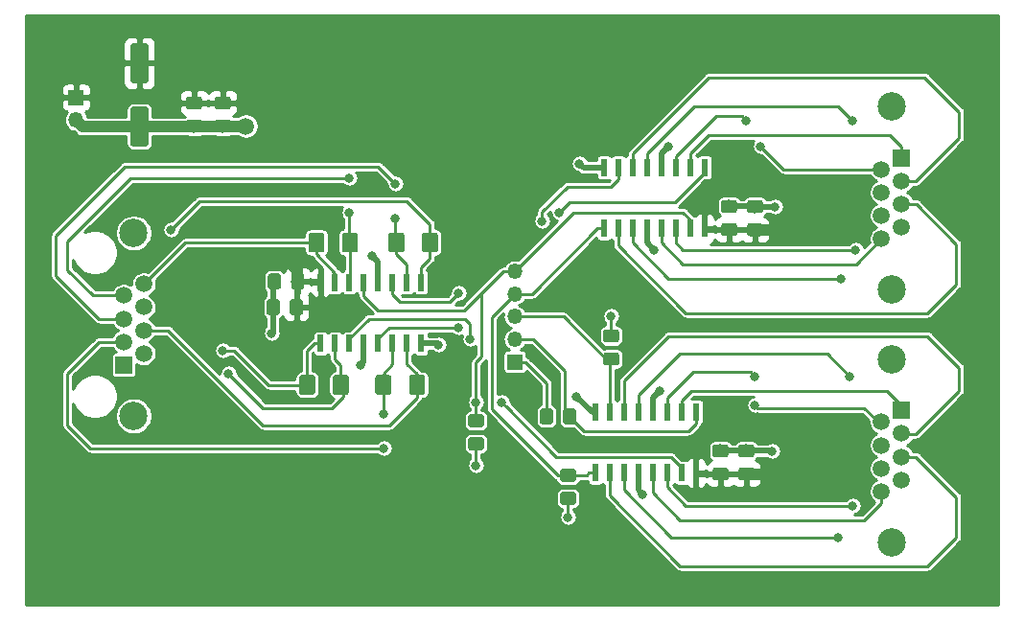
<source format=gbr>
%TF.GenerationSoftware,KiCad,Pcbnew,(5.1.2)-1*%
%TF.CreationDate,2019-06-16T16:41:35+02:00*%
%TF.ProjectId,i2s_rxtx,6932735f-7278-4747-982e-6b696361645f,rev?*%
%TF.SameCoordinates,Original*%
%TF.FileFunction,Copper,L1,Top*%
%TF.FilePolarity,Positive*%
%FSLAX46Y46*%
G04 Gerber Fmt 4.6, Leading zero omitted, Abs format (unit mm)*
G04 Created by KiCad (PCBNEW (5.1.2)-1) date 2019-06-16 16:41:35*
%MOMM*%
%LPD*%
G04 APERTURE LIST*
%ADD10R,0.600000X1.550000*%
%ADD11C,0.150000*%
%ADD12C,1.150000*%
%ADD13R,1.350000X1.350000*%
%ADD14O,1.350000X1.350000*%
%ADD15R,1.500000X1.500000*%
%ADD16C,1.500000*%
%ADD17C,2.500000*%
%ADD18C,1.425000*%
%ADD19C,1.600000*%
%ADD20C,0.800000*%
%ADD21C,0.500000*%
%ADD22C,1.000000*%
%ADD23C,0.250000*%
%ADD24C,0.254000*%
G04 APERTURE END LIST*
D10*
X106045000Y-52418000D03*
X104775000Y-52418000D03*
X103505000Y-52418000D03*
X102235000Y-52418000D03*
X100965000Y-52418000D03*
X99695000Y-52418000D03*
X98425000Y-52418000D03*
X97155000Y-52418000D03*
X97155000Y-57818000D03*
X98425000Y-57818000D03*
X99695000Y-57818000D03*
X100965000Y-57818000D03*
X102235000Y-57818000D03*
X103505000Y-57818000D03*
X104775000Y-57818000D03*
X106045000Y-57818000D03*
D11*
G36*
X63974505Y-48194204D02*
G01*
X63998773Y-48197804D01*
X64022572Y-48203765D01*
X64045671Y-48212030D01*
X64067850Y-48222520D01*
X64088893Y-48235132D01*
X64108599Y-48249747D01*
X64126777Y-48266223D01*
X64143253Y-48284401D01*
X64157868Y-48304107D01*
X64170480Y-48325150D01*
X64180970Y-48347329D01*
X64189235Y-48370428D01*
X64195196Y-48394227D01*
X64198796Y-48418495D01*
X64200000Y-48442999D01*
X64200000Y-49093001D01*
X64198796Y-49117505D01*
X64195196Y-49141773D01*
X64189235Y-49165572D01*
X64180970Y-49188671D01*
X64170480Y-49210850D01*
X64157868Y-49231893D01*
X64143253Y-49251599D01*
X64126777Y-49269777D01*
X64108599Y-49286253D01*
X64088893Y-49300868D01*
X64067850Y-49313480D01*
X64045671Y-49323970D01*
X64022572Y-49332235D01*
X63998773Y-49338196D01*
X63974505Y-49341796D01*
X63950001Y-49343000D01*
X63049999Y-49343000D01*
X63025495Y-49341796D01*
X63001227Y-49338196D01*
X62977428Y-49332235D01*
X62954329Y-49323970D01*
X62932150Y-49313480D01*
X62911107Y-49300868D01*
X62891401Y-49286253D01*
X62873223Y-49269777D01*
X62856747Y-49251599D01*
X62842132Y-49231893D01*
X62829520Y-49210850D01*
X62819030Y-49188671D01*
X62810765Y-49165572D01*
X62804804Y-49141773D01*
X62801204Y-49117505D01*
X62800000Y-49093001D01*
X62800000Y-48442999D01*
X62801204Y-48418495D01*
X62804804Y-48394227D01*
X62810765Y-48370428D01*
X62819030Y-48347329D01*
X62829520Y-48325150D01*
X62842132Y-48304107D01*
X62856747Y-48284401D01*
X62873223Y-48266223D01*
X62891401Y-48249747D01*
X62911107Y-48235132D01*
X62932150Y-48222520D01*
X62954329Y-48212030D01*
X62977428Y-48203765D01*
X63001227Y-48197804D01*
X63025495Y-48194204D01*
X63049999Y-48193000D01*
X63950001Y-48193000D01*
X63974505Y-48194204D01*
X63974505Y-48194204D01*
G37*
D12*
X63500000Y-48768000D03*
D11*
G36*
X63974505Y-46144204D02*
G01*
X63998773Y-46147804D01*
X64022572Y-46153765D01*
X64045671Y-46162030D01*
X64067850Y-46172520D01*
X64088893Y-46185132D01*
X64108599Y-46199747D01*
X64126777Y-46216223D01*
X64143253Y-46234401D01*
X64157868Y-46254107D01*
X64170480Y-46275150D01*
X64180970Y-46297329D01*
X64189235Y-46320428D01*
X64195196Y-46344227D01*
X64198796Y-46368495D01*
X64200000Y-46392999D01*
X64200000Y-47043001D01*
X64198796Y-47067505D01*
X64195196Y-47091773D01*
X64189235Y-47115572D01*
X64180970Y-47138671D01*
X64170480Y-47160850D01*
X64157868Y-47181893D01*
X64143253Y-47201599D01*
X64126777Y-47219777D01*
X64108599Y-47236253D01*
X64088893Y-47250868D01*
X64067850Y-47263480D01*
X64045671Y-47273970D01*
X64022572Y-47282235D01*
X63998773Y-47288196D01*
X63974505Y-47291796D01*
X63950001Y-47293000D01*
X63049999Y-47293000D01*
X63025495Y-47291796D01*
X63001227Y-47288196D01*
X62977428Y-47282235D01*
X62954329Y-47273970D01*
X62932150Y-47263480D01*
X62911107Y-47250868D01*
X62891401Y-47236253D01*
X62873223Y-47219777D01*
X62856747Y-47201599D01*
X62842132Y-47181893D01*
X62829520Y-47160850D01*
X62819030Y-47138671D01*
X62810765Y-47115572D01*
X62804804Y-47091773D01*
X62801204Y-47067505D01*
X62800000Y-47043001D01*
X62800000Y-46392999D01*
X62801204Y-46368495D01*
X62804804Y-46344227D01*
X62810765Y-46320428D01*
X62819030Y-46297329D01*
X62829520Y-46275150D01*
X62842132Y-46254107D01*
X62856747Y-46234401D01*
X62873223Y-46216223D01*
X62891401Y-46199747D01*
X62911107Y-46185132D01*
X62932150Y-46172520D01*
X62954329Y-46162030D01*
X62977428Y-46153765D01*
X63001227Y-46147804D01*
X63025495Y-46144204D01*
X63049999Y-46143000D01*
X63950001Y-46143000D01*
X63974505Y-46144204D01*
X63974505Y-46144204D01*
G37*
D12*
X63500000Y-46718000D03*
D11*
G36*
X61434505Y-46144204D02*
G01*
X61458773Y-46147804D01*
X61482572Y-46153765D01*
X61505671Y-46162030D01*
X61527850Y-46172520D01*
X61548893Y-46185132D01*
X61568599Y-46199747D01*
X61586777Y-46216223D01*
X61603253Y-46234401D01*
X61617868Y-46254107D01*
X61630480Y-46275150D01*
X61640970Y-46297329D01*
X61649235Y-46320428D01*
X61655196Y-46344227D01*
X61658796Y-46368495D01*
X61660000Y-46392999D01*
X61660000Y-47043001D01*
X61658796Y-47067505D01*
X61655196Y-47091773D01*
X61649235Y-47115572D01*
X61640970Y-47138671D01*
X61630480Y-47160850D01*
X61617868Y-47181893D01*
X61603253Y-47201599D01*
X61586777Y-47219777D01*
X61568599Y-47236253D01*
X61548893Y-47250868D01*
X61527850Y-47263480D01*
X61505671Y-47273970D01*
X61482572Y-47282235D01*
X61458773Y-47288196D01*
X61434505Y-47291796D01*
X61410001Y-47293000D01*
X60509999Y-47293000D01*
X60485495Y-47291796D01*
X60461227Y-47288196D01*
X60437428Y-47282235D01*
X60414329Y-47273970D01*
X60392150Y-47263480D01*
X60371107Y-47250868D01*
X60351401Y-47236253D01*
X60333223Y-47219777D01*
X60316747Y-47201599D01*
X60302132Y-47181893D01*
X60289520Y-47160850D01*
X60279030Y-47138671D01*
X60270765Y-47115572D01*
X60264804Y-47091773D01*
X60261204Y-47067505D01*
X60260000Y-47043001D01*
X60260000Y-46392999D01*
X60261204Y-46368495D01*
X60264804Y-46344227D01*
X60270765Y-46320428D01*
X60279030Y-46297329D01*
X60289520Y-46275150D01*
X60302132Y-46254107D01*
X60316747Y-46234401D01*
X60333223Y-46216223D01*
X60351401Y-46199747D01*
X60371107Y-46185132D01*
X60392150Y-46172520D01*
X60414329Y-46162030D01*
X60437428Y-46153765D01*
X60461227Y-46147804D01*
X60485495Y-46144204D01*
X60509999Y-46143000D01*
X61410001Y-46143000D01*
X61434505Y-46144204D01*
X61434505Y-46144204D01*
G37*
D12*
X60960000Y-46718000D03*
D11*
G36*
X61434505Y-48194204D02*
G01*
X61458773Y-48197804D01*
X61482572Y-48203765D01*
X61505671Y-48212030D01*
X61527850Y-48222520D01*
X61548893Y-48235132D01*
X61568599Y-48249747D01*
X61586777Y-48266223D01*
X61603253Y-48284401D01*
X61617868Y-48304107D01*
X61630480Y-48325150D01*
X61640970Y-48347329D01*
X61649235Y-48370428D01*
X61655196Y-48394227D01*
X61658796Y-48418495D01*
X61660000Y-48442999D01*
X61660000Y-49093001D01*
X61658796Y-49117505D01*
X61655196Y-49141773D01*
X61649235Y-49165572D01*
X61640970Y-49188671D01*
X61630480Y-49210850D01*
X61617868Y-49231893D01*
X61603253Y-49251599D01*
X61586777Y-49269777D01*
X61568599Y-49286253D01*
X61548893Y-49300868D01*
X61527850Y-49313480D01*
X61505671Y-49323970D01*
X61482572Y-49332235D01*
X61458773Y-49338196D01*
X61434505Y-49341796D01*
X61410001Y-49343000D01*
X60509999Y-49343000D01*
X60485495Y-49341796D01*
X60461227Y-49338196D01*
X60437428Y-49332235D01*
X60414329Y-49323970D01*
X60392150Y-49313480D01*
X60371107Y-49300868D01*
X60351401Y-49286253D01*
X60333223Y-49269777D01*
X60316747Y-49251599D01*
X60302132Y-49231893D01*
X60289520Y-49210850D01*
X60279030Y-49188671D01*
X60270765Y-49165572D01*
X60264804Y-49141773D01*
X60261204Y-49117505D01*
X60260000Y-49093001D01*
X60260000Y-48442999D01*
X60261204Y-48418495D01*
X60264804Y-48394227D01*
X60270765Y-48370428D01*
X60279030Y-48347329D01*
X60289520Y-48325150D01*
X60302132Y-48304107D01*
X60316747Y-48284401D01*
X60333223Y-48266223D01*
X60351401Y-48249747D01*
X60371107Y-48235132D01*
X60392150Y-48222520D01*
X60414329Y-48212030D01*
X60437428Y-48203765D01*
X60461227Y-48197804D01*
X60485495Y-48194204D01*
X60509999Y-48193000D01*
X61410001Y-48193000D01*
X61434505Y-48194204D01*
X61434505Y-48194204D01*
G37*
D12*
X60960000Y-48768000D03*
D11*
G36*
X70344505Y-64071204D02*
G01*
X70368773Y-64074804D01*
X70392572Y-64080765D01*
X70415671Y-64089030D01*
X70437850Y-64099520D01*
X70458893Y-64112132D01*
X70478599Y-64126747D01*
X70496777Y-64143223D01*
X70513253Y-64161401D01*
X70527868Y-64181107D01*
X70540480Y-64202150D01*
X70550970Y-64224329D01*
X70559235Y-64247428D01*
X70565196Y-64271227D01*
X70568796Y-64295495D01*
X70570000Y-64319999D01*
X70570000Y-65220001D01*
X70568796Y-65244505D01*
X70565196Y-65268773D01*
X70559235Y-65292572D01*
X70550970Y-65315671D01*
X70540480Y-65337850D01*
X70527868Y-65358893D01*
X70513253Y-65378599D01*
X70496777Y-65396777D01*
X70478599Y-65413253D01*
X70458893Y-65427868D01*
X70437850Y-65440480D01*
X70415671Y-65450970D01*
X70392572Y-65459235D01*
X70368773Y-65465196D01*
X70344505Y-65468796D01*
X70320001Y-65470000D01*
X69669999Y-65470000D01*
X69645495Y-65468796D01*
X69621227Y-65465196D01*
X69597428Y-65459235D01*
X69574329Y-65450970D01*
X69552150Y-65440480D01*
X69531107Y-65427868D01*
X69511401Y-65413253D01*
X69493223Y-65396777D01*
X69476747Y-65378599D01*
X69462132Y-65358893D01*
X69449520Y-65337850D01*
X69439030Y-65315671D01*
X69430765Y-65292572D01*
X69424804Y-65268773D01*
X69421204Y-65244505D01*
X69420000Y-65220001D01*
X69420000Y-64319999D01*
X69421204Y-64295495D01*
X69424804Y-64271227D01*
X69430765Y-64247428D01*
X69439030Y-64224329D01*
X69449520Y-64202150D01*
X69462132Y-64181107D01*
X69476747Y-64161401D01*
X69493223Y-64143223D01*
X69511401Y-64126747D01*
X69531107Y-64112132D01*
X69552150Y-64099520D01*
X69574329Y-64089030D01*
X69597428Y-64080765D01*
X69621227Y-64074804D01*
X69645495Y-64071204D01*
X69669999Y-64070000D01*
X70320001Y-64070000D01*
X70344505Y-64071204D01*
X70344505Y-64071204D01*
G37*
D12*
X69995000Y-64770000D03*
D11*
G36*
X68294505Y-64071204D02*
G01*
X68318773Y-64074804D01*
X68342572Y-64080765D01*
X68365671Y-64089030D01*
X68387850Y-64099520D01*
X68408893Y-64112132D01*
X68428599Y-64126747D01*
X68446777Y-64143223D01*
X68463253Y-64161401D01*
X68477868Y-64181107D01*
X68490480Y-64202150D01*
X68500970Y-64224329D01*
X68509235Y-64247428D01*
X68515196Y-64271227D01*
X68518796Y-64295495D01*
X68520000Y-64319999D01*
X68520000Y-65220001D01*
X68518796Y-65244505D01*
X68515196Y-65268773D01*
X68509235Y-65292572D01*
X68500970Y-65315671D01*
X68490480Y-65337850D01*
X68477868Y-65358893D01*
X68463253Y-65378599D01*
X68446777Y-65396777D01*
X68428599Y-65413253D01*
X68408893Y-65427868D01*
X68387850Y-65440480D01*
X68365671Y-65450970D01*
X68342572Y-65459235D01*
X68318773Y-65465196D01*
X68294505Y-65468796D01*
X68270001Y-65470000D01*
X67619999Y-65470000D01*
X67595495Y-65468796D01*
X67571227Y-65465196D01*
X67547428Y-65459235D01*
X67524329Y-65450970D01*
X67502150Y-65440480D01*
X67481107Y-65427868D01*
X67461401Y-65413253D01*
X67443223Y-65396777D01*
X67426747Y-65378599D01*
X67412132Y-65358893D01*
X67399520Y-65337850D01*
X67389030Y-65315671D01*
X67380765Y-65292572D01*
X67374804Y-65268773D01*
X67371204Y-65244505D01*
X67370000Y-65220001D01*
X67370000Y-64319999D01*
X67371204Y-64295495D01*
X67374804Y-64271227D01*
X67380765Y-64247428D01*
X67389030Y-64224329D01*
X67399520Y-64202150D01*
X67412132Y-64181107D01*
X67426747Y-64161401D01*
X67443223Y-64143223D01*
X67461401Y-64126747D01*
X67481107Y-64112132D01*
X67502150Y-64099520D01*
X67524329Y-64089030D01*
X67547428Y-64080765D01*
X67571227Y-64074804D01*
X67595495Y-64071204D01*
X67619999Y-64070000D01*
X68270001Y-64070000D01*
X68294505Y-64071204D01*
X68294505Y-64071204D01*
G37*
D12*
X67945000Y-64770000D03*
D11*
G36*
X68403505Y-61785204D02*
G01*
X68427773Y-61788804D01*
X68451572Y-61794765D01*
X68474671Y-61803030D01*
X68496850Y-61813520D01*
X68517893Y-61826132D01*
X68537599Y-61840747D01*
X68555777Y-61857223D01*
X68572253Y-61875401D01*
X68586868Y-61895107D01*
X68599480Y-61916150D01*
X68609970Y-61938329D01*
X68618235Y-61961428D01*
X68624196Y-61985227D01*
X68627796Y-62009495D01*
X68629000Y-62033999D01*
X68629000Y-62934001D01*
X68627796Y-62958505D01*
X68624196Y-62982773D01*
X68618235Y-63006572D01*
X68609970Y-63029671D01*
X68599480Y-63051850D01*
X68586868Y-63072893D01*
X68572253Y-63092599D01*
X68555777Y-63110777D01*
X68537599Y-63127253D01*
X68517893Y-63141868D01*
X68496850Y-63154480D01*
X68474671Y-63164970D01*
X68451572Y-63173235D01*
X68427773Y-63179196D01*
X68403505Y-63182796D01*
X68379001Y-63184000D01*
X67728999Y-63184000D01*
X67704495Y-63182796D01*
X67680227Y-63179196D01*
X67656428Y-63173235D01*
X67633329Y-63164970D01*
X67611150Y-63154480D01*
X67590107Y-63141868D01*
X67570401Y-63127253D01*
X67552223Y-63110777D01*
X67535747Y-63092599D01*
X67521132Y-63072893D01*
X67508520Y-63051850D01*
X67498030Y-63029671D01*
X67489765Y-63006572D01*
X67483804Y-62982773D01*
X67480204Y-62958505D01*
X67479000Y-62934001D01*
X67479000Y-62033999D01*
X67480204Y-62009495D01*
X67483804Y-61985227D01*
X67489765Y-61961428D01*
X67498030Y-61938329D01*
X67508520Y-61916150D01*
X67521132Y-61895107D01*
X67535747Y-61875401D01*
X67552223Y-61857223D01*
X67570401Y-61840747D01*
X67590107Y-61826132D01*
X67611150Y-61813520D01*
X67633329Y-61803030D01*
X67656428Y-61794765D01*
X67680227Y-61788804D01*
X67704495Y-61785204D01*
X67728999Y-61784000D01*
X68379001Y-61784000D01*
X68403505Y-61785204D01*
X68403505Y-61785204D01*
G37*
D12*
X68054000Y-62484000D03*
D11*
G36*
X70453505Y-61785204D02*
G01*
X70477773Y-61788804D01*
X70501572Y-61794765D01*
X70524671Y-61803030D01*
X70546850Y-61813520D01*
X70567893Y-61826132D01*
X70587599Y-61840747D01*
X70605777Y-61857223D01*
X70622253Y-61875401D01*
X70636868Y-61895107D01*
X70649480Y-61916150D01*
X70659970Y-61938329D01*
X70668235Y-61961428D01*
X70674196Y-61985227D01*
X70677796Y-62009495D01*
X70679000Y-62033999D01*
X70679000Y-62934001D01*
X70677796Y-62958505D01*
X70674196Y-62982773D01*
X70668235Y-63006572D01*
X70659970Y-63029671D01*
X70649480Y-63051850D01*
X70636868Y-63072893D01*
X70622253Y-63092599D01*
X70605777Y-63110777D01*
X70587599Y-63127253D01*
X70567893Y-63141868D01*
X70546850Y-63154480D01*
X70524671Y-63164970D01*
X70501572Y-63173235D01*
X70477773Y-63179196D01*
X70453505Y-63182796D01*
X70429001Y-63184000D01*
X69778999Y-63184000D01*
X69754495Y-63182796D01*
X69730227Y-63179196D01*
X69706428Y-63173235D01*
X69683329Y-63164970D01*
X69661150Y-63154480D01*
X69640107Y-63141868D01*
X69620401Y-63127253D01*
X69602223Y-63110777D01*
X69585747Y-63092599D01*
X69571132Y-63072893D01*
X69558520Y-63051850D01*
X69548030Y-63029671D01*
X69539765Y-63006572D01*
X69533804Y-62982773D01*
X69530204Y-62958505D01*
X69529000Y-62934001D01*
X69529000Y-62033999D01*
X69530204Y-62009495D01*
X69533804Y-61985227D01*
X69539765Y-61961428D01*
X69548030Y-61938329D01*
X69558520Y-61916150D01*
X69571132Y-61895107D01*
X69585747Y-61875401D01*
X69602223Y-61857223D01*
X69620401Y-61840747D01*
X69640107Y-61826132D01*
X69661150Y-61813520D01*
X69683329Y-61803030D01*
X69706428Y-61794765D01*
X69730227Y-61788804D01*
X69754495Y-61785204D01*
X69778999Y-61784000D01*
X70429001Y-61784000D01*
X70453505Y-61785204D01*
X70453505Y-61785204D01*
G37*
D12*
X70104000Y-62484000D03*
D11*
G36*
X110964505Y-55306204D02*
G01*
X110988773Y-55309804D01*
X111012572Y-55315765D01*
X111035671Y-55324030D01*
X111057850Y-55334520D01*
X111078893Y-55347132D01*
X111098599Y-55361747D01*
X111116777Y-55378223D01*
X111133253Y-55396401D01*
X111147868Y-55416107D01*
X111160480Y-55437150D01*
X111170970Y-55459329D01*
X111179235Y-55482428D01*
X111185196Y-55506227D01*
X111188796Y-55530495D01*
X111190000Y-55554999D01*
X111190000Y-56205001D01*
X111188796Y-56229505D01*
X111185196Y-56253773D01*
X111179235Y-56277572D01*
X111170970Y-56300671D01*
X111160480Y-56322850D01*
X111147868Y-56343893D01*
X111133253Y-56363599D01*
X111116777Y-56381777D01*
X111098599Y-56398253D01*
X111078893Y-56412868D01*
X111057850Y-56425480D01*
X111035671Y-56435970D01*
X111012572Y-56444235D01*
X110988773Y-56450196D01*
X110964505Y-56453796D01*
X110940001Y-56455000D01*
X110039999Y-56455000D01*
X110015495Y-56453796D01*
X109991227Y-56450196D01*
X109967428Y-56444235D01*
X109944329Y-56435970D01*
X109922150Y-56425480D01*
X109901107Y-56412868D01*
X109881401Y-56398253D01*
X109863223Y-56381777D01*
X109846747Y-56363599D01*
X109832132Y-56343893D01*
X109819520Y-56322850D01*
X109809030Y-56300671D01*
X109800765Y-56277572D01*
X109794804Y-56253773D01*
X109791204Y-56229505D01*
X109790000Y-56205001D01*
X109790000Y-55554999D01*
X109791204Y-55530495D01*
X109794804Y-55506227D01*
X109800765Y-55482428D01*
X109809030Y-55459329D01*
X109819520Y-55437150D01*
X109832132Y-55416107D01*
X109846747Y-55396401D01*
X109863223Y-55378223D01*
X109881401Y-55361747D01*
X109901107Y-55347132D01*
X109922150Y-55334520D01*
X109944329Y-55324030D01*
X109967428Y-55315765D01*
X109991227Y-55309804D01*
X110015495Y-55306204D01*
X110039999Y-55305000D01*
X110940001Y-55305000D01*
X110964505Y-55306204D01*
X110964505Y-55306204D01*
G37*
D12*
X110490000Y-55880000D03*
D11*
G36*
X110964505Y-57356204D02*
G01*
X110988773Y-57359804D01*
X111012572Y-57365765D01*
X111035671Y-57374030D01*
X111057850Y-57384520D01*
X111078893Y-57397132D01*
X111098599Y-57411747D01*
X111116777Y-57428223D01*
X111133253Y-57446401D01*
X111147868Y-57466107D01*
X111160480Y-57487150D01*
X111170970Y-57509329D01*
X111179235Y-57532428D01*
X111185196Y-57556227D01*
X111188796Y-57580495D01*
X111190000Y-57604999D01*
X111190000Y-58255001D01*
X111188796Y-58279505D01*
X111185196Y-58303773D01*
X111179235Y-58327572D01*
X111170970Y-58350671D01*
X111160480Y-58372850D01*
X111147868Y-58393893D01*
X111133253Y-58413599D01*
X111116777Y-58431777D01*
X111098599Y-58448253D01*
X111078893Y-58462868D01*
X111057850Y-58475480D01*
X111035671Y-58485970D01*
X111012572Y-58494235D01*
X110988773Y-58500196D01*
X110964505Y-58503796D01*
X110940001Y-58505000D01*
X110039999Y-58505000D01*
X110015495Y-58503796D01*
X109991227Y-58500196D01*
X109967428Y-58494235D01*
X109944329Y-58485970D01*
X109922150Y-58475480D01*
X109901107Y-58462868D01*
X109881401Y-58448253D01*
X109863223Y-58431777D01*
X109846747Y-58413599D01*
X109832132Y-58393893D01*
X109819520Y-58372850D01*
X109809030Y-58350671D01*
X109800765Y-58327572D01*
X109794804Y-58303773D01*
X109791204Y-58279505D01*
X109790000Y-58255001D01*
X109790000Y-57604999D01*
X109791204Y-57580495D01*
X109794804Y-57556227D01*
X109800765Y-57532428D01*
X109809030Y-57509329D01*
X109819520Y-57487150D01*
X109832132Y-57466107D01*
X109846747Y-57446401D01*
X109863223Y-57428223D01*
X109881401Y-57411747D01*
X109901107Y-57397132D01*
X109922150Y-57384520D01*
X109944329Y-57374030D01*
X109967428Y-57365765D01*
X109991227Y-57359804D01*
X110015495Y-57356204D01*
X110039999Y-57355000D01*
X110940001Y-57355000D01*
X110964505Y-57356204D01*
X110964505Y-57356204D01*
G37*
D12*
X110490000Y-57930000D03*
D11*
G36*
X108678505Y-57338204D02*
G01*
X108702773Y-57341804D01*
X108726572Y-57347765D01*
X108749671Y-57356030D01*
X108771850Y-57366520D01*
X108792893Y-57379132D01*
X108812599Y-57393747D01*
X108830777Y-57410223D01*
X108847253Y-57428401D01*
X108861868Y-57448107D01*
X108874480Y-57469150D01*
X108884970Y-57491329D01*
X108893235Y-57514428D01*
X108899196Y-57538227D01*
X108902796Y-57562495D01*
X108904000Y-57586999D01*
X108904000Y-58237001D01*
X108902796Y-58261505D01*
X108899196Y-58285773D01*
X108893235Y-58309572D01*
X108884970Y-58332671D01*
X108874480Y-58354850D01*
X108861868Y-58375893D01*
X108847253Y-58395599D01*
X108830777Y-58413777D01*
X108812599Y-58430253D01*
X108792893Y-58444868D01*
X108771850Y-58457480D01*
X108749671Y-58467970D01*
X108726572Y-58476235D01*
X108702773Y-58482196D01*
X108678505Y-58485796D01*
X108654001Y-58487000D01*
X107753999Y-58487000D01*
X107729495Y-58485796D01*
X107705227Y-58482196D01*
X107681428Y-58476235D01*
X107658329Y-58467970D01*
X107636150Y-58457480D01*
X107615107Y-58444868D01*
X107595401Y-58430253D01*
X107577223Y-58413777D01*
X107560747Y-58395599D01*
X107546132Y-58375893D01*
X107533520Y-58354850D01*
X107523030Y-58332671D01*
X107514765Y-58309572D01*
X107508804Y-58285773D01*
X107505204Y-58261505D01*
X107504000Y-58237001D01*
X107504000Y-57586999D01*
X107505204Y-57562495D01*
X107508804Y-57538227D01*
X107514765Y-57514428D01*
X107523030Y-57491329D01*
X107533520Y-57469150D01*
X107546132Y-57448107D01*
X107560747Y-57428401D01*
X107577223Y-57410223D01*
X107595401Y-57393747D01*
X107615107Y-57379132D01*
X107636150Y-57366520D01*
X107658329Y-57356030D01*
X107681428Y-57347765D01*
X107705227Y-57341804D01*
X107729495Y-57338204D01*
X107753999Y-57337000D01*
X108654001Y-57337000D01*
X108678505Y-57338204D01*
X108678505Y-57338204D01*
G37*
D12*
X108204000Y-57912000D03*
D11*
G36*
X108678505Y-55288204D02*
G01*
X108702773Y-55291804D01*
X108726572Y-55297765D01*
X108749671Y-55306030D01*
X108771850Y-55316520D01*
X108792893Y-55329132D01*
X108812599Y-55343747D01*
X108830777Y-55360223D01*
X108847253Y-55378401D01*
X108861868Y-55398107D01*
X108874480Y-55419150D01*
X108884970Y-55441329D01*
X108893235Y-55464428D01*
X108899196Y-55488227D01*
X108902796Y-55512495D01*
X108904000Y-55536999D01*
X108904000Y-56187001D01*
X108902796Y-56211505D01*
X108899196Y-56235773D01*
X108893235Y-56259572D01*
X108884970Y-56282671D01*
X108874480Y-56304850D01*
X108861868Y-56325893D01*
X108847253Y-56345599D01*
X108830777Y-56363777D01*
X108812599Y-56380253D01*
X108792893Y-56394868D01*
X108771850Y-56407480D01*
X108749671Y-56417970D01*
X108726572Y-56426235D01*
X108702773Y-56432196D01*
X108678505Y-56435796D01*
X108654001Y-56437000D01*
X107753999Y-56437000D01*
X107729495Y-56435796D01*
X107705227Y-56432196D01*
X107681428Y-56426235D01*
X107658329Y-56417970D01*
X107636150Y-56407480D01*
X107615107Y-56394868D01*
X107595401Y-56380253D01*
X107577223Y-56363777D01*
X107560747Y-56345599D01*
X107546132Y-56325893D01*
X107533520Y-56304850D01*
X107523030Y-56282671D01*
X107514765Y-56259572D01*
X107508804Y-56235773D01*
X107505204Y-56211505D01*
X107504000Y-56187001D01*
X107504000Y-55536999D01*
X107505204Y-55512495D01*
X107508804Y-55488227D01*
X107514765Y-55464428D01*
X107523030Y-55441329D01*
X107533520Y-55419150D01*
X107546132Y-55398107D01*
X107560747Y-55378401D01*
X107577223Y-55360223D01*
X107595401Y-55343747D01*
X107615107Y-55329132D01*
X107636150Y-55316520D01*
X107658329Y-55306030D01*
X107681428Y-55297765D01*
X107705227Y-55291804D01*
X107729495Y-55288204D01*
X107753999Y-55287000D01*
X108654001Y-55287000D01*
X108678505Y-55288204D01*
X108678505Y-55288204D01*
G37*
D12*
X108204000Y-55862000D03*
D10*
X72136000Y-62578000D03*
X73406000Y-62578000D03*
X74676000Y-62578000D03*
X75946000Y-62578000D03*
X77216000Y-62578000D03*
X78486000Y-62578000D03*
X79756000Y-62578000D03*
X81026000Y-62578000D03*
X81026000Y-67978000D03*
X79756000Y-67978000D03*
X78486000Y-67978000D03*
X77216000Y-67978000D03*
X75946000Y-67978000D03*
X74676000Y-67978000D03*
X73406000Y-67978000D03*
X72136000Y-67978000D03*
D13*
X50546000Y-46228000D03*
D14*
X50546000Y-48228000D03*
D15*
X54737000Y-69864000D03*
D16*
X54737000Y-67824000D03*
X54737000Y-65784000D03*
X54737000Y-63744000D03*
X56517000Y-68844000D03*
X56517000Y-66804000D03*
X56517000Y-64764000D03*
X56517000Y-62724000D03*
D17*
X55627000Y-58214000D03*
X55627000Y-74374000D03*
D13*
X89281000Y-69596000D03*
D14*
X89281000Y-67596000D03*
X89281000Y-65596000D03*
X89281000Y-63596000D03*
X89281000Y-61596000D03*
D17*
X122554000Y-47052000D03*
X122554000Y-63212000D03*
D16*
X121664000Y-58702000D03*
X121664000Y-56662000D03*
X121664000Y-54622000D03*
X121664000Y-52582000D03*
X123444000Y-57682000D03*
X123444000Y-55642000D03*
X123444000Y-53602000D03*
D15*
X123444000Y-51562000D03*
D11*
G36*
X71426004Y-70754204D02*
G01*
X71450273Y-70757804D01*
X71474071Y-70763765D01*
X71497171Y-70772030D01*
X71519349Y-70782520D01*
X71540393Y-70795133D01*
X71560098Y-70809747D01*
X71578277Y-70826223D01*
X71594753Y-70844402D01*
X71609367Y-70864107D01*
X71621980Y-70885151D01*
X71632470Y-70907329D01*
X71640735Y-70930429D01*
X71646696Y-70954227D01*
X71650296Y-70978496D01*
X71651500Y-71003000D01*
X71651500Y-72253000D01*
X71650296Y-72277504D01*
X71646696Y-72301773D01*
X71640735Y-72325571D01*
X71632470Y-72348671D01*
X71621980Y-72370849D01*
X71609367Y-72391893D01*
X71594753Y-72411598D01*
X71578277Y-72429777D01*
X71560098Y-72446253D01*
X71540393Y-72460867D01*
X71519349Y-72473480D01*
X71497171Y-72483970D01*
X71474071Y-72492235D01*
X71450273Y-72498196D01*
X71426004Y-72501796D01*
X71401500Y-72503000D01*
X70476500Y-72503000D01*
X70451996Y-72501796D01*
X70427727Y-72498196D01*
X70403929Y-72492235D01*
X70380829Y-72483970D01*
X70358651Y-72473480D01*
X70337607Y-72460867D01*
X70317902Y-72446253D01*
X70299723Y-72429777D01*
X70283247Y-72411598D01*
X70268633Y-72391893D01*
X70256020Y-72370849D01*
X70245530Y-72348671D01*
X70237265Y-72325571D01*
X70231304Y-72301773D01*
X70227704Y-72277504D01*
X70226500Y-72253000D01*
X70226500Y-71003000D01*
X70227704Y-70978496D01*
X70231304Y-70954227D01*
X70237265Y-70930429D01*
X70245530Y-70907329D01*
X70256020Y-70885151D01*
X70268633Y-70864107D01*
X70283247Y-70844402D01*
X70299723Y-70826223D01*
X70317902Y-70809747D01*
X70337607Y-70795133D01*
X70358651Y-70782520D01*
X70380829Y-70772030D01*
X70403929Y-70763765D01*
X70427727Y-70757804D01*
X70451996Y-70754204D01*
X70476500Y-70753000D01*
X71401500Y-70753000D01*
X71426004Y-70754204D01*
X71426004Y-70754204D01*
G37*
D18*
X70939000Y-71628000D03*
D11*
G36*
X74401004Y-70754204D02*
G01*
X74425273Y-70757804D01*
X74449071Y-70763765D01*
X74472171Y-70772030D01*
X74494349Y-70782520D01*
X74515393Y-70795133D01*
X74535098Y-70809747D01*
X74553277Y-70826223D01*
X74569753Y-70844402D01*
X74584367Y-70864107D01*
X74596980Y-70885151D01*
X74607470Y-70907329D01*
X74615735Y-70930429D01*
X74621696Y-70954227D01*
X74625296Y-70978496D01*
X74626500Y-71003000D01*
X74626500Y-72253000D01*
X74625296Y-72277504D01*
X74621696Y-72301773D01*
X74615735Y-72325571D01*
X74607470Y-72348671D01*
X74596980Y-72370849D01*
X74584367Y-72391893D01*
X74569753Y-72411598D01*
X74553277Y-72429777D01*
X74535098Y-72446253D01*
X74515393Y-72460867D01*
X74494349Y-72473480D01*
X74472171Y-72483970D01*
X74449071Y-72492235D01*
X74425273Y-72498196D01*
X74401004Y-72501796D01*
X74376500Y-72503000D01*
X73451500Y-72503000D01*
X73426996Y-72501796D01*
X73402727Y-72498196D01*
X73378929Y-72492235D01*
X73355829Y-72483970D01*
X73333651Y-72473480D01*
X73312607Y-72460867D01*
X73292902Y-72446253D01*
X73274723Y-72429777D01*
X73258247Y-72411598D01*
X73243633Y-72391893D01*
X73231020Y-72370849D01*
X73220530Y-72348671D01*
X73212265Y-72325571D01*
X73206304Y-72301773D01*
X73202704Y-72277504D01*
X73201500Y-72253000D01*
X73201500Y-71003000D01*
X73202704Y-70978496D01*
X73206304Y-70954227D01*
X73212265Y-70930429D01*
X73220530Y-70907329D01*
X73231020Y-70885151D01*
X73243633Y-70864107D01*
X73258247Y-70844402D01*
X73274723Y-70826223D01*
X73292902Y-70809747D01*
X73312607Y-70795133D01*
X73333651Y-70782520D01*
X73355829Y-70772030D01*
X73378929Y-70763765D01*
X73402727Y-70757804D01*
X73426996Y-70754204D01*
X73451500Y-70753000D01*
X74376500Y-70753000D01*
X74401004Y-70754204D01*
X74401004Y-70754204D01*
G37*
D18*
X73914000Y-71628000D03*
D11*
G36*
X78157004Y-70754204D02*
G01*
X78181273Y-70757804D01*
X78205071Y-70763765D01*
X78228171Y-70772030D01*
X78250349Y-70782520D01*
X78271393Y-70795133D01*
X78291098Y-70809747D01*
X78309277Y-70826223D01*
X78325753Y-70844402D01*
X78340367Y-70864107D01*
X78352980Y-70885151D01*
X78363470Y-70907329D01*
X78371735Y-70930429D01*
X78377696Y-70954227D01*
X78381296Y-70978496D01*
X78382500Y-71003000D01*
X78382500Y-72253000D01*
X78381296Y-72277504D01*
X78377696Y-72301773D01*
X78371735Y-72325571D01*
X78363470Y-72348671D01*
X78352980Y-72370849D01*
X78340367Y-72391893D01*
X78325753Y-72411598D01*
X78309277Y-72429777D01*
X78291098Y-72446253D01*
X78271393Y-72460867D01*
X78250349Y-72473480D01*
X78228171Y-72483970D01*
X78205071Y-72492235D01*
X78181273Y-72498196D01*
X78157004Y-72501796D01*
X78132500Y-72503000D01*
X77207500Y-72503000D01*
X77182996Y-72501796D01*
X77158727Y-72498196D01*
X77134929Y-72492235D01*
X77111829Y-72483970D01*
X77089651Y-72473480D01*
X77068607Y-72460867D01*
X77048902Y-72446253D01*
X77030723Y-72429777D01*
X77014247Y-72411598D01*
X76999633Y-72391893D01*
X76987020Y-72370849D01*
X76976530Y-72348671D01*
X76968265Y-72325571D01*
X76962304Y-72301773D01*
X76958704Y-72277504D01*
X76957500Y-72253000D01*
X76957500Y-71003000D01*
X76958704Y-70978496D01*
X76962304Y-70954227D01*
X76968265Y-70930429D01*
X76976530Y-70907329D01*
X76987020Y-70885151D01*
X76999633Y-70864107D01*
X77014247Y-70844402D01*
X77030723Y-70826223D01*
X77048902Y-70809747D01*
X77068607Y-70795133D01*
X77089651Y-70782520D01*
X77111829Y-70772030D01*
X77134929Y-70763765D01*
X77158727Y-70757804D01*
X77182996Y-70754204D01*
X77207500Y-70753000D01*
X78132500Y-70753000D01*
X78157004Y-70754204D01*
X78157004Y-70754204D01*
G37*
D18*
X77670000Y-71628000D03*
D11*
G36*
X81132004Y-70754204D02*
G01*
X81156273Y-70757804D01*
X81180071Y-70763765D01*
X81203171Y-70772030D01*
X81225349Y-70782520D01*
X81246393Y-70795133D01*
X81266098Y-70809747D01*
X81284277Y-70826223D01*
X81300753Y-70844402D01*
X81315367Y-70864107D01*
X81327980Y-70885151D01*
X81338470Y-70907329D01*
X81346735Y-70930429D01*
X81352696Y-70954227D01*
X81356296Y-70978496D01*
X81357500Y-71003000D01*
X81357500Y-72253000D01*
X81356296Y-72277504D01*
X81352696Y-72301773D01*
X81346735Y-72325571D01*
X81338470Y-72348671D01*
X81327980Y-72370849D01*
X81315367Y-72391893D01*
X81300753Y-72411598D01*
X81284277Y-72429777D01*
X81266098Y-72446253D01*
X81246393Y-72460867D01*
X81225349Y-72473480D01*
X81203171Y-72483970D01*
X81180071Y-72492235D01*
X81156273Y-72498196D01*
X81132004Y-72501796D01*
X81107500Y-72503000D01*
X80182500Y-72503000D01*
X80157996Y-72501796D01*
X80133727Y-72498196D01*
X80109929Y-72492235D01*
X80086829Y-72483970D01*
X80064651Y-72473480D01*
X80043607Y-72460867D01*
X80023902Y-72446253D01*
X80005723Y-72429777D01*
X79989247Y-72411598D01*
X79974633Y-72391893D01*
X79962020Y-72370849D01*
X79951530Y-72348671D01*
X79943265Y-72325571D01*
X79937304Y-72301773D01*
X79933704Y-72277504D01*
X79932500Y-72253000D01*
X79932500Y-71003000D01*
X79933704Y-70978496D01*
X79937304Y-70954227D01*
X79943265Y-70930429D01*
X79951530Y-70907329D01*
X79962020Y-70885151D01*
X79974633Y-70864107D01*
X79989247Y-70844402D01*
X80005723Y-70826223D01*
X80023902Y-70809747D01*
X80043607Y-70795133D01*
X80064651Y-70782520D01*
X80086829Y-70772030D01*
X80109929Y-70763765D01*
X80133727Y-70757804D01*
X80157996Y-70754204D01*
X80182500Y-70753000D01*
X81107500Y-70753000D01*
X81132004Y-70754204D01*
X81132004Y-70754204D01*
G37*
D18*
X80645000Y-71628000D03*
D11*
G36*
X82275004Y-58181204D02*
G01*
X82299273Y-58184804D01*
X82323071Y-58190765D01*
X82346171Y-58199030D01*
X82368349Y-58209520D01*
X82389393Y-58222133D01*
X82409098Y-58236747D01*
X82427277Y-58253223D01*
X82443753Y-58271402D01*
X82458367Y-58291107D01*
X82470980Y-58312151D01*
X82481470Y-58334329D01*
X82489735Y-58357429D01*
X82495696Y-58381227D01*
X82499296Y-58405496D01*
X82500500Y-58430000D01*
X82500500Y-59680000D01*
X82499296Y-59704504D01*
X82495696Y-59728773D01*
X82489735Y-59752571D01*
X82481470Y-59775671D01*
X82470980Y-59797849D01*
X82458367Y-59818893D01*
X82443753Y-59838598D01*
X82427277Y-59856777D01*
X82409098Y-59873253D01*
X82389393Y-59887867D01*
X82368349Y-59900480D01*
X82346171Y-59910970D01*
X82323071Y-59919235D01*
X82299273Y-59925196D01*
X82275004Y-59928796D01*
X82250500Y-59930000D01*
X81325500Y-59930000D01*
X81300996Y-59928796D01*
X81276727Y-59925196D01*
X81252929Y-59919235D01*
X81229829Y-59910970D01*
X81207651Y-59900480D01*
X81186607Y-59887867D01*
X81166902Y-59873253D01*
X81148723Y-59856777D01*
X81132247Y-59838598D01*
X81117633Y-59818893D01*
X81105020Y-59797849D01*
X81094530Y-59775671D01*
X81086265Y-59752571D01*
X81080304Y-59728773D01*
X81076704Y-59704504D01*
X81075500Y-59680000D01*
X81075500Y-58430000D01*
X81076704Y-58405496D01*
X81080304Y-58381227D01*
X81086265Y-58357429D01*
X81094530Y-58334329D01*
X81105020Y-58312151D01*
X81117633Y-58291107D01*
X81132247Y-58271402D01*
X81148723Y-58253223D01*
X81166902Y-58236747D01*
X81186607Y-58222133D01*
X81207651Y-58209520D01*
X81229829Y-58199030D01*
X81252929Y-58190765D01*
X81276727Y-58184804D01*
X81300996Y-58181204D01*
X81325500Y-58180000D01*
X82250500Y-58180000D01*
X82275004Y-58181204D01*
X82275004Y-58181204D01*
G37*
D18*
X81788000Y-59055000D03*
D11*
G36*
X79300004Y-58181204D02*
G01*
X79324273Y-58184804D01*
X79348071Y-58190765D01*
X79371171Y-58199030D01*
X79393349Y-58209520D01*
X79414393Y-58222133D01*
X79434098Y-58236747D01*
X79452277Y-58253223D01*
X79468753Y-58271402D01*
X79483367Y-58291107D01*
X79495980Y-58312151D01*
X79506470Y-58334329D01*
X79514735Y-58357429D01*
X79520696Y-58381227D01*
X79524296Y-58405496D01*
X79525500Y-58430000D01*
X79525500Y-59680000D01*
X79524296Y-59704504D01*
X79520696Y-59728773D01*
X79514735Y-59752571D01*
X79506470Y-59775671D01*
X79495980Y-59797849D01*
X79483367Y-59818893D01*
X79468753Y-59838598D01*
X79452277Y-59856777D01*
X79434098Y-59873253D01*
X79414393Y-59887867D01*
X79393349Y-59900480D01*
X79371171Y-59910970D01*
X79348071Y-59919235D01*
X79324273Y-59925196D01*
X79300004Y-59928796D01*
X79275500Y-59930000D01*
X78350500Y-59930000D01*
X78325996Y-59928796D01*
X78301727Y-59925196D01*
X78277929Y-59919235D01*
X78254829Y-59910970D01*
X78232651Y-59900480D01*
X78211607Y-59887867D01*
X78191902Y-59873253D01*
X78173723Y-59856777D01*
X78157247Y-59838598D01*
X78142633Y-59818893D01*
X78130020Y-59797849D01*
X78119530Y-59775671D01*
X78111265Y-59752571D01*
X78105304Y-59728773D01*
X78101704Y-59704504D01*
X78100500Y-59680000D01*
X78100500Y-58430000D01*
X78101704Y-58405496D01*
X78105304Y-58381227D01*
X78111265Y-58357429D01*
X78119530Y-58334329D01*
X78130020Y-58312151D01*
X78142633Y-58291107D01*
X78157247Y-58271402D01*
X78173723Y-58253223D01*
X78191902Y-58236747D01*
X78211607Y-58222133D01*
X78232651Y-58209520D01*
X78254829Y-58199030D01*
X78277929Y-58190765D01*
X78301727Y-58184804D01*
X78325996Y-58181204D01*
X78350500Y-58180000D01*
X79275500Y-58180000D01*
X79300004Y-58181204D01*
X79300004Y-58181204D01*
G37*
D18*
X78813000Y-59055000D03*
D11*
G36*
X75217004Y-58181204D02*
G01*
X75241273Y-58184804D01*
X75265071Y-58190765D01*
X75288171Y-58199030D01*
X75310349Y-58209520D01*
X75331393Y-58222133D01*
X75351098Y-58236747D01*
X75369277Y-58253223D01*
X75385753Y-58271402D01*
X75400367Y-58291107D01*
X75412980Y-58312151D01*
X75423470Y-58334329D01*
X75431735Y-58357429D01*
X75437696Y-58381227D01*
X75441296Y-58405496D01*
X75442500Y-58430000D01*
X75442500Y-59680000D01*
X75441296Y-59704504D01*
X75437696Y-59728773D01*
X75431735Y-59752571D01*
X75423470Y-59775671D01*
X75412980Y-59797849D01*
X75400367Y-59818893D01*
X75385753Y-59838598D01*
X75369277Y-59856777D01*
X75351098Y-59873253D01*
X75331393Y-59887867D01*
X75310349Y-59900480D01*
X75288171Y-59910970D01*
X75265071Y-59919235D01*
X75241273Y-59925196D01*
X75217004Y-59928796D01*
X75192500Y-59930000D01*
X74267500Y-59930000D01*
X74242996Y-59928796D01*
X74218727Y-59925196D01*
X74194929Y-59919235D01*
X74171829Y-59910970D01*
X74149651Y-59900480D01*
X74128607Y-59887867D01*
X74108902Y-59873253D01*
X74090723Y-59856777D01*
X74074247Y-59838598D01*
X74059633Y-59818893D01*
X74047020Y-59797849D01*
X74036530Y-59775671D01*
X74028265Y-59752571D01*
X74022304Y-59728773D01*
X74018704Y-59704504D01*
X74017500Y-59680000D01*
X74017500Y-58430000D01*
X74018704Y-58405496D01*
X74022304Y-58381227D01*
X74028265Y-58357429D01*
X74036530Y-58334329D01*
X74047020Y-58312151D01*
X74059633Y-58291107D01*
X74074247Y-58271402D01*
X74090723Y-58253223D01*
X74108902Y-58236747D01*
X74128607Y-58222133D01*
X74149651Y-58209520D01*
X74171829Y-58199030D01*
X74194929Y-58190765D01*
X74218727Y-58184804D01*
X74242996Y-58181204D01*
X74267500Y-58180000D01*
X75192500Y-58180000D01*
X75217004Y-58181204D01*
X75217004Y-58181204D01*
G37*
D18*
X74730000Y-59055000D03*
D11*
G36*
X72242004Y-58181204D02*
G01*
X72266273Y-58184804D01*
X72290071Y-58190765D01*
X72313171Y-58199030D01*
X72335349Y-58209520D01*
X72356393Y-58222133D01*
X72376098Y-58236747D01*
X72394277Y-58253223D01*
X72410753Y-58271402D01*
X72425367Y-58291107D01*
X72437980Y-58312151D01*
X72448470Y-58334329D01*
X72456735Y-58357429D01*
X72462696Y-58381227D01*
X72466296Y-58405496D01*
X72467500Y-58430000D01*
X72467500Y-59680000D01*
X72466296Y-59704504D01*
X72462696Y-59728773D01*
X72456735Y-59752571D01*
X72448470Y-59775671D01*
X72437980Y-59797849D01*
X72425367Y-59818893D01*
X72410753Y-59838598D01*
X72394277Y-59856777D01*
X72376098Y-59873253D01*
X72356393Y-59887867D01*
X72335349Y-59900480D01*
X72313171Y-59910970D01*
X72290071Y-59919235D01*
X72266273Y-59925196D01*
X72242004Y-59928796D01*
X72217500Y-59930000D01*
X71292500Y-59930000D01*
X71267996Y-59928796D01*
X71243727Y-59925196D01*
X71219929Y-59919235D01*
X71196829Y-59910970D01*
X71174651Y-59900480D01*
X71153607Y-59887867D01*
X71133902Y-59873253D01*
X71115723Y-59856777D01*
X71099247Y-59838598D01*
X71084633Y-59818893D01*
X71072020Y-59797849D01*
X71061530Y-59775671D01*
X71053265Y-59752571D01*
X71047304Y-59728773D01*
X71043704Y-59704504D01*
X71042500Y-59680000D01*
X71042500Y-58430000D01*
X71043704Y-58405496D01*
X71047304Y-58381227D01*
X71053265Y-58357429D01*
X71061530Y-58334329D01*
X71072020Y-58312151D01*
X71084633Y-58291107D01*
X71099247Y-58271402D01*
X71115723Y-58253223D01*
X71133902Y-58236747D01*
X71153607Y-58222133D01*
X71174651Y-58209520D01*
X71196829Y-58199030D01*
X71219929Y-58190765D01*
X71243727Y-58184804D01*
X71267996Y-58181204D01*
X71292500Y-58180000D01*
X72217500Y-58180000D01*
X72242004Y-58181204D01*
X72242004Y-58181204D01*
G37*
D18*
X71755000Y-59055000D03*
D11*
G36*
X56708504Y-41458204D02*
G01*
X56732773Y-41461804D01*
X56756571Y-41467765D01*
X56779671Y-41476030D01*
X56801849Y-41486520D01*
X56822893Y-41499133D01*
X56842598Y-41513747D01*
X56860777Y-41530223D01*
X56877253Y-41548402D01*
X56891867Y-41568107D01*
X56904480Y-41589151D01*
X56914970Y-41611329D01*
X56923235Y-41634429D01*
X56929196Y-41658227D01*
X56932796Y-41682496D01*
X56934000Y-41707000D01*
X56934000Y-44707000D01*
X56932796Y-44731504D01*
X56929196Y-44755773D01*
X56923235Y-44779571D01*
X56914970Y-44802671D01*
X56904480Y-44824849D01*
X56891867Y-44845893D01*
X56877253Y-44865598D01*
X56860777Y-44883777D01*
X56842598Y-44900253D01*
X56822893Y-44914867D01*
X56801849Y-44927480D01*
X56779671Y-44937970D01*
X56756571Y-44946235D01*
X56732773Y-44952196D01*
X56708504Y-44955796D01*
X56684000Y-44957000D01*
X55584000Y-44957000D01*
X55559496Y-44955796D01*
X55535227Y-44952196D01*
X55511429Y-44946235D01*
X55488329Y-44937970D01*
X55466151Y-44927480D01*
X55445107Y-44914867D01*
X55425402Y-44900253D01*
X55407223Y-44883777D01*
X55390747Y-44865598D01*
X55376133Y-44845893D01*
X55363520Y-44824849D01*
X55353030Y-44802671D01*
X55344765Y-44779571D01*
X55338804Y-44755773D01*
X55335204Y-44731504D01*
X55334000Y-44707000D01*
X55334000Y-41707000D01*
X55335204Y-41682496D01*
X55338804Y-41658227D01*
X55344765Y-41634429D01*
X55353030Y-41611329D01*
X55363520Y-41589151D01*
X55376133Y-41568107D01*
X55390747Y-41548402D01*
X55407223Y-41530223D01*
X55425402Y-41513747D01*
X55445107Y-41499133D01*
X55466151Y-41486520D01*
X55488329Y-41476030D01*
X55511429Y-41467765D01*
X55535227Y-41461804D01*
X55559496Y-41458204D01*
X55584000Y-41457000D01*
X56684000Y-41457000D01*
X56708504Y-41458204D01*
X56708504Y-41458204D01*
G37*
D19*
X56134000Y-43207000D03*
D11*
G36*
X56708504Y-47058204D02*
G01*
X56732773Y-47061804D01*
X56756571Y-47067765D01*
X56779671Y-47076030D01*
X56801849Y-47086520D01*
X56822893Y-47099133D01*
X56842598Y-47113747D01*
X56860777Y-47130223D01*
X56877253Y-47148402D01*
X56891867Y-47168107D01*
X56904480Y-47189151D01*
X56914970Y-47211329D01*
X56923235Y-47234429D01*
X56929196Y-47258227D01*
X56932796Y-47282496D01*
X56934000Y-47307000D01*
X56934000Y-50307000D01*
X56932796Y-50331504D01*
X56929196Y-50355773D01*
X56923235Y-50379571D01*
X56914970Y-50402671D01*
X56904480Y-50424849D01*
X56891867Y-50445893D01*
X56877253Y-50465598D01*
X56860777Y-50483777D01*
X56842598Y-50500253D01*
X56822893Y-50514867D01*
X56801849Y-50527480D01*
X56779671Y-50537970D01*
X56756571Y-50546235D01*
X56732773Y-50552196D01*
X56708504Y-50555796D01*
X56684000Y-50557000D01*
X55584000Y-50557000D01*
X55559496Y-50555796D01*
X55535227Y-50552196D01*
X55511429Y-50546235D01*
X55488329Y-50537970D01*
X55466151Y-50527480D01*
X55445107Y-50514867D01*
X55425402Y-50500253D01*
X55407223Y-50483777D01*
X55390747Y-50465598D01*
X55376133Y-50445893D01*
X55363520Y-50424849D01*
X55353030Y-50402671D01*
X55344765Y-50379571D01*
X55338804Y-50355773D01*
X55335204Y-50331504D01*
X55334000Y-50307000D01*
X55334000Y-47307000D01*
X55335204Y-47282496D01*
X55338804Y-47258227D01*
X55344765Y-47234429D01*
X55353030Y-47211329D01*
X55363520Y-47189151D01*
X55376133Y-47168107D01*
X55390747Y-47148402D01*
X55407223Y-47130223D01*
X55425402Y-47113747D01*
X55445107Y-47099133D01*
X55466151Y-47086520D01*
X55488329Y-47076030D01*
X55511429Y-47067765D01*
X55535227Y-47061804D01*
X55559496Y-47058204D01*
X55584000Y-47057000D01*
X56684000Y-47057000D01*
X56708504Y-47058204D01*
X56708504Y-47058204D01*
G37*
D19*
X56134000Y-48807000D03*
D11*
G36*
X110202505Y-76878204D02*
G01*
X110226773Y-76881804D01*
X110250572Y-76887765D01*
X110273671Y-76896030D01*
X110295850Y-76906520D01*
X110316893Y-76919132D01*
X110336599Y-76933747D01*
X110354777Y-76950223D01*
X110371253Y-76968401D01*
X110385868Y-76988107D01*
X110398480Y-77009150D01*
X110408970Y-77031329D01*
X110417235Y-77054428D01*
X110423196Y-77078227D01*
X110426796Y-77102495D01*
X110428000Y-77126999D01*
X110428000Y-77777001D01*
X110426796Y-77801505D01*
X110423196Y-77825773D01*
X110417235Y-77849572D01*
X110408970Y-77872671D01*
X110398480Y-77894850D01*
X110385868Y-77915893D01*
X110371253Y-77935599D01*
X110354777Y-77953777D01*
X110336599Y-77970253D01*
X110316893Y-77984868D01*
X110295850Y-77997480D01*
X110273671Y-78007970D01*
X110250572Y-78016235D01*
X110226773Y-78022196D01*
X110202505Y-78025796D01*
X110178001Y-78027000D01*
X109277999Y-78027000D01*
X109253495Y-78025796D01*
X109229227Y-78022196D01*
X109205428Y-78016235D01*
X109182329Y-78007970D01*
X109160150Y-77997480D01*
X109139107Y-77984868D01*
X109119401Y-77970253D01*
X109101223Y-77953777D01*
X109084747Y-77935599D01*
X109070132Y-77915893D01*
X109057520Y-77894850D01*
X109047030Y-77872671D01*
X109038765Y-77849572D01*
X109032804Y-77825773D01*
X109029204Y-77801505D01*
X109028000Y-77777001D01*
X109028000Y-77126999D01*
X109029204Y-77102495D01*
X109032804Y-77078227D01*
X109038765Y-77054428D01*
X109047030Y-77031329D01*
X109057520Y-77009150D01*
X109070132Y-76988107D01*
X109084747Y-76968401D01*
X109101223Y-76950223D01*
X109119401Y-76933747D01*
X109139107Y-76919132D01*
X109160150Y-76906520D01*
X109182329Y-76896030D01*
X109205428Y-76887765D01*
X109229227Y-76881804D01*
X109253495Y-76878204D01*
X109277999Y-76877000D01*
X110178001Y-76877000D01*
X110202505Y-76878204D01*
X110202505Y-76878204D01*
G37*
D12*
X109728000Y-77452000D03*
D11*
G36*
X110202505Y-78928204D02*
G01*
X110226773Y-78931804D01*
X110250572Y-78937765D01*
X110273671Y-78946030D01*
X110295850Y-78956520D01*
X110316893Y-78969132D01*
X110336599Y-78983747D01*
X110354777Y-79000223D01*
X110371253Y-79018401D01*
X110385868Y-79038107D01*
X110398480Y-79059150D01*
X110408970Y-79081329D01*
X110417235Y-79104428D01*
X110423196Y-79128227D01*
X110426796Y-79152495D01*
X110428000Y-79176999D01*
X110428000Y-79827001D01*
X110426796Y-79851505D01*
X110423196Y-79875773D01*
X110417235Y-79899572D01*
X110408970Y-79922671D01*
X110398480Y-79944850D01*
X110385868Y-79965893D01*
X110371253Y-79985599D01*
X110354777Y-80003777D01*
X110336599Y-80020253D01*
X110316893Y-80034868D01*
X110295850Y-80047480D01*
X110273671Y-80057970D01*
X110250572Y-80066235D01*
X110226773Y-80072196D01*
X110202505Y-80075796D01*
X110178001Y-80077000D01*
X109277999Y-80077000D01*
X109253495Y-80075796D01*
X109229227Y-80072196D01*
X109205428Y-80066235D01*
X109182329Y-80057970D01*
X109160150Y-80047480D01*
X109139107Y-80034868D01*
X109119401Y-80020253D01*
X109101223Y-80003777D01*
X109084747Y-79985599D01*
X109070132Y-79965893D01*
X109057520Y-79944850D01*
X109047030Y-79922671D01*
X109038765Y-79899572D01*
X109032804Y-79875773D01*
X109029204Y-79851505D01*
X109028000Y-79827001D01*
X109028000Y-79176999D01*
X109029204Y-79152495D01*
X109032804Y-79128227D01*
X109038765Y-79104428D01*
X109047030Y-79081329D01*
X109057520Y-79059150D01*
X109070132Y-79038107D01*
X109084747Y-79018401D01*
X109101223Y-79000223D01*
X109119401Y-78983747D01*
X109139107Y-78969132D01*
X109160150Y-78956520D01*
X109182329Y-78946030D01*
X109205428Y-78937765D01*
X109229227Y-78931804D01*
X109253495Y-78928204D01*
X109277999Y-78927000D01*
X110178001Y-78927000D01*
X110202505Y-78928204D01*
X110202505Y-78928204D01*
G37*
D12*
X109728000Y-79502000D03*
D11*
G36*
X107916505Y-78937204D02*
G01*
X107940773Y-78940804D01*
X107964572Y-78946765D01*
X107987671Y-78955030D01*
X108009850Y-78965520D01*
X108030893Y-78978132D01*
X108050599Y-78992747D01*
X108068777Y-79009223D01*
X108085253Y-79027401D01*
X108099868Y-79047107D01*
X108112480Y-79068150D01*
X108122970Y-79090329D01*
X108131235Y-79113428D01*
X108137196Y-79137227D01*
X108140796Y-79161495D01*
X108142000Y-79185999D01*
X108142000Y-79836001D01*
X108140796Y-79860505D01*
X108137196Y-79884773D01*
X108131235Y-79908572D01*
X108122970Y-79931671D01*
X108112480Y-79953850D01*
X108099868Y-79974893D01*
X108085253Y-79994599D01*
X108068777Y-80012777D01*
X108050599Y-80029253D01*
X108030893Y-80043868D01*
X108009850Y-80056480D01*
X107987671Y-80066970D01*
X107964572Y-80075235D01*
X107940773Y-80081196D01*
X107916505Y-80084796D01*
X107892001Y-80086000D01*
X106991999Y-80086000D01*
X106967495Y-80084796D01*
X106943227Y-80081196D01*
X106919428Y-80075235D01*
X106896329Y-80066970D01*
X106874150Y-80056480D01*
X106853107Y-80043868D01*
X106833401Y-80029253D01*
X106815223Y-80012777D01*
X106798747Y-79994599D01*
X106784132Y-79974893D01*
X106771520Y-79953850D01*
X106761030Y-79931671D01*
X106752765Y-79908572D01*
X106746804Y-79884773D01*
X106743204Y-79860505D01*
X106742000Y-79836001D01*
X106742000Y-79185999D01*
X106743204Y-79161495D01*
X106746804Y-79137227D01*
X106752765Y-79113428D01*
X106761030Y-79090329D01*
X106771520Y-79068150D01*
X106784132Y-79047107D01*
X106798747Y-79027401D01*
X106815223Y-79009223D01*
X106833401Y-78992747D01*
X106853107Y-78978132D01*
X106874150Y-78965520D01*
X106896329Y-78955030D01*
X106919428Y-78946765D01*
X106943227Y-78940804D01*
X106967495Y-78937204D01*
X106991999Y-78936000D01*
X107892001Y-78936000D01*
X107916505Y-78937204D01*
X107916505Y-78937204D01*
G37*
D12*
X107442000Y-79511000D03*
D11*
G36*
X107916505Y-76887204D02*
G01*
X107940773Y-76890804D01*
X107964572Y-76896765D01*
X107987671Y-76905030D01*
X108009850Y-76915520D01*
X108030893Y-76928132D01*
X108050599Y-76942747D01*
X108068777Y-76959223D01*
X108085253Y-76977401D01*
X108099868Y-76997107D01*
X108112480Y-77018150D01*
X108122970Y-77040329D01*
X108131235Y-77063428D01*
X108137196Y-77087227D01*
X108140796Y-77111495D01*
X108142000Y-77135999D01*
X108142000Y-77786001D01*
X108140796Y-77810505D01*
X108137196Y-77834773D01*
X108131235Y-77858572D01*
X108122970Y-77881671D01*
X108112480Y-77903850D01*
X108099868Y-77924893D01*
X108085253Y-77944599D01*
X108068777Y-77962777D01*
X108050599Y-77979253D01*
X108030893Y-77993868D01*
X108009850Y-78006480D01*
X107987671Y-78016970D01*
X107964572Y-78025235D01*
X107940773Y-78031196D01*
X107916505Y-78034796D01*
X107892001Y-78036000D01*
X106991999Y-78036000D01*
X106967495Y-78034796D01*
X106943227Y-78031196D01*
X106919428Y-78025235D01*
X106896329Y-78016970D01*
X106874150Y-78006480D01*
X106853107Y-77993868D01*
X106833401Y-77979253D01*
X106815223Y-77962777D01*
X106798747Y-77944599D01*
X106784132Y-77924893D01*
X106771520Y-77903850D01*
X106761030Y-77881671D01*
X106752765Y-77858572D01*
X106746804Y-77834773D01*
X106743204Y-77810505D01*
X106742000Y-77786001D01*
X106742000Y-77135999D01*
X106743204Y-77111495D01*
X106746804Y-77087227D01*
X106752765Y-77063428D01*
X106761030Y-77040329D01*
X106771520Y-77018150D01*
X106784132Y-76997107D01*
X106798747Y-76977401D01*
X106815223Y-76959223D01*
X106833401Y-76942747D01*
X106853107Y-76928132D01*
X106874150Y-76915520D01*
X106896329Y-76905030D01*
X106919428Y-76896765D01*
X106943227Y-76890804D01*
X106967495Y-76887204D01*
X106991999Y-76886000D01*
X107892001Y-76886000D01*
X107916505Y-76887204D01*
X107916505Y-76887204D01*
G37*
D12*
X107442000Y-77461000D03*
D10*
X105283000Y-74008000D03*
X104013000Y-74008000D03*
X102743000Y-74008000D03*
X101473000Y-74008000D03*
X100203000Y-74008000D03*
X98933000Y-74008000D03*
X97663000Y-74008000D03*
X96393000Y-74008000D03*
X96393000Y-79408000D03*
X97663000Y-79408000D03*
X98933000Y-79408000D03*
X100203000Y-79408000D03*
X101473000Y-79408000D03*
X102743000Y-79408000D03*
X104013000Y-79408000D03*
X105283000Y-79408000D03*
D15*
X123444000Y-73900000D03*
D16*
X123444000Y-75940000D03*
X123444000Y-77980000D03*
X123444000Y-80020000D03*
X121664000Y-74920000D03*
X121664000Y-76960000D03*
X121664000Y-79000000D03*
X121664000Y-81040000D03*
D17*
X122554000Y-85550000D03*
X122554000Y-69390000D03*
D11*
G36*
X86326505Y-76270204D02*
G01*
X86350773Y-76273804D01*
X86374572Y-76279765D01*
X86397671Y-76288030D01*
X86419850Y-76298520D01*
X86440893Y-76311132D01*
X86460599Y-76325747D01*
X86478777Y-76342223D01*
X86495253Y-76360401D01*
X86509868Y-76380107D01*
X86522480Y-76401150D01*
X86532970Y-76423329D01*
X86541235Y-76446428D01*
X86547196Y-76470227D01*
X86550796Y-76494495D01*
X86552000Y-76518999D01*
X86552000Y-77169001D01*
X86550796Y-77193505D01*
X86547196Y-77217773D01*
X86541235Y-77241572D01*
X86532970Y-77264671D01*
X86522480Y-77286850D01*
X86509868Y-77307893D01*
X86495253Y-77327599D01*
X86478777Y-77345777D01*
X86460599Y-77362253D01*
X86440893Y-77376868D01*
X86419850Y-77389480D01*
X86397671Y-77399970D01*
X86374572Y-77408235D01*
X86350773Y-77414196D01*
X86326505Y-77417796D01*
X86302001Y-77419000D01*
X85401999Y-77419000D01*
X85377495Y-77417796D01*
X85353227Y-77414196D01*
X85329428Y-77408235D01*
X85306329Y-77399970D01*
X85284150Y-77389480D01*
X85263107Y-77376868D01*
X85243401Y-77362253D01*
X85225223Y-77345777D01*
X85208747Y-77327599D01*
X85194132Y-77307893D01*
X85181520Y-77286850D01*
X85171030Y-77264671D01*
X85162765Y-77241572D01*
X85156804Y-77217773D01*
X85153204Y-77193505D01*
X85152000Y-77169001D01*
X85152000Y-76518999D01*
X85153204Y-76494495D01*
X85156804Y-76470227D01*
X85162765Y-76446428D01*
X85171030Y-76423329D01*
X85181520Y-76401150D01*
X85194132Y-76380107D01*
X85208747Y-76360401D01*
X85225223Y-76342223D01*
X85243401Y-76325747D01*
X85263107Y-76311132D01*
X85284150Y-76298520D01*
X85306329Y-76288030D01*
X85329428Y-76279765D01*
X85353227Y-76273804D01*
X85377495Y-76270204D01*
X85401999Y-76269000D01*
X86302001Y-76269000D01*
X86326505Y-76270204D01*
X86326505Y-76270204D01*
G37*
D12*
X85852000Y-76844000D03*
D11*
G36*
X86326505Y-74220204D02*
G01*
X86350773Y-74223804D01*
X86374572Y-74229765D01*
X86397671Y-74238030D01*
X86419850Y-74248520D01*
X86440893Y-74261132D01*
X86460599Y-74275747D01*
X86478777Y-74292223D01*
X86495253Y-74310401D01*
X86509868Y-74330107D01*
X86522480Y-74351150D01*
X86532970Y-74373329D01*
X86541235Y-74396428D01*
X86547196Y-74420227D01*
X86550796Y-74444495D01*
X86552000Y-74468999D01*
X86552000Y-75119001D01*
X86550796Y-75143505D01*
X86547196Y-75167773D01*
X86541235Y-75191572D01*
X86532970Y-75214671D01*
X86522480Y-75236850D01*
X86509868Y-75257893D01*
X86495253Y-75277599D01*
X86478777Y-75295777D01*
X86460599Y-75312253D01*
X86440893Y-75326868D01*
X86419850Y-75339480D01*
X86397671Y-75349970D01*
X86374572Y-75358235D01*
X86350773Y-75364196D01*
X86326505Y-75367796D01*
X86302001Y-75369000D01*
X85401999Y-75369000D01*
X85377495Y-75367796D01*
X85353227Y-75364196D01*
X85329428Y-75358235D01*
X85306329Y-75349970D01*
X85284150Y-75339480D01*
X85263107Y-75326868D01*
X85243401Y-75312253D01*
X85225223Y-75295777D01*
X85208747Y-75277599D01*
X85194132Y-75257893D01*
X85181520Y-75236850D01*
X85171030Y-75214671D01*
X85162765Y-75191572D01*
X85156804Y-75167773D01*
X85153204Y-75143505D01*
X85152000Y-75119001D01*
X85152000Y-74468999D01*
X85153204Y-74444495D01*
X85156804Y-74420227D01*
X85162765Y-74396428D01*
X85171030Y-74373329D01*
X85181520Y-74351150D01*
X85194132Y-74330107D01*
X85208747Y-74310401D01*
X85225223Y-74292223D01*
X85243401Y-74275747D01*
X85263107Y-74261132D01*
X85284150Y-74248520D01*
X85306329Y-74238030D01*
X85329428Y-74229765D01*
X85353227Y-74223804D01*
X85377495Y-74220204D01*
X85401999Y-74219000D01*
X86302001Y-74219000D01*
X86326505Y-74220204D01*
X86326505Y-74220204D01*
G37*
D12*
X85852000Y-74794000D03*
D11*
G36*
X94454505Y-79037204D02*
G01*
X94478773Y-79040804D01*
X94502572Y-79046765D01*
X94525671Y-79055030D01*
X94547850Y-79065520D01*
X94568893Y-79078132D01*
X94588599Y-79092747D01*
X94606777Y-79109223D01*
X94623253Y-79127401D01*
X94637868Y-79147107D01*
X94650480Y-79168150D01*
X94660970Y-79190329D01*
X94669235Y-79213428D01*
X94675196Y-79237227D01*
X94678796Y-79261495D01*
X94680000Y-79285999D01*
X94680000Y-79936001D01*
X94678796Y-79960505D01*
X94675196Y-79984773D01*
X94669235Y-80008572D01*
X94660970Y-80031671D01*
X94650480Y-80053850D01*
X94637868Y-80074893D01*
X94623253Y-80094599D01*
X94606777Y-80112777D01*
X94588599Y-80129253D01*
X94568893Y-80143868D01*
X94547850Y-80156480D01*
X94525671Y-80166970D01*
X94502572Y-80175235D01*
X94478773Y-80181196D01*
X94454505Y-80184796D01*
X94430001Y-80186000D01*
X93529999Y-80186000D01*
X93505495Y-80184796D01*
X93481227Y-80181196D01*
X93457428Y-80175235D01*
X93434329Y-80166970D01*
X93412150Y-80156480D01*
X93391107Y-80143868D01*
X93371401Y-80129253D01*
X93353223Y-80112777D01*
X93336747Y-80094599D01*
X93322132Y-80074893D01*
X93309520Y-80053850D01*
X93299030Y-80031671D01*
X93290765Y-80008572D01*
X93284804Y-79984773D01*
X93281204Y-79960505D01*
X93280000Y-79936001D01*
X93280000Y-79285999D01*
X93281204Y-79261495D01*
X93284804Y-79237227D01*
X93290765Y-79213428D01*
X93299030Y-79190329D01*
X93309520Y-79168150D01*
X93322132Y-79147107D01*
X93336747Y-79127401D01*
X93353223Y-79109223D01*
X93371401Y-79092747D01*
X93391107Y-79078132D01*
X93412150Y-79065520D01*
X93434329Y-79055030D01*
X93457428Y-79046765D01*
X93481227Y-79040804D01*
X93505495Y-79037204D01*
X93529999Y-79036000D01*
X94430001Y-79036000D01*
X94454505Y-79037204D01*
X94454505Y-79037204D01*
G37*
D12*
X93980000Y-79611000D03*
D11*
G36*
X94454505Y-81087204D02*
G01*
X94478773Y-81090804D01*
X94502572Y-81096765D01*
X94525671Y-81105030D01*
X94547850Y-81115520D01*
X94568893Y-81128132D01*
X94588599Y-81142747D01*
X94606777Y-81159223D01*
X94623253Y-81177401D01*
X94637868Y-81197107D01*
X94650480Y-81218150D01*
X94660970Y-81240329D01*
X94669235Y-81263428D01*
X94675196Y-81287227D01*
X94678796Y-81311495D01*
X94680000Y-81335999D01*
X94680000Y-81986001D01*
X94678796Y-82010505D01*
X94675196Y-82034773D01*
X94669235Y-82058572D01*
X94660970Y-82081671D01*
X94650480Y-82103850D01*
X94637868Y-82124893D01*
X94623253Y-82144599D01*
X94606777Y-82162777D01*
X94588599Y-82179253D01*
X94568893Y-82193868D01*
X94547850Y-82206480D01*
X94525671Y-82216970D01*
X94502572Y-82225235D01*
X94478773Y-82231196D01*
X94454505Y-82234796D01*
X94430001Y-82236000D01*
X93529999Y-82236000D01*
X93505495Y-82234796D01*
X93481227Y-82231196D01*
X93457428Y-82225235D01*
X93434329Y-82216970D01*
X93412150Y-82206480D01*
X93391107Y-82193868D01*
X93371401Y-82179253D01*
X93353223Y-82162777D01*
X93336747Y-82144599D01*
X93322132Y-82124893D01*
X93309520Y-82103850D01*
X93299030Y-82081671D01*
X93290765Y-82058572D01*
X93284804Y-82034773D01*
X93281204Y-82010505D01*
X93280000Y-81986001D01*
X93280000Y-81335999D01*
X93281204Y-81311495D01*
X93284804Y-81287227D01*
X93290765Y-81263428D01*
X93299030Y-81240329D01*
X93309520Y-81218150D01*
X93322132Y-81197107D01*
X93336747Y-81177401D01*
X93353223Y-81159223D01*
X93371401Y-81142747D01*
X93391107Y-81128132D01*
X93412150Y-81115520D01*
X93434329Y-81105030D01*
X93457428Y-81096765D01*
X93481227Y-81090804D01*
X93505495Y-81087204D01*
X93529999Y-81086000D01*
X94430001Y-81086000D01*
X94454505Y-81087204D01*
X94454505Y-81087204D01*
G37*
D12*
X93980000Y-81661000D03*
D11*
G36*
X98264505Y-66718204D02*
G01*
X98288773Y-66721804D01*
X98312572Y-66727765D01*
X98335671Y-66736030D01*
X98357850Y-66746520D01*
X98378893Y-66759132D01*
X98398599Y-66773747D01*
X98416777Y-66790223D01*
X98433253Y-66808401D01*
X98447868Y-66828107D01*
X98460480Y-66849150D01*
X98470970Y-66871329D01*
X98479235Y-66894428D01*
X98485196Y-66918227D01*
X98488796Y-66942495D01*
X98490000Y-66966999D01*
X98490000Y-67617001D01*
X98488796Y-67641505D01*
X98485196Y-67665773D01*
X98479235Y-67689572D01*
X98470970Y-67712671D01*
X98460480Y-67734850D01*
X98447868Y-67755893D01*
X98433253Y-67775599D01*
X98416777Y-67793777D01*
X98398599Y-67810253D01*
X98378893Y-67824868D01*
X98357850Y-67837480D01*
X98335671Y-67847970D01*
X98312572Y-67856235D01*
X98288773Y-67862196D01*
X98264505Y-67865796D01*
X98240001Y-67867000D01*
X97339999Y-67867000D01*
X97315495Y-67865796D01*
X97291227Y-67862196D01*
X97267428Y-67856235D01*
X97244329Y-67847970D01*
X97222150Y-67837480D01*
X97201107Y-67824868D01*
X97181401Y-67810253D01*
X97163223Y-67793777D01*
X97146747Y-67775599D01*
X97132132Y-67755893D01*
X97119520Y-67734850D01*
X97109030Y-67712671D01*
X97100765Y-67689572D01*
X97094804Y-67665773D01*
X97091204Y-67641505D01*
X97090000Y-67617001D01*
X97090000Y-66966999D01*
X97091204Y-66942495D01*
X97094804Y-66918227D01*
X97100765Y-66894428D01*
X97109030Y-66871329D01*
X97119520Y-66849150D01*
X97132132Y-66828107D01*
X97146747Y-66808401D01*
X97163223Y-66790223D01*
X97181401Y-66773747D01*
X97201107Y-66759132D01*
X97222150Y-66746520D01*
X97244329Y-66736030D01*
X97267428Y-66727765D01*
X97291227Y-66721804D01*
X97315495Y-66718204D01*
X97339999Y-66717000D01*
X98240001Y-66717000D01*
X98264505Y-66718204D01*
X98264505Y-66718204D01*
G37*
D12*
X97790000Y-67292000D03*
D11*
G36*
X98264505Y-68768204D02*
G01*
X98288773Y-68771804D01*
X98312572Y-68777765D01*
X98335671Y-68786030D01*
X98357850Y-68796520D01*
X98378893Y-68809132D01*
X98398599Y-68823747D01*
X98416777Y-68840223D01*
X98433253Y-68858401D01*
X98447868Y-68878107D01*
X98460480Y-68899150D01*
X98470970Y-68921329D01*
X98479235Y-68944428D01*
X98485196Y-68968227D01*
X98488796Y-68992495D01*
X98490000Y-69016999D01*
X98490000Y-69667001D01*
X98488796Y-69691505D01*
X98485196Y-69715773D01*
X98479235Y-69739572D01*
X98470970Y-69762671D01*
X98460480Y-69784850D01*
X98447868Y-69805893D01*
X98433253Y-69825599D01*
X98416777Y-69843777D01*
X98398599Y-69860253D01*
X98378893Y-69874868D01*
X98357850Y-69887480D01*
X98335671Y-69897970D01*
X98312572Y-69906235D01*
X98288773Y-69912196D01*
X98264505Y-69915796D01*
X98240001Y-69917000D01*
X97339999Y-69917000D01*
X97315495Y-69915796D01*
X97291227Y-69912196D01*
X97267428Y-69906235D01*
X97244329Y-69897970D01*
X97222150Y-69887480D01*
X97201107Y-69874868D01*
X97181401Y-69860253D01*
X97163223Y-69843777D01*
X97146747Y-69825599D01*
X97132132Y-69805893D01*
X97119520Y-69784850D01*
X97109030Y-69762671D01*
X97100765Y-69739572D01*
X97094804Y-69715773D01*
X97091204Y-69691505D01*
X97090000Y-69667001D01*
X97090000Y-69016999D01*
X97091204Y-68992495D01*
X97094804Y-68968227D01*
X97100765Y-68944428D01*
X97109030Y-68921329D01*
X97119520Y-68899150D01*
X97132132Y-68878107D01*
X97146747Y-68858401D01*
X97163223Y-68840223D01*
X97181401Y-68823747D01*
X97201107Y-68809132D01*
X97222150Y-68796520D01*
X97244329Y-68786030D01*
X97267428Y-68777765D01*
X97291227Y-68771804D01*
X97315495Y-68768204D01*
X97339999Y-68767000D01*
X98240001Y-68767000D01*
X98264505Y-68768204D01*
X98264505Y-68768204D01*
G37*
D12*
X97790000Y-69342000D03*
D11*
G36*
X94474505Y-73723204D02*
G01*
X94498773Y-73726804D01*
X94522572Y-73732765D01*
X94545671Y-73741030D01*
X94567850Y-73751520D01*
X94588893Y-73764132D01*
X94608599Y-73778747D01*
X94626777Y-73795223D01*
X94643253Y-73813401D01*
X94657868Y-73833107D01*
X94670480Y-73854150D01*
X94680970Y-73876329D01*
X94689235Y-73899428D01*
X94695196Y-73923227D01*
X94698796Y-73947495D01*
X94700000Y-73971999D01*
X94700000Y-74872001D01*
X94698796Y-74896505D01*
X94695196Y-74920773D01*
X94689235Y-74944572D01*
X94680970Y-74967671D01*
X94670480Y-74989850D01*
X94657868Y-75010893D01*
X94643253Y-75030599D01*
X94626777Y-75048777D01*
X94608599Y-75065253D01*
X94588893Y-75079868D01*
X94567850Y-75092480D01*
X94545671Y-75102970D01*
X94522572Y-75111235D01*
X94498773Y-75117196D01*
X94474505Y-75120796D01*
X94450001Y-75122000D01*
X93799999Y-75122000D01*
X93775495Y-75120796D01*
X93751227Y-75117196D01*
X93727428Y-75111235D01*
X93704329Y-75102970D01*
X93682150Y-75092480D01*
X93661107Y-75079868D01*
X93641401Y-75065253D01*
X93623223Y-75048777D01*
X93606747Y-75030599D01*
X93592132Y-75010893D01*
X93579520Y-74989850D01*
X93569030Y-74967671D01*
X93560765Y-74944572D01*
X93554804Y-74920773D01*
X93551204Y-74896505D01*
X93550000Y-74872001D01*
X93550000Y-73971999D01*
X93551204Y-73947495D01*
X93554804Y-73923227D01*
X93560765Y-73899428D01*
X93569030Y-73876329D01*
X93579520Y-73854150D01*
X93592132Y-73833107D01*
X93606747Y-73813401D01*
X93623223Y-73795223D01*
X93641401Y-73778747D01*
X93661107Y-73764132D01*
X93682150Y-73751520D01*
X93704329Y-73741030D01*
X93727428Y-73732765D01*
X93751227Y-73726804D01*
X93775495Y-73723204D01*
X93799999Y-73722000D01*
X94450001Y-73722000D01*
X94474505Y-73723204D01*
X94474505Y-73723204D01*
G37*
D12*
X94125000Y-74422000D03*
D11*
G36*
X92424505Y-73723204D02*
G01*
X92448773Y-73726804D01*
X92472572Y-73732765D01*
X92495671Y-73741030D01*
X92517850Y-73751520D01*
X92538893Y-73764132D01*
X92558599Y-73778747D01*
X92576777Y-73795223D01*
X92593253Y-73813401D01*
X92607868Y-73833107D01*
X92620480Y-73854150D01*
X92630970Y-73876329D01*
X92639235Y-73899428D01*
X92645196Y-73923227D01*
X92648796Y-73947495D01*
X92650000Y-73971999D01*
X92650000Y-74872001D01*
X92648796Y-74896505D01*
X92645196Y-74920773D01*
X92639235Y-74944572D01*
X92630970Y-74967671D01*
X92620480Y-74989850D01*
X92607868Y-75010893D01*
X92593253Y-75030599D01*
X92576777Y-75048777D01*
X92558599Y-75065253D01*
X92538893Y-75079868D01*
X92517850Y-75092480D01*
X92495671Y-75102970D01*
X92472572Y-75111235D01*
X92448773Y-75117196D01*
X92424505Y-75120796D01*
X92400001Y-75122000D01*
X91749999Y-75122000D01*
X91725495Y-75120796D01*
X91701227Y-75117196D01*
X91677428Y-75111235D01*
X91654329Y-75102970D01*
X91632150Y-75092480D01*
X91611107Y-75079868D01*
X91591401Y-75065253D01*
X91573223Y-75048777D01*
X91556747Y-75030599D01*
X91542132Y-75010893D01*
X91529520Y-74989850D01*
X91519030Y-74967671D01*
X91510765Y-74944572D01*
X91504804Y-74920773D01*
X91501204Y-74896505D01*
X91500000Y-74872001D01*
X91500000Y-73971999D01*
X91501204Y-73947495D01*
X91504804Y-73923227D01*
X91510765Y-73899428D01*
X91519030Y-73876329D01*
X91529520Y-73854150D01*
X91542132Y-73833107D01*
X91556747Y-73813401D01*
X91573223Y-73795223D01*
X91591401Y-73778747D01*
X91611107Y-73764132D01*
X91632150Y-73751520D01*
X91654329Y-73741030D01*
X91677428Y-73732765D01*
X91701227Y-73726804D01*
X91725495Y-73723204D01*
X91749999Y-73722000D01*
X92400001Y-73722000D01*
X92424505Y-73723204D01*
X92424505Y-73723204D01*
G37*
D12*
X92075000Y-74422000D03*
D16*
X114554000Y-56896000D03*
X113030000Y-79502000D03*
X114554000Y-41910000D03*
X69088000Y-60452000D03*
X69850000Y-50292000D03*
D20*
X76708000Y-60198000D03*
X75692000Y-69850000D03*
X82550000Y-68072000D03*
X67818000Y-67056000D03*
X112014000Y-77470000D03*
X102108000Y-72136000D03*
X100584000Y-81280000D03*
X94742000Y-72644000D03*
X101600000Y-59690000D03*
X102870000Y-50546000D03*
X112268000Y-55880000D03*
X94996000Y-52070000D03*
D16*
X65532000Y-48768000D03*
D20*
X93980000Y-83312000D03*
X85852000Y-78740000D03*
X97790000Y-65532000D03*
X74676000Y-53340000D03*
X74676000Y-56388000D03*
X85852000Y-73152000D03*
X88137996Y-73152000D03*
X84328000Y-63500000D03*
X78740000Y-53848000D03*
X78740000Y-56896000D03*
X58928000Y-57912000D03*
X77724000Y-77216000D03*
X77724000Y-74168000D03*
X91694000Y-57150000D03*
X84327996Y-66548000D03*
X85344000Y-67564008D03*
X93218000Y-56388000D03*
X64008000Y-70612000D03*
X63500000Y-68580000D03*
X110998000Y-50546000D03*
X109728000Y-48260000D03*
X119126000Y-48260000D03*
X118110000Y-62230000D03*
X119380000Y-59690000D03*
X110490000Y-73406000D03*
X110490000Y-70866000D03*
X118872000Y-70866000D03*
X117856000Y-85090000D03*
X119126000Y-82296000D03*
D21*
X70104000Y-64661000D02*
X69995000Y-64770000D01*
X70104000Y-62484000D02*
X70104000Y-64661000D01*
X72042000Y-62484000D02*
X72136000Y-62578000D01*
X70104000Y-62484000D02*
X72042000Y-62484000D01*
X107451000Y-79502000D02*
X107442000Y-79511000D01*
X109728000Y-79502000D02*
X107451000Y-79502000D01*
X105386000Y-79511000D02*
X105283000Y-79408000D01*
X107442000Y-79511000D02*
X105386000Y-79511000D01*
X108222000Y-57930000D02*
X108204000Y-57912000D01*
X110490000Y-57930000D02*
X108222000Y-57930000D01*
X106139000Y-57912000D02*
X106045000Y-57818000D01*
X108204000Y-57912000D02*
X106139000Y-57912000D01*
D22*
X110490000Y-57930000D02*
X113520000Y-57930000D01*
X113520000Y-57930000D02*
X114554000Y-56896000D01*
X113030000Y-79502000D02*
X109728000Y-79502000D01*
X70104000Y-62484000D02*
X70104000Y-61468000D01*
X70104000Y-61468000D02*
X69088000Y-60452000D01*
D21*
X77216000Y-62578000D02*
X77216000Y-60706000D01*
X77216000Y-60706000D02*
X76708000Y-60198000D01*
X75946000Y-67978000D02*
X75946000Y-69596000D01*
X75946000Y-69596000D02*
X75692000Y-69850000D01*
X81026000Y-67978000D02*
X82456000Y-67978000D01*
X82456000Y-67978000D02*
X82550000Y-68072000D01*
X67945000Y-62593000D02*
X68054000Y-62484000D01*
X67945000Y-64770000D02*
X67945000Y-62593000D01*
X67945000Y-64770000D02*
X67945000Y-66929000D01*
X67945000Y-66929000D02*
X67818000Y-67056000D01*
X107451000Y-77452000D02*
X107442000Y-77461000D01*
X109728000Y-77452000D02*
X107451000Y-77452000D01*
X109728000Y-77452000D02*
X111996000Y-77452000D01*
X111996000Y-77452000D02*
X112014000Y-77470000D01*
X101473000Y-74008000D02*
X101473000Y-72771000D01*
X101473000Y-72771000D02*
X102108000Y-72136000D01*
X100203000Y-79408000D02*
X100203000Y-80899000D01*
X100203000Y-80899000D02*
X100584000Y-81280000D01*
X96393000Y-74008000D02*
X96106000Y-74008000D01*
X96106000Y-74008000D02*
X94742000Y-72644000D01*
X100965000Y-57818000D02*
X100965000Y-59055000D01*
X100965000Y-59055000D02*
X101600000Y-59690000D01*
X102235000Y-52418000D02*
X102235000Y-51181000D01*
X102235000Y-51181000D02*
X102870000Y-50546000D01*
X110472000Y-55862000D02*
X110490000Y-55880000D01*
X108204000Y-55862000D02*
X110472000Y-55862000D01*
X110490000Y-55880000D02*
X112268000Y-55880000D01*
X97155000Y-52418000D02*
X95344000Y-52418000D01*
X95344000Y-52418000D02*
X94996000Y-52070000D01*
D22*
X60921000Y-48807000D02*
X60960000Y-48768000D01*
X56134000Y-48807000D02*
X60921000Y-48807000D01*
X60960000Y-48768000D02*
X63500000Y-48768000D01*
X63500000Y-48768000D02*
X65532000Y-48768000D01*
X51125000Y-48807000D02*
X50546000Y-48228000D01*
X56134000Y-48807000D02*
X51125000Y-48807000D01*
D23*
X93980000Y-81661000D02*
X93980000Y-83312000D01*
X85852000Y-76844000D02*
X85852000Y-78740000D01*
X97790000Y-67292000D02*
X97790000Y-65532000D01*
X90206000Y-69596000D02*
X89281000Y-69596000D01*
X92075000Y-71465000D02*
X90206000Y-69596000D01*
X92075000Y-74422000D02*
X92075000Y-71465000D01*
X60186000Y-59055000D02*
X71755000Y-59055000D01*
X56517000Y-62724000D02*
X60186000Y-59055000D01*
X71755000Y-60071000D02*
X71755000Y-59055000D01*
X73406000Y-62578000D02*
X73406000Y-61722000D01*
X73406000Y-61722000D02*
X71755000Y-60071000D01*
X74676000Y-59001000D02*
X74730000Y-59055000D01*
X74676000Y-56388000D02*
X74676000Y-59001000D01*
X55372000Y-53340000D02*
X74676000Y-53340000D01*
X49784000Y-58928000D02*
X55372000Y-53340000D01*
X49784000Y-61468000D02*
X49784000Y-58928000D01*
X54737000Y-63744000D02*
X52060000Y-63744000D01*
X52060000Y-63744000D02*
X49784000Y-61468000D01*
X74730000Y-62524000D02*
X74676000Y-62578000D01*
X74730000Y-59055000D02*
X74730000Y-62524000D01*
X75946000Y-63754000D02*
X75946000Y-62578000D01*
X77216000Y-65024000D02*
X75946000Y-63754000D01*
X84836000Y-65024000D02*
X77216000Y-65024000D01*
X88264000Y-61596000D02*
X84836000Y-65024000D01*
X104775000Y-57023000D02*
X104775000Y-57818000D01*
X104140000Y-56388000D02*
X104775000Y-57023000D01*
X89281000Y-61596000D02*
X88266000Y-61596000D01*
X88266000Y-61596000D02*
X88264000Y-61596000D01*
X86360000Y-63502000D02*
X88266000Y-61596000D01*
X86360000Y-69145002D02*
X86360000Y-63502000D01*
X85852000Y-73152000D02*
X85852000Y-69653002D01*
X85852000Y-69653002D02*
X86360000Y-69145002D01*
X94489000Y-56388000D02*
X89281000Y-61596000D01*
X104140000Y-56388000D02*
X94489000Y-56388000D01*
X85852000Y-73152000D02*
X85852000Y-74794000D01*
X92963996Y-77978000D02*
X88537995Y-73551999D01*
X88537995Y-73551999D02*
X88137996Y-73152000D01*
X103058000Y-77978000D02*
X92963996Y-77978000D01*
X104013000Y-79408000D02*
X104013000Y-78933000D01*
X104013000Y-78933000D02*
X103058000Y-77978000D01*
X89281000Y-63596000D02*
X90074000Y-63596000D01*
X78486000Y-63603000D02*
X79145000Y-64262000D01*
X78486000Y-62578000D02*
X78486000Y-63603000D01*
X79145000Y-64262000D02*
X83566000Y-64262000D01*
X83566000Y-64262000D02*
X84328000Y-63500000D01*
X90235594Y-63596000D02*
X89281000Y-63596000D01*
X90827000Y-63596000D02*
X90235594Y-63596000D01*
X96605000Y-57818000D02*
X90827000Y-63596000D01*
X97155000Y-57818000D02*
X96605000Y-57818000D01*
X95843000Y-79408000D02*
X96393000Y-79408000D01*
X95640000Y-79611000D02*
X93980000Y-79611000D01*
X95843000Y-79408000D02*
X95640000Y-79611000D01*
X93073000Y-79611000D02*
X93980000Y-79611000D01*
X87249000Y-73787000D02*
X93073000Y-79611000D01*
X89281000Y-63596000D02*
X87249000Y-65628000D01*
X87249000Y-65628000D02*
X87249000Y-73787000D01*
X78740000Y-58982000D02*
X78813000Y-59055000D01*
X78740000Y-56896000D02*
X78740000Y-58982000D01*
X77216000Y-52324000D02*
X78740000Y-53848000D01*
X54864000Y-52324000D02*
X77216000Y-52324000D01*
X48768000Y-58420000D02*
X54864000Y-52324000D01*
X48768000Y-61976000D02*
X48768000Y-58420000D01*
X54737000Y-65784000D02*
X52576000Y-65784000D01*
X52576000Y-65784000D02*
X48768000Y-61976000D01*
X78813000Y-60030000D02*
X79756000Y-60973000D01*
X78813000Y-59055000D02*
X78813000Y-60030000D01*
X79756000Y-60973000D02*
X79756000Y-62578000D01*
X81788000Y-57404000D02*
X81788000Y-59055000D01*
X79756000Y-55372000D02*
X81788000Y-57404000D01*
X58928000Y-57912000D02*
X61468000Y-55372000D01*
X61468000Y-55372000D02*
X79756000Y-55372000D01*
X81026000Y-62578000D02*
X81026000Y-61214000D01*
X81788000Y-60452000D02*
X81788000Y-59055000D01*
X81026000Y-61214000D02*
X81788000Y-60452000D01*
X80645000Y-72771000D02*
X80645000Y-71628000D01*
X78232000Y-75184000D02*
X80645000Y-72771000D01*
X67056000Y-75184000D02*
X78232000Y-75184000D01*
X56517000Y-66804000D02*
X58676000Y-66804000D01*
X58676000Y-66804000D02*
X67056000Y-75184000D01*
X79756000Y-69003000D02*
X79756000Y-67978000D01*
X79756000Y-69764000D02*
X79756000Y-69003000D01*
X80645000Y-70653000D02*
X79756000Y-69764000D01*
X80645000Y-71628000D02*
X80645000Y-70653000D01*
X54737000Y-67824000D02*
X52572000Y-67824000D01*
X52572000Y-67824000D02*
X49784000Y-70612000D01*
X49784000Y-70612000D02*
X49784000Y-75184000D01*
X49784000Y-75184000D02*
X51816000Y-77216000D01*
X51816000Y-77216000D02*
X77724000Y-77216000D01*
X77724000Y-71682000D02*
X77670000Y-71628000D01*
X77724000Y-74168000D02*
X77724000Y-71682000D01*
X78486000Y-69003000D02*
X78486000Y-67978000D01*
X78486000Y-69837000D02*
X78486000Y-69003000D01*
X77670000Y-70653000D02*
X78486000Y-69837000D01*
X77670000Y-71628000D02*
X77670000Y-70653000D01*
X97663000Y-74008000D02*
X97663000Y-72983000D01*
X77216000Y-67503000D02*
X78171000Y-66548000D01*
X78171000Y-66548000D02*
X83762311Y-66548000D01*
X77216000Y-67978000D02*
X77216000Y-67503000D01*
X83762311Y-66548000D02*
X84327996Y-66548000D01*
X98425000Y-53467000D02*
X98425000Y-52418000D01*
X97790000Y-54102000D02*
X98425000Y-53467000D01*
X93922998Y-54102000D02*
X97790000Y-54102000D01*
X91694000Y-57150000D02*
X91694000Y-56330998D01*
X91694000Y-56330998D02*
X93922998Y-54102000D01*
X97663000Y-69681000D02*
X97663000Y-74008000D01*
X89281000Y-65596000D02*
X93578000Y-65596000D01*
X93578000Y-65596000D02*
X97663000Y-69681000D01*
X85344000Y-66998323D02*
X85344000Y-67564008D01*
X85344000Y-66265158D02*
X85344000Y-66998323D01*
X84864842Y-65786000D02*
X85344000Y-66265158D01*
X76393000Y-65786000D02*
X84864842Y-65786000D01*
X74676000Y-67978000D02*
X74676000Y-67503000D01*
X74676000Y-67503000D02*
X76393000Y-65786000D01*
X93617999Y-55988001D02*
X93218000Y-56388000D01*
X103457999Y-55480001D02*
X94125999Y-55480001D01*
X94125999Y-55480001D02*
X93617999Y-55988001D01*
X106045000Y-52893000D02*
X103457999Y-55480001D01*
X106045000Y-52418000D02*
X106045000Y-52893000D01*
X104624000Y-75692000D02*
X105283000Y-75033000D01*
X89313000Y-67564000D02*
X90932000Y-67564000D01*
X105283000Y-75033000D02*
X105283000Y-74008000D01*
X89281000Y-67596000D02*
X89313000Y-67564000D01*
X93726000Y-70358000D02*
X93726000Y-74023000D01*
X93726000Y-74023000D02*
X95395000Y-75692000D01*
X90932000Y-67564000D02*
X93726000Y-70358000D01*
X95395000Y-75692000D02*
X104624000Y-75692000D01*
X74168000Y-71882000D02*
X73914000Y-71628000D01*
X74168000Y-72644000D02*
X74168000Y-71882000D01*
X73152000Y-73660000D02*
X74168000Y-72644000D01*
X64008000Y-70612000D02*
X67056000Y-73660000D01*
X67056000Y-73660000D02*
X73152000Y-73660000D01*
X73914000Y-71628000D02*
X73914000Y-69850000D01*
X73406000Y-69342000D02*
X73406000Y-67978000D01*
X73914000Y-69850000D02*
X73406000Y-69342000D01*
X67564000Y-71628000D02*
X70939000Y-71628000D01*
X63500000Y-68580000D02*
X64516000Y-68580000D01*
X64516000Y-68580000D02*
X67564000Y-71628000D01*
X71586000Y-67978000D02*
X72136000Y-67978000D01*
X70939000Y-68625000D02*
X71586000Y-67978000D01*
X70939000Y-71628000D02*
X70939000Y-68625000D01*
X104775000Y-51181000D02*
X104775000Y-52418000D01*
X106426000Y-49530000D02*
X104775000Y-51181000D01*
X122412000Y-49530000D02*
X106426000Y-49530000D01*
X123444000Y-51562000D02*
X123444000Y-50562000D01*
X123444000Y-50562000D02*
X122412000Y-49530000D01*
X121664000Y-52582000D02*
X113034000Y-52582000D01*
X113034000Y-52582000D02*
X110998000Y-50546000D01*
X109728000Y-48260000D02*
X109328001Y-47860001D01*
X103505000Y-51393000D02*
X103505000Y-52418000D01*
X107037999Y-47860001D02*
X103505000Y-51393000D01*
X109328001Y-47860001D02*
X107037999Y-47860001D01*
X100965000Y-51181000D02*
X100965000Y-52418000D01*
X105156000Y-46990000D02*
X100965000Y-51181000D01*
X119126000Y-48260000D02*
X117856000Y-46990000D01*
X117856000Y-46990000D02*
X105156000Y-46990000D01*
X124706000Y-53602000D02*
X128524000Y-49784000D01*
X123444000Y-53602000D02*
X124706000Y-53602000D01*
X99695000Y-51181000D02*
X99695000Y-52418000D01*
X128524000Y-49784000D02*
X128524000Y-47498000D01*
X128524000Y-47498000D02*
X125476000Y-44450000D01*
X125476000Y-44450000D02*
X106426000Y-44450000D01*
X106426000Y-44450000D02*
X99695000Y-51181000D01*
X98425000Y-59330000D02*
X98425000Y-57818000D01*
X124730000Y-55642000D02*
X128270000Y-59182000D01*
X123444000Y-55642000D02*
X124730000Y-55642000D01*
X128270000Y-62738000D02*
X125730000Y-65278000D01*
X125730000Y-65278000D02*
X104373000Y-65278000D01*
X128270000Y-59182000D02*
X128270000Y-62738000D01*
X104373000Y-65278000D02*
X98425000Y-59330000D01*
X99695000Y-59055000D02*
X99695000Y-57818000D01*
X118110000Y-62230000D02*
X102870000Y-62230000D01*
X102870000Y-62230000D02*
X99695000Y-59055000D01*
X102235000Y-59055000D02*
X102235000Y-57818000D01*
X104140000Y-60960000D02*
X102235000Y-59055000D01*
X121664000Y-58702000D02*
X119406000Y-60960000D01*
X119406000Y-60960000D02*
X104140000Y-60960000D01*
X103505000Y-59055000D02*
X103505000Y-57818000D01*
X119380000Y-59690000D02*
X104140000Y-59690000D01*
X104140000Y-59690000D02*
X103505000Y-59055000D01*
X104013000Y-73025000D02*
X104013000Y-74008000D01*
X104902000Y-72136000D02*
X104013000Y-73025000D01*
X122174000Y-72136000D02*
X104902000Y-72136000D01*
X123444000Y-73900000D02*
X123444000Y-73406000D01*
X123444000Y-73406000D02*
X122174000Y-72136000D01*
X110090001Y-70466001D02*
X105047999Y-70466001D01*
X110490000Y-70866000D02*
X110090001Y-70466001D01*
X102743000Y-72771000D02*
X102743000Y-74008000D01*
X105047999Y-70466001D02*
X102743000Y-72771000D01*
X110744000Y-73660000D02*
X110490000Y-73406000D01*
X120142000Y-73660000D02*
X110744000Y-73660000D01*
X121664000Y-74920000D02*
X121402000Y-74920000D01*
X121402000Y-74920000D02*
X120142000Y-73660000D01*
X100203000Y-72517000D02*
X100203000Y-74008000D01*
X103821795Y-68898205D02*
X100203000Y-72517000D01*
X118872000Y-70866000D02*
X116904205Y-68898205D01*
X116904205Y-68898205D02*
X103821795Y-68898205D01*
X98933000Y-71247000D02*
X98933000Y-74008000D01*
X102870000Y-67310000D02*
X98933000Y-71247000D01*
X123450000Y-75946000D02*
X124714000Y-75946000D01*
X123444000Y-75940000D02*
X123450000Y-75946000D01*
X124714000Y-75946000D02*
X128524000Y-72136000D01*
X128524000Y-72136000D02*
X128524000Y-70104000D01*
X128524000Y-70104000D02*
X125730000Y-67310000D01*
X125730000Y-67310000D02*
X102870000Y-67310000D01*
X97663000Y-81407000D02*
X97663000Y-79408000D01*
X124716000Y-77980000D02*
X128270000Y-81534000D01*
X123444000Y-77980000D02*
X124716000Y-77980000D01*
X128270000Y-81534000D02*
X128270000Y-85090000D01*
X128270000Y-85090000D02*
X125730000Y-87630000D01*
X125730000Y-87630000D02*
X103886000Y-87630000D01*
X103886000Y-87630000D02*
X97663000Y-81407000D01*
X98933000Y-80899000D02*
X98933000Y-79408000D01*
X117856000Y-85090000D02*
X103124000Y-85090000D01*
X103124000Y-85090000D02*
X98933000Y-80899000D01*
X101473000Y-81153000D02*
X101473000Y-79408000D01*
X103886000Y-83566000D02*
X101473000Y-81153000D01*
X120142000Y-83566000D02*
X103886000Y-83566000D01*
X121664000Y-81040000D02*
X121664000Y-82044000D01*
X121664000Y-82044000D02*
X120142000Y-83566000D01*
X118560315Y-82296000D02*
X119126000Y-82296000D01*
X104394000Y-82296000D02*
X118560315Y-82296000D01*
X102743000Y-79408000D02*
X102743000Y-80645000D01*
X102743000Y-80645000D02*
X104394000Y-82296000D01*
D24*
G36*
X131953000Y-91059000D02*
G01*
X46101000Y-91059000D01*
X46101000Y-81335999D01*
X92897157Y-81335999D01*
X92897157Y-81986001D01*
X92909317Y-82109462D01*
X92945329Y-82228179D01*
X93003810Y-82337589D01*
X93082512Y-82433488D01*
X93178411Y-82512190D01*
X93287821Y-82570671D01*
X93406538Y-82606683D01*
X93474001Y-82613328D01*
X93474001Y-82713498D01*
X93373358Y-82814141D01*
X93287887Y-82942058D01*
X93229013Y-83084191D01*
X93199000Y-83235078D01*
X93199000Y-83388922D01*
X93229013Y-83539809D01*
X93287887Y-83681942D01*
X93373358Y-83809859D01*
X93482141Y-83918642D01*
X93610058Y-84004113D01*
X93752191Y-84062987D01*
X93903078Y-84093000D01*
X94056922Y-84093000D01*
X94207809Y-84062987D01*
X94349942Y-84004113D01*
X94477859Y-83918642D01*
X94586642Y-83809859D01*
X94672113Y-83681942D01*
X94730987Y-83539809D01*
X94761000Y-83388922D01*
X94761000Y-83235078D01*
X94730987Y-83084191D01*
X94672113Y-82942058D01*
X94586642Y-82814141D01*
X94486000Y-82713499D01*
X94486000Y-82613328D01*
X94553462Y-82606683D01*
X94672179Y-82570671D01*
X94781589Y-82512190D01*
X94877488Y-82433488D01*
X94956190Y-82337589D01*
X95014671Y-82228179D01*
X95050683Y-82109462D01*
X95062843Y-81986001D01*
X95062843Y-81335999D01*
X95050683Y-81212538D01*
X95014671Y-81093821D01*
X94956190Y-80984411D01*
X94877488Y-80888512D01*
X94781589Y-80809810D01*
X94672179Y-80751329D01*
X94553462Y-80715317D01*
X94430001Y-80703157D01*
X93529999Y-80703157D01*
X93406538Y-80715317D01*
X93287821Y-80751329D01*
X93178411Y-80809810D01*
X93082512Y-80888512D01*
X93003810Y-80984411D01*
X92945329Y-81093821D01*
X92909317Y-81212538D01*
X92897157Y-81335999D01*
X46101000Y-81335999D01*
X46101000Y-58420000D01*
X48259553Y-58420000D01*
X48262001Y-58444856D01*
X48262000Y-61951154D01*
X48259553Y-61976000D01*
X48262000Y-62000846D01*
X48262000Y-62000853D01*
X48269322Y-62075192D01*
X48298255Y-62170574D01*
X48345241Y-62258479D01*
X48408473Y-62335527D01*
X48427785Y-62351376D01*
X52200628Y-66124220D01*
X52216473Y-66143527D01*
X52293521Y-66206759D01*
X52356279Y-66240304D01*
X52381425Y-66253745D01*
X52476806Y-66282678D01*
X52479944Y-66282987D01*
X52551146Y-66290000D01*
X52551153Y-66290000D01*
X52575999Y-66292447D01*
X52600845Y-66290000D01*
X53722407Y-66290000D01*
X53734721Y-66319729D01*
X53858495Y-66504970D01*
X54016030Y-66662505D01*
X54201271Y-66786279D01*
X54244053Y-66804000D01*
X54201271Y-66821721D01*
X54016030Y-66945495D01*
X53858495Y-67103030D01*
X53734721Y-67288271D01*
X53722407Y-67318000D01*
X52596845Y-67318000D01*
X52571999Y-67315553D01*
X52547153Y-67318000D01*
X52547146Y-67318000D01*
X52482694Y-67324348D01*
X52472806Y-67325322D01*
X52450607Y-67332056D01*
X52377425Y-67354255D01*
X52289521Y-67401241D01*
X52212473Y-67464473D01*
X52196628Y-67483780D01*
X49443785Y-70236624D01*
X49424473Y-70252473D01*
X49361241Y-70329521D01*
X49314255Y-70417426D01*
X49285322Y-70512808D01*
X49278000Y-70587147D01*
X49278000Y-70587154D01*
X49275553Y-70612000D01*
X49278000Y-70636846D01*
X49278001Y-75159144D01*
X49275553Y-75184000D01*
X49285322Y-75283192D01*
X49314255Y-75378574D01*
X49327991Y-75404271D01*
X49361242Y-75466479D01*
X49424474Y-75543527D01*
X49443779Y-75559370D01*
X51440628Y-77556220D01*
X51456473Y-77575527D01*
X51533521Y-77638759D01*
X51621425Y-77685745D01*
X51716807Y-77714678D01*
X51791146Y-77722000D01*
X51791154Y-77722000D01*
X51816000Y-77724447D01*
X51840846Y-77722000D01*
X77125499Y-77722000D01*
X77226141Y-77822642D01*
X77354058Y-77908113D01*
X77496191Y-77966987D01*
X77647078Y-77997000D01*
X77800922Y-77997000D01*
X77951809Y-77966987D01*
X78093942Y-77908113D01*
X78221859Y-77822642D01*
X78330642Y-77713859D01*
X78416113Y-77585942D01*
X78474987Y-77443809D01*
X78505000Y-77292922D01*
X78505000Y-77139078D01*
X78474987Y-76988191D01*
X78416113Y-76846058D01*
X78330642Y-76718141D01*
X78221859Y-76609358D01*
X78093942Y-76523887D01*
X78082142Y-76518999D01*
X84769157Y-76518999D01*
X84769157Y-77169001D01*
X84781317Y-77292462D01*
X84817329Y-77411179D01*
X84875810Y-77520589D01*
X84954512Y-77616488D01*
X85050411Y-77695190D01*
X85159821Y-77753671D01*
X85278538Y-77789683D01*
X85346001Y-77796328D01*
X85346001Y-78141498D01*
X85245358Y-78242141D01*
X85159887Y-78370058D01*
X85101013Y-78512191D01*
X85071000Y-78663078D01*
X85071000Y-78816922D01*
X85101013Y-78967809D01*
X85159887Y-79109942D01*
X85245358Y-79237859D01*
X85354141Y-79346642D01*
X85482058Y-79432113D01*
X85624191Y-79490987D01*
X85775078Y-79521000D01*
X85928922Y-79521000D01*
X86079809Y-79490987D01*
X86221942Y-79432113D01*
X86349859Y-79346642D01*
X86458642Y-79237859D01*
X86544113Y-79109942D01*
X86602987Y-78967809D01*
X86633000Y-78816922D01*
X86633000Y-78663078D01*
X86602987Y-78512191D01*
X86544113Y-78370058D01*
X86458642Y-78242141D01*
X86358000Y-78141499D01*
X86358000Y-77796328D01*
X86425462Y-77789683D01*
X86544179Y-77753671D01*
X86653589Y-77695190D01*
X86749488Y-77616488D01*
X86828190Y-77520589D01*
X86886671Y-77411179D01*
X86922683Y-77292462D01*
X86934843Y-77169001D01*
X86934843Y-76518999D01*
X86922683Y-76395538D01*
X86886671Y-76276821D01*
X86828190Y-76167411D01*
X86749488Y-76071512D01*
X86653589Y-75992810D01*
X86544179Y-75934329D01*
X86425462Y-75898317D01*
X86302001Y-75886157D01*
X85401999Y-75886157D01*
X85278538Y-75898317D01*
X85159821Y-75934329D01*
X85050411Y-75992810D01*
X84954512Y-76071512D01*
X84875810Y-76167411D01*
X84817329Y-76276821D01*
X84781317Y-76395538D01*
X84769157Y-76518999D01*
X78082142Y-76518999D01*
X77951809Y-76465013D01*
X77800922Y-76435000D01*
X77647078Y-76435000D01*
X77496191Y-76465013D01*
X77354058Y-76523887D01*
X77226141Y-76609358D01*
X77125499Y-76710000D01*
X52025592Y-76710000D01*
X50290000Y-74974409D01*
X50290000Y-73282024D01*
X50419306Y-73594197D01*
X50638838Y-73922750D01*
X50918250Y-74202162D01*
X51246803Y-74421694D01*
X51611871Y-74572910D01*
X51999426Y-74650000D01*
X52394574Y-74650000D01*
X52782129Y-74572910D01*
X53147197Y-74421694D01*
X53458991Y-74213360D01*
X53996000Y-74213360D01*
X53996000Y-74534640D01*
X54058678Y-74849745D01*
X54181626Y-75146568D01*
X54360119Y-75413702D01*
X54587298Y-75640881D01*
X54854432Y-75819374D01*
X55151255Y-75942322D01*
X55466360Y-76005000D01*
X55787640Y-76005000D01*
X56102745Y-75942322D01*
X56399568Y-75819374D01*
X56666702Y-75640881D01*
X56893881Y-75413702D01*
X57072374Y-75146568D01*
X57195322Y-74849745D01*
X57258000Y-74534640D01*
X57258000Y-74213360D01*
X57195322Y-73898255D01*
X57072374Y-73601432D01*
X56893881Y-73334298D01*
X56666702Y-73107119D01*
X56399568Y-72928626D01*
X56102745Y-72805678D01*
X55787640Y-72743000D01*
X55466360Y-72743000D01*
X55151255Y-72805678D01*
X54854432Y-72928626D01*
X54587298Y-73107119D01*
X54360119Y-73334298D01*
X54181626Y-73601432D01*
X54058678Y-73898255D01*
X53996000Y-74213360D01*
X53458991Y-74213360D01*
X53475750Y-74202162D01*
X53755162Y-73922750D01*
X53974694Y-73594197D01*
X54125910Y-73229129D01*
X54203000Y-72841574D01*
X54203000Y-72446426D01*
X54125910Y-72058871D01*
X53974694Y-71693803D01*
X53755162Y-71365250D01*
X53475750Y-71085838D01*
X53147197Y-70866306D01*
X52782129Y-70715090D01*
X52394574Y-70638000D01*
X51999426Y-70638000D01*
X51611871Y-70715090D01*
X51246803Y-70866306D01*
X50918250Y-71085838D01*
X50638838Y-71365250D01*
X50419306Y-71693803D01*
X50290000Y-72005976D01*
X50290000Y-70821591D01*
X52781592Y-68330000D01*
X53722407Y-68330000D01*
X53734721Y-68359729D01*
X53858495Y-68544970D01*
X54016030Y-68702505D01*
X54058911Y-68731157D01*
X53987000Y-68731157D01*
X53912311Y-68738513D01*
X53840492Y-68760299D01*
X53774304Y-68795678D01*
X53716289Y-68843289D01*
X53668678Y-68901304D01*
X53633299Y-68967492D01*
X53611513Y-69039311D01*
X53604157Y-69114000D01*
X53604157Y-70614000D01*
X53611513Y-70688689D01*
X53633299Y-70760508D01*
X53668678Y-70826696D01*
X53716289Y-70884711D01*
X53774304Y-70932322D01*
X53840492Y-70967701D01*
X53912311Y-70989487D01*
X53987000Y-70996843D01*
X55487000Y-70996843D01*
X55561689Y-70989487D01*
X55633508Y-70967701D01*
X55699696Y-70932322D01*
X55757711Y-70884711D01*
X55805322Y-70826696D01*
X55840701Y-70760508D01*
X55862487Y-70688689D01*
X55869843Y-70614000D01*
X55869843Y-69771825D01*
X55981271Y-69846279D01*
X56187100Y-69931536D01*
X56405606Y-69975000D01*
X56628394Y-69975000D01*
X56846900Y-69931536D01*
X57052729Y-69846279D01*
X57237970Y-69722505D01*
X57395505Y-69564970D01*
X57519279Y-69379729D01*
X57604536Y-69173900D01*
X57648000Y-68955394D01*
X57648000Y-68732606D01*
X57604536Y-68514100D01*
X57519279Y-68308271D01*
X57395505Y-68123030D01*
X57237970Y-67965495D01*
X57052729Y-67841721D01*
X57009947Y-67824000D01*
X57052729Y-67806279D01*
X57237970Y-67682505D01*
X57395505Y-67524970D01*
X57519279Y-67339729D01*
X57531593Y-67310000D01*
X58466409Y-67310000D01*
X66680628Y-75524220D01*
X66696473Y-75543527D01*
X66773521Y-75606759D01*
X66837525Y-75640970D01*
X66861425Y-75653745D01*
X66956807Y-75682678D01*
X67056000Y-75692448D01*
X67080854Y-75690000D01*
X78207154Y-75690000D01*
X78232000Y-75692447D01*
X78256846Y-75690000D01*
X78256854Y-75690000D01*
X78331193Y-75682678D01*
X78426575Y-75653745D01*
X78514479Y-75606759D01*
X78591527Y-75543527D01*
X78607376Y-75524215D01*
X80985222Y-73146370D01*
X81004527Y-73130527D01*
X81067759Y-73053479D01*
X81114745Y-72965575D01*
X81139899Y-72882652D01*
X81230962Y-72873683D01*
X81349679Y-72837671D01*
X81459089Y-72779190D01*
X81554988Y-72700488D01*
X81633690Y-72604589D01*
X81692171Y-72495179D01*
X81728183Y-72376462D01*
X81740343Y-72253000D01*
X81740343Y-71003000D01*
X81728183Y-70879538D01*
X81692171Y-70760821D01*
X81633690Y-70651411D01*
X81554988Y-70555512D01*
X81459089Y-70476810D01*
X81349679Y-70418329D01*
X81230962Y-70382317D01*
X81107500Y-70370157D01*
X81067460Y-70370157D01*
X81004527Y-70293473D01*
X80985220Y-70277628D01*
X80262000Y-69554409D01*
X80262000Y-69074901D01*
X80268696Y-69071322D01*
X80326711Y-69023711D01*
X80374322Y-68965696D01*
X80391000Y-68934494D01*
X80407678Y-68965696D01*
X80455289Y-69023711D01*
X80513304Y-69071322D01*
X80579492Y-69106701D01*
X80651311Y-69128487D01*
X80726000Y-69135843D01*
X81326000Y-69135843D01*
X81400689Y-69128487D01*
X81472508Y-69106701D01*
X81538696Y-69071322D01*
X81596711Y-69023711D01*
X81644322Y-68965696D01*
X81679701Y-68899508D01*
X81701487Y-68827689D01*
X81708843Y-68753000D01*
X81708843Y-68609000D01*
X81982499Y-68609000D01*
X82052141Y-68678642D01*
X82180058Y-68764113D01*
X82322191Y-68822987D01*
X82473078Y-68853000D01*
X82626922Y-68853000D01*
X82777809Y-68822987D01*
X82919942Y-68764113D01*
X83047859Y-68678642D01*
X83156642Y-68569859D01*
X83242113Y-68441942D01*
X83300987Y-68299809D01*
X83331000Y-68148922D01*
X83331000Y-67995078D01*
X83300987Y-67844191D01*
X83242113Y-67702058D01*
X83156642Y-67574141D01*
X83047859Y-67465358D01*
X82919942Y-67379887D01*
X82777809Y-67321013D01*
X82626922Y-67291000D01*
X82473078Y-67291000D01*
X82322191Y-67321013D01*
X82259453Y-67347000D01*
X81708843Y-67347000D01*
X81708843Y-67203000D01*
X81701487Y-67128311D01*
X81679701Y-67056492D01*
X81678369Y-67054000D01*
X83729495Y-67054000D01*
X83830137Y-67154642D01*
X83958054Y-67240113D01*
X84100187Y-67298987D01*
X84251074Y-67329000D01*
X84404918Y-67329000D01*
X84555805Y-67298987D01*
X84619325Y-67272676D01*
X84593013Y-67336199D01*
X84563000Y-67487086D01*
X84563000Y-67640930D01*
X84593013Y-67791817D01*
X84651887Y-67933950D01*
X84737358Y-68061867D01*
X84846141Y-68170650D01*
X84974058Y-68256121D01*
X85116191Y-68314995D01*
X85267078Y-68345008D01*
X85420922Y-68345008D01*
X85571809Y-68314995D01*
X85713942Y-68256121D01*
X85841859Y-68170650D01*
X85854000Y-68158509D01*
X85854000Y-68935410D01*
X85511780Y-69277631D01*
X85492474Y-69293475D01*
X85429242Y-69370523D01*
X85411095Y-69404473D01*
X85382255Y-69458428D01*
X85353322Y-69553810D01*
X85343553Y-69653002D01*
X85346001Y-69677858D01*
X85346000Y-72553499D01*
X85245358Y-72654141D01*
X85159887Y-72782058D01*
X85101013Y-72924191D01*
X85071000Y-73075078D01*
X85071000Y-73228922D01*
X85101013Y-73379809D01*
X85159887Y-73521942D01*
X85245358Y-73649859D01*
X85346000Y-73750501D01*
X85346000Y-73841672D01*
X85278538Y-73848317D01*
X85159821Y-73884329D01*
X85050411Y-73942810D01*
X84954512Y-74021512D01*
X84875810Y-74117411D01*
X84817329Y-74226821D01*
X84781317Y-74345538D01*
X84769157Y-74468999D01*
X84769157Y-75119001D01*
X84781317Y-75242462D01*
X84817329Y-75361179D01*
X84875810Y-75470589D01*
X84954512Y-75566488D01*
X85050411Y-75645190D01*
X85159821Y-75703671D01*
X85278538Y-75739683D01*
X85401999Y-75751843D01*
X86302001Y-75751843D01*
X86425462Y-75739683D01*
X86544179Y-75703671D01*
X86653589Y-75645190D01*
X86749488Y-75566488D01*
X86828190Y-75470589D01*
X86886671Y-75361179D01*
X86922683Y-75242462D01*
X86934843Y-75119001D01*
X86934843Y-74468999D01*
X86922683Y-74345538D01*
X86886671Y-74226821D01*
X86828190Y-74117411D01*
X86749488Y-74021512D01*
X86653589Y-73942810D01*
X86544179Y-73884329D01*
X86425462Y-73848317D01*
X86358000Y-73841672D01*
X86358000Y-73750501D01*
X86458642Y-73649859D01*
X86544113Y-73521942D01*
X86602987Y-73379809D01*
X86633000Y-73228922D01*
X86633000Y-73075078D01*
X86602987Y-72924191D01*
X86544113Y-72782058D01*
X86458642Y-72654141D01*
X86358000Y-72553499D01*
X86358000Y-69862593D01*
X86700220Y-69520374D01*
X86719527Y-69504529D01*
X86743000Y-69475927D01*
X86743001Y-73762144D01*
X86740553Y-73787000D01*
X86750322Y-73886192D01*
X86779255Y-73981574D01*
X86795862Y-74012642D01*
X86826242Y-74069479D01*
X86889474Y-74146527D01*
X86908781Y-74162372D01*
X92697628Y-79951220D01*
X92713473Y-79970527D01*
X92790521Y-80033759D01*
X92838608Y-80059462D01*
X92878425Y-80080745D01*
X92919558Y-80093222D01*
X92945329Y-80178179D01*
X93003810Y-80287589D01*
X93082512Y-80383488D01*
X93178411Y-80462190D01*
X93287821Y-80520671D01*
X93406538Y-80556683D01*
X93529999Y-80568843D01*
X94430001Y-80568843D01*
X94553462Y-80556683D01*
X94672179Y-80520671D01*
X94781589Y-80462190D01*
X94877488Y-80383488D01*
X94956190Y-80287589D01*
X95014671Y-80178179D01*
X95033229Y-80117000D01*
X95615154Y-80117000D01*
X95640000Y-80119447D01*
X95664846Y-80117000D01*
X95664854Y-80117000D01*
X95710157Y-80112538D01*
X95710157Y-80183000D01*
X95717513Y-80257689D01*
X95739299Y-80329508D01*
X95774678Y-80395696D01*
X95822289Y-80453711D01*
X95880304Y-80501322D01*
X95946492Y-80536701D01*
X96018311Y-80558487D01*
X96093000Y-80565843D01*
X96693000Y-80565843D01*
X96767689Y-80558487D01*
X96839508Y-80536701D01*
X96905696Y-80501322D01*
X96963711Y-80453711D01*
X97011322Y-80395696D01*
X97028000Y-80364494D01*
X97044678Y-80395696D01*
X97092289Y-80453711D01*
X97150304Y-80501322D01*
X97157000Y-80504901D01*
X97157000Y-81382154D01*
X97154553Y-81407000D01*
X97157000Y-81431846D01*
X97157000Y-81431853D01*
X97164322Y-81506192D01*
X97193255Y-81601574D01*
X97240241Y-81689479D01*
X97303473Y-81766527D01*
X97322785Y-81782376D01*
X103510628Y-87970220D01*
X103526473Y-87989527D01*
X103603521Y-88052759D01*
X103691425Y-88099745D01*
X103786807Y-88128678D01*
X103861146Y-88136000D01*
X103861154Y-88136000D01*
X103886000Y-88138447D01*
X103910846Y-88136000D01*
X125705154Y-88136000D01*
X125730000Y-88138447D01*
X125754846Y-88136000D01*
X125754854Y-88136000D01*
X125829193Y-88128678D01*
X125924575Y-88099745D01*
X126012479Y-88052759D01*
X126089527Y-87989527D01*
X126105376Y-87970215D01*
X128610222Y-85465370D01*
X128629527Y-85449527D01*
X128692759Y-85372479D01*
X128739745Y-85284575D01*
X128768678Y-85189193D01*
X128776000Y-85114854D01*
X128776000Y-85114847D01*
X128778447Y-85090001D01*
X128776000Y-85065155D01*
X128776000Y-81558845D01*
X128778447Y-81533999D01*
X128776000Y-81509153D01*
X128776000Y-81509146D01*
X128768678Y-81434807D01*
X128739745Y-81339425D01*
X128692759Y-81251521D01*
X128629527Y-81174473D01*
X128610220Y-81158628D01*
X125091376Y-77639785D01*
X125075527Y-77620473D01*
X124998479Y-77557241D01*
X124910575Y-77510255D01*
X124815193Y-77481322D01*
X124740854Y-77474000D01*
X124740846Y-77474000D01*
X124716000Y-77471553D01*
X124691154Y-77474000D01*
X124458593Y-77474000D01*
X124446279Y-77444271D01*
X124322505Y-77259030D01*
X124164970Y-77101495D01*
X123979729Y-76977721D01*
X123936947Y-76960000D01*
X123979729Y-76942279D01*
X124164970Y-76818505D01*
X124322505Y-76660970D01*
X124446279Y-76475729D01*
X124456108Y-76452000D01*
X124689154Y-76452000D01*
X124714000Y-76454447D01*
X124738846Y-76452000D01*
X124738854Y-76452000D01*
X124813193Y-76444678D01*
X124908575Y-76415745D01*
X124996479Y-76368759D01*
X125073527Y-76305527D01*
X125089376Y-76286215D01*
X128864220Y-72511372D01*
X128883527Y-72495527D01*
X128946759Y-72418479D01*
X128993745Y-72330575D01*
X129022678Y-72235193D01*
X129030000Y-72160854D01*
X129030000Y-72160853D01*
X129032448Y-72136000D01*
X129030000Y-72111146D01*
X129030000Y-70128854D01*
X129032448Y-70104000D01*
X129022678Y-70004807D01*
X128993745Y-69909425D01*
X128969033Y-69863193D01*
X128946759Y-69821521D01*
X128883527Y-69744473D01*
X128864220Y-69728628D01*
X126105376Y-66969785D01*
X126089527Y-66950473D01*
X126012479Y-66887241D01*
X125924575Y-66840255D01*
X125829193Y-66811322D01*
X125754854Y-66804000D01*
X125754846Y-66804000D01*
X125730000Y-66801553D01*
X125705154Y-66804000D01*
X102894854Y-66804000D01*
X102870000Y-66801552D01*
X102845146Y-66804000D01*
X102770807Y-66811322D01*
X102675425Y-66840255D01*
X102587521Y-66887241D01*
X102510473Y-66950473D01*
X102494628Y-66969780D01*
X98592785Y-70871624D01*
X98573473Y-70887473D01*
X98510241Y-70964521D01*
X98463255Y-71052426D01*
X98434322Y-71147808D01*
X98427000Y-71222147D01*
X98427000Y-71222154D01*
X98424553Y-71247000D01*
X98427000Y-71271846D01*
X98427001Y-72911099D01*
X98420304Y-72914678D01*
X98362289Y-72962289D01*
X98314678Y-73020304D01*
X98298000Y-73051506D01*
X98281322Y-73020304D01*
X98233711Y-72962289D01*
X98175696Y-72914678D01*
X98169000Y-72911099D01*
X98169000Y-70299843D01*
X98240001Y-70299843D01*
X98363462Y-70287683D01*
X98482179Y-70251671D01*
X98591589Y-70193190D01*
X98687488Y-70114488D01*
X98766190Y-70018589D01*
X98824671Y-69909179D01*
X98860683Y-69790462D01*
X98872843Y-69667001D01*
X98872843Y-69016999D01*
X98860683Y-68893538D01*
X98824671Y-68774821D01*
X98766190Y-68665411D01*
X98687488Y-68569512D01*
X98591589Y-68490810D01*
X98482179Y-68432329D01*
X98363462Y-68396317D01*
X98240001Y-68384157D01*
X97339999Y-68384157D01*
X97216538Y-68396317D01*
X97122450Y-68424858D01*
X95664591Y-66966999D01*
X96707157Y-66966999D01*
X96707157Y-67617001D01*
X96719317Y-67740462D01*
X96755329Y-67859179D01*
X96813810Y-67968589D01*
X96892512Y-68064488D01*
X96988411Y-68143190D01*
X97097821Y-68201671D01*
X97216538Y-68237683D01*
X97339999Y-68249843D01*
X98240001Y-68249843D01*
X98363462Y-68237683D01*
X98482179Y-68201671D01*
X98591589Y-68143190D01*
X98687488Y-68064488D01*
X98766190Y-67968589D01*
X98824671Y-67859179D01*
X98860683Y-67740462D01*
X98872843Y-67617001D01*
X98872843Y-66966999D01*
X98860683Y-66843538D01*
X98824671Y-66724821D01*
X98766190Y-66615411D01*
X98687488Y-66519512D01*
X98591589Y-66440810D01*
X98482179Y-66382329D01*
X98363462Y-66346317D01*
X98296000Y-66339672D01*
X98296000Y-66130501D01*
X98396642Y-66029859D01*
X98482113Y-65901942D01*
X98540987Y-65759809D01*
X98571000Y-65608922D01*
X98571000Y-65455078D01*
X98540987Y-65304191D01*
X98482113Y-65162058D01*
X98396642Y-65034141D01*
X98287859Y-64925358D01*
X98159942Y-64839887D01*
X98017809Y-64781013D01*
X97866922Y-64751000D01*
X97713078Y-64751000D01*
X97562191Y-64781013D01*
X97420058Y-64839887D01*
X97292141Y-64925358D01*
X97183358Y-65034141D01*
X97097887Y-65162058D01*
X97039013Y-65304191D01*
X97009000Y-65455078D01*
X97009000Y-65608922D01*
X97039013Y-65759809D01*
X97097887Y-65901942D01*
X97183358Y-66029859D01*
X97284001Y-66130502D01*
X97284001Y-66339672D01*
X97216538Y-66346317D01*
X97097821Y-66382329D01*
X96988411Y-66440810D01*
X96892512Y-66519512D01*
X96813810Y-66615411D01*
X96755329Y-66724821D01*
X96719317Y-66843538D01*
X96707157Y-66966999D01*
X95664591Y-66966999D01*
X93953376Y-65255785D01*
X93937527Y-65236473D01*
X93860479Y-65173241D01*
X93772575Y-65126255D01*
X93677193Y-65097322D01*
X93602854Y-65090000D01*
X93602846Y-65090000D01*
X93578000Y-65087553D01*
X93553154Y-65090000D01*
X90207923Y-65090000D01*
X90163280Y-65006479D01*
X90031317Y-64845683D01*
X89870521Y-64713720D01*
X89687069Y-64615663D01*
X89622248Y-64596000D01*
X89687069Y-64576337D01*
X89870521Y-64478280D01*
X90031317Y-64346317D01*
X90163280Y-64185521D01*
X90207923Y-64102000D01*
X90802154Y-64102000D01*
X90827000Y-64104447D01*
X90851846Y-64102000D01*
X90851854Y-64102000D01*
X90926193Y-64094678D01*
X91021575Y-64065745D01*
X91109479Y-64018759D01*
X91186527Y-63955527D01*
X91202376Y-63936215D01*
X96478741Y-58659851D01*
X96479513Y-58667689D01*
X96501299Y-58739508D01*
X96536678Y-58805696D01*
X96584289Y-58863711D01*
X96642304Y-58911322D01*
X96708492Y-58946701D01*
X96780311Y-58968487D01*
X96855000Y-58975843D01*
X97455000Y-58975843D01*
X97529689Y-58968487D01*
X97601508Y-58946701D01*
X97667696Y-58911322D01*
X97725711Y-58863711D01*
X97773322Y-58805696D01*
X97790000Y-58774494D01*
X97806678Y-58805696D01*
X97854289Y-58863711D01*
X97912304Y-58911322D01*
X97919000Y-58914901D01*
X97919000Y-59305153D01*
X97916553Y-59330000D01*
X97919000Y-59354846D01*
X97919000Y-59354853D01*
X97926322Y-59429192D01*
X97955255Y-59524574D01*
X98002241Y-59612479D01*
X98065473Y-59689527D01*
X98084785Y-59705376D01*
X103997628Y-65618220D01*
X104013473Y-65637527D01*
X104090521Y-65700759D01*
X104178425Y-65747745D01*
X104240188Y-65766480D01*
X104273806Y-65776678D01*
X104283694Y-65777652D01*
X104348146Y-65784000D01*
X104348153Y-65784000D01*
X104372999Y-65786447D01*
X104397845Y-65784000D01*
X125705154Y-65784000D01*
X125730000Y-65786447D01*
X125754846Y-65784000D01*
X125754854Y-65784000D01*
X125829193Y-65776678D01*
X125924575Y-65747745D01*
X126012479Y-65700759D01*
X126089527Y-65637527D01*
X126105376Y-65618215D01*
X128610220Y-63113372D01*
X128629527Y-63097527D01*
X128692759Y-63020479D01*
X128739745Y-62932575D01*
X128768678Y-62837193D01*
X128776000Y-62762854D01*
X128776000Y-62762847D01*
X128778447Y-62738001D01*
X128776000Y-62713155D01*
X128776000Y-59206845D01*
X128778447Y-59181999D01*
X128776000Y-59157153D01*
X128776000Y-59157146D01*
X128768678Y-59082807D01*
X128739745Y-58987425D01*
X128692759Y-58899521D01*
X128629527Y-58822473D01*
X128610220Y-58806628D01*
X125105376Y-55301785D01*
X125089527Y-55282473D01*
X125012479Y-55219241D01*
X124924575Y-55172255D01*
X124829193Y-55143322D01*
X124754854Y-55136000D01*
X124754846Y-55136000D01*
X124730000Y-55133553D01*
X124705154Y-55136000D01*
X124458593Y-55136000D01*
X124446279Y-55106271D01*
X124322505Y-54921030D01*
X124164970Y-54763495D01*
X123979729Y-54639721D01*
X123936947Y-54622000D01*
X123979729Y-54604279D01*
X124164970Y-54480505D01*
X124322505Y-54322970D01*
X124446279Y-54137729D01*
X124458593Y-54108000D01*
X124681154Y-54108000D01*
X124706000Y-54110447D01*
X124730846Y-54108000D01*
X124730854Y-54108000D01*
X124805193Y-54100678D01*
X124900575Y-54071745D01*
X124988479Y-54024759D01*
X125065527Y-53961527D01*
X125081376Y-53942215D01*
X128864220Y-50159372D01*
X128883527Y-50143527D01*
X128946759Y-50066479D01*
X128993745Y-49978575D01*
X129022678Y-49883193D01*
X129030000Y-49808854D01*
X129030000Y-49808847D01*
X129032447Y-49784001D01*
X129030000Y-49759155D01*
X129030000Y-47522854D01*
X129032448Y-47498000D01*
X129022678Y-47398807D01*
X128993745Y-47303425D01*
X128963939Y-47247663D01*
X128946759Y-47215521D01*
X128883527Y-47138473D01*
X128864220Y-47122628D01*
X125851376Y-44109785D01*
X125835527Y-44090473D01*
X125758479Y-44027241D01*
X125670575Y-43980255D01*
X125575193Y-43951322D01*
X125500854Y-43944000D01*
X125500846Y-43944000D01*
X125476000Y-43941553D01*
X125451154Y-43944000D01*
X106450845Y-43944000D01*
X106425999Y-43941553D01*
X106401153Y-43944000D01*
X106401146Y-43944000D01*
X106336694Y-43950348D01*
X106326806Y-43951322D01*
X106304607Y-43958056D01*
X106231425Y-43980255D01*
X106143521Y-44027241D01*
X106066473Y-44090473D01*
X106050628Y-44109780D01*
X99354785Y-50805624D01*
X99335473Y-50821473D01*
X99272241Y-50898521D01*
X99225255Y-50986426D01*
X99196322Y-51081808D01*
X99189000Y-51156147D01*
X99189000Y-51156154D01*
X99186553Y-51181000D01*
X99189000Y-51205847D01*
X99189000Y-51321099D01*
X99182304Y-51324678D01*
X99124289Y-51372289D01*
X99076678Y-51430304D01*
X99060000Y-51461506D01*
X99043322Y-51430304D01*
X98995711Y-51372289D01*
X98937696Y-51324678D01*
X98871508Y-51289299D01*
X98799689Y-51267513D01*
X98725000Y-51260157D01*
X98125000Y-51260157D01*
X98050311Y-51267513D01*
X97978492Y-51289299D01*
X97912304Y-51324678D01*
X97854289Y-51372289D01*
X97806678Y-51430304D01*
X97790000Y-51461506D01*
X97773322Y-51430304D01*
X97725711Y-51372289D01*
X97667696Y-51324678D01*
X97601508Y-51289299D01*
X97529689Y-51267513D01*
X97455000Y-51260157D01*
X96855000Y-51260157D01*
X96780311Y-51267513D01*
X96708492Y-51289299D01*
X96642304Y-51324678D01*
X96584289Y-51372289D01*
X96536678Y-51430304D01*
X96501299Y-51496492D01*
X96479513Y-51568311D01*
X96472157Y-51643000D01*
X96472157Y-51787000D01*
X95724126Y-51787000D01*
X95688113Y-51700058D01*
X95602642Y-51572141D01*
X95493859Y-51463358D01*
X95365942Y-51377887D01*
X95223809Y-51319013D01*
X95072922Y-51289000D01*
X94919078Y-51289000D01*
X94768191Y-51319013D01*
X94626058Y-51377887D01*
X94498141Y-51463358D01*
X94389358Y-51572141D01*
X94303887Y-51700058D01*
X94245013Y-51842191D01*
X94215000Y-51993078D01*
X94215000Y-52146922D01*
X94245013Y-52297809D01*
X94303887Y-52439942D01*
X94389358Y-52567859D01*
X94498141Y-52676642D01*
X94626058Y-52762113D01*
X94768191Y-52820987D01*
X94876040Y-52842439D01*
X94895657Y-52866343D01*
X94991739Y-52945196D01*
X95101358Y-53003789D01*
X95220302Y-53039870D01*
X95313002Y-53049000D01*
X95313011Y-53049000D01*
X95343999Y-53052052D01*
X95374987Y-53049000D01*
X96472157Y-53049000D01*
X96472157Y-53193000D01*
X96479513Y-53267689D01*
X96501299Y-53339508D01*
X96536678Y-53405696D01*
X96584289Y-53463711D01*
X96642304Y-53511322D01*
X96708492Y-53546701D01*
X96780311Y-53568487D01*
X96855000Y-53575843D01*
X97455000Y-53575843D01*
X97529689Y-53568487D01*
X97601508Y-53546701D01*
X97662090Y-53514318D01*
X97580409Y-53596000D01*
X93947843Y-53596000D01*
X93922997Y-53593553D01*
X93898151Y-53596000D01*
X93898144Y-53596000D01*
X93837227Y-53602000D01*
X93823804Y-53603322D01*
X93760651Y-53622479D01*
X93728423Y-53632255D01*
X93640519Y-53679241D01*
X93563471Y-53742473D01*
X93547627Y-53761779D01*
X91353781Y-55955626D01*
X91334474Y-55971471D01*
X91271242Y-56048519D01*
X91250570Y-56087193D01*
X91224255Y-56136424D01*
X91195322Y-56231806D01*
X91185553Y-56330998D01*
X91188001Y-56355854D01*
X91188001Y-56551498D01*
X91087358Y-56652141D01*
X91001887Y-56780058D01*
X90943013Y-56922191D01*
X90913000Y-57073078D01*
X90913000Y-57226922D01*
X90943013Y-57377809D01*
X91001887Y-57519942D01*
X91087358Y-57647859D01*
X91196141Y-57756642D01*
X91324058Y-57842113D01*
X91466191Y-57900987D01*
X91617078Y-57931000D01*
X91770922Y-57931000D01*
X91921809Y-57900987D01*
X92063942Y-57842113D01*
X92191859Y-57756642D01*
X92300642Y-57647859D01*
X92386113Y-57519942D01*
X92444987Y-57377809D01*
X92475000Y-57226922D01*
X92475000Y-57073078D01*
X92444987Y-56922191D01*
X92386113Y-56780058D01*
X92300642Y-56652141D01*
X92200000Y-56551499D01*
X92200000Y-56540589D01*
X92438859Y-56301730D01*
X92437000Y-56311078D01*
X92437000Y-56464922D01*
X92467013Y-56615809D01*
X92525887Y-56757942D01*
X92611358Y-56885859D01*
X92720141Y-56994642D01*
X92848058Y-57080113D01*
X92990191Y-57138987D01*
X93017074Y-57144334D01*
X89578638Y-60582771D01*
X89488012Y-60555280D01*
X89332872Y-60540000D01*
X89229128Y-60540000D01*
X89073988Y-60555280D01*
X88874931Y-60615663D01*
X88691479Y-60713720D01*
X88530683Y-60845683D01*
X88398720Y-61006479D01*
X88354077Y-61090000D01*
X88290845Y-61090000D01*
X88265999Y-61087553D01*
X88264999Y-61087651D01*
X88263999Y-61087553D01*
X88239153Y-61090000D01*
X88239146Y-61090000D01*
X88174694Y-61096348D01*
X88164806Y-61097322D01*
X88069425Y-61126255D01*
X87981521Y-61173241D01*
X87904473Y-61236473D01*
X87888629Y-61255779D01*
X86008625Y-63135784D01*
X86000474Y-63142473D01*
X85993785Y-63150624D01*
X84626409Y-64518000D01*
X84025591Y-64518000D01*
X84262591Y-64281000D01*
X84404922Y-64281000D01*
X84555809Y-64250987D01*
X84697942Y-64192113D01*
X84825859Y-64106642D01*
X84934642Y-63997859D01*
X85020113Y-63869942D01*
X85078987Y-63727809D01*
X85109000Y-63576922D01*
X85109000Y-63423078D01*
X85078987Y-63272191D01*
X85020113Y-63130058D01*
X84934642Y-63002141D01*
X84825859Y-62893358D01*
X84697942Y-62807887D01*
X84555809Y-62749013D01*
X84404922Y-62719000D01*
X84251078Y-62719000D01*
X84100191Y-62749013D01*
X83958058Y-62807887D01*
X83830141Y-62893358D01*
X83721358Y-63002141D01*
X83635887Y-63130058D01*
X83577013Y-63272191D01*
X83547000Y-63423078D01*
X83547000Y-63565409D01*
X83356409Y-63756000D01*
X79354592Y-63756000D01*
X79300470Y-63701879D01*
X79309492Y-63706701D01*
X79381311Y-63728487D01*
X79456000Y-63735843D01*
X80056000Y-63735843D01*
X80130689Y-63728487D01*
X80202508Y-63706701D01*
X80268696Y-63671322D01*
X80326711Y-63623711D01*
X80374322Y-63565696D01*
X80391000Y-63534494D01*
X80407678Y-63565696D01*
X80455289Y-63623711D01*
X80513304Y-63671322D01*
X80579492Y-63706701D01*
X80651311Y-63728487D01*
X80726000Y-63735843D01*
X81326000Y-63735843D01*
X81400689Y-63728487D01*
X81472508Y-63706701D01*
X81538696Y-63671322D01*
X81596711Y-63623711D01*
X81644322Y-63565696D01*
X81679701Y-63499508D01*
X81701487Y-63427689D01*
X81708843Y-63353000D01*
X81708843Y-61803000D01*
X81701487Y-61728311D01*
X81679701Y-61656492D01*
X81644322Y-61590304D01*
X81596711Y-61532289D01*
X81538696Y-61484678D01*
X81532000Y-61481099D01*
X81532000Y-61423591D01*
X82128220Y-60827372D01*
X82147527Y-60811527D01*
X82210759Y-60734479D01*
X82257745Y-60646575D01*
X82286678Y-60551193D01*
X82294000Y-60476854D01*
X82294000Y-60476853D01*
X82296448Y-60452000D01*
X82294000Y-60427146D01*
X82294000Y-60308559D01*
X82373962Y-60300683D01*
X82492679Y-60264671D01*
X82602089Y-60206190D01*
X82697988Y-60127488D01*
X82776690Y-60031589D01*
X82835171Y-59922179D01*
X82871183Y-59803462D01*
X82883343Y-59680000D01*
X82883343Y-58430000D01*
X82871183Y-58306538D01*
X82835171Y-58187821D01*
X82776690Y-58078411D01*
X82697988Y-57982512D01*
X82602089Y-57903810D01*
X82492679Y-57845329D01*
X82373962Y-57809317D01*
X82294000Y-57801441D01*
X82294000Y-57428846D01*
X82296447Y-57404000D01*
X82294000Y-57379154D01*
X82294000Y-57379146D01*
X82286678Y-57304807D01*
X82257745Y-57209425D01*
X82210759Y-57121521D01*
X82147527Y-57044473D01*
X82128220Y-57028628D01*
X80131376Y-55031785D01*
X80115527Y-55012473D01*
X80038479Y-54949241D01*
X79950575Y-54902255D01*
X79855193Y-54873322D01*
X79780854Y-54866000D01*
X79780846Y-54866000D01*
X79756000Y-54863553D01*
X79731154Y-54866000D01*
X61492845Y-54866000D01*
X61467999Y-54863553D01*
X61443153Y-54866000D01*
X61443146Y-54866000D01*
X61378694Y-54872348D01*
X61368806Y-54873322D01*
X61346607Y-54880056D01*
X61273425Y-54902255D01*
X61185521Y-54949241D01*
X61108473Y-55012473D01*
X61092628Y-55031780D01*
X58993409Y-57131000D01*
X58851078Y-57131000D01*
X58700191Y-57161013D01*
X58558058Y-57219887D01*
X58430141Y-57305358D01*
X58321358Y-57414141D01*
X58235887Y-57542058D01*
X58177013Y-57684191D01*
X58147000Y-57835078D01*
X58147000Y-57988922D01*
X58177013Y-58139809D01*
X58235887Y-58281942D01*
X58321358Y-58409859D01*
X58430141Y-58518642D01*
X58558058Y-58604113D01*
X58700191Y-58662987D01*
X58851078Y-58693000D01*
X59004922Y-58693000D01*
X59155809Y-58662987D01*
X59297942Y-58604113D01*
X59425859Y-58518642D01*
X59534642Y-58409859D01*
X59620113Y-58281942D01*
X59678987Y-58139809D01*
X59709000Y-57988922D01*
X59709000Y-57846591D01*
X61677592Y-55878000D01*
X74081499Y-55878000D01*
X74069358Y-55890141D01*
X73983887Y-56018058D01*
X73925013Y-56160191D01*
X73895000Y-56311078D01*
X73895000Y-56464922D01*
X73925013Y-56615809D01*
X73983887Y-56757942D01*
X74069358Y-56885859D01*
X74170000Y-56986501D01*
X74170001Y-57806760D01*
X74144038Y-57809317D01*
X74025321Y-57845329D01*
X73915911Y-57903810D01*
X73820012Y-57982512D01*
X73741310Y-58078411D01*
X73682829Y-58187821D01*
X73646817Y-58306538D01*
X73634657Y-58430000D01*
X73634657Y-59680000D01*
X73646817Y-59803462D01*
X73682829Y-59922179D01*
X73741310Y-60031589D01*
X73820012Y-60127488D01*
X73915911Y-60206190D01*
X74025321Y-60264671D01*
X74144038Y-60300683D01*
X74224000Y-60308559D01*
X74224001Y-61452234D01*
X74163304Y-61484678D01*
X74105289Y-61532289D01*
X74057678Y-61590304D01*
X74041000Y-61621506D01*
X74024322Y-61590304D01*
X73976711Y-61532289D01*
X73918696Y-61484678D01*
X73852508Y-61449299D01*
X73830401Y-61442593D01*
X73828759Y-61439521D01*
X73765527Y-61362473D01*
X73746220Y-61346628D01*
X72589242Y-60189651D01*
X72664988Y-60127488D01*
X72743690Y-60031589D01*
X72802171Y-59922179D01*
X72838183Y-59803462D01*
X72850343Y-59680000D01*
X72850343Y-58430000D01*
X72838183Y-58306538D01*
X72802171Y-58187821D01*
X72743690Y-58078411D01*
X72664988Y-57982512D01*
X72569089Y-57903810D01*
X72459679Y-57845329D01*
X72340962Y-57809317D01*
X72217500Y-57797157D01*
X71292500Y-57797157D01*
X71169038Y-57809317D01*
X71050321Y-57845329D01*
X70940911Y-57903810D01*
X70845012Y-57982512D01*
X70766310Y-58078411D01*
X70707829Y-58187821D01*
X70671817Y-58306538D01*
X70659657Y-58430000D01*
X70659657Y-58549000D01*
X60210854Y-58549000D01*
X60186000Y-58546552D01*
X60161146Y-58549000D01*
X60086807Y-58556322D01*
X59991425Y-58585255D01*
X59903521Y-58632241D01*
X59826473Y-58695473D01*
X59810629Y-58714779D01*
X56876630Y-61648779D01*
X56846900Y-61636464D01*
X56628394Y-61593000D01*
X56405606Y-61593000D01*
X56187100Y-61636464D01*
X55981271Y-61721721D01*
X55796030Y-61845495D01*
X55638495Y-62003030D01*
X55514721Y-62188271D01*
X55429464Y-62394100D01*
X55386000Y-62612606D01*
X55386000Y-62817406D01*
X55272729Y-62741721D01*
X55066900Y-62656464D01*
X54848394Y-62613000D01*
X54625606Y-62613000D01*
X54407100Y-62656464D01*
X54201271Y-62741721D01*
X54016030Y-62865495D01*
X53858495Y-63023030D01*
X53734721Y-63208271D01*
X53722407Y-63238000D01*
X52269592Y-63238000D01*
X50290000Y-61258409D01*
X50290000Y-60582024D01*
X50419306Y-60894197D01*
X50638838Y-61222750D01*
X50918250Y-61502162D01*
X51246803Y-61721694D01*
X51611871Y-61872910D01*
X51999426Y-61950000D01*
X52394574Y-61950000D01*
X52782129Y-61872910D01*
X53147197Y-61721694D01*
X53475750Y-61502162D01*
X53755162Y-61222750D01*
X53974694Y-60894197D01*
X54125910Y-60529129D01*
X54203000Y-60141574D01*
X54203000Y-59746426D01*
X54125910Y-59358871D01*
X53974694Y-58993803D01*
X53755162Y-58665250D01*
X53475750Y-58385838D01*
X53147197Y-58166306D01*
X52874522Y-58053360D01*
X53996000Y-58053360D01*
X53996000Y-58374640D01*
X54058678Y-58689745D01*
X54181626Y-58986568D01*
X54360119Y-59253702D01*
X54587298Y-59480881D01*
X54854432Y-59659374D01*
X55151255Y-59782322D01*
X55466360Y-59845000D01*
X55787640Y-59845000D01*
X56102745Y-59782322D01*
X56399568Y-59659374D01*
X56666702Y-59480881D01*
X56893881Y-59253702D01*
X57072374Y-58986568D01*
X57195322Y-58689745D01*
X57258000Y-58374640D01*
X57258000Y-58053360D01*
X57195322Y-57738255D01*
X57072374Y-57441432D01*
X56893881Y-57174298D01*
X56666702Y-56947119D01*
X56399568Y-56768626D01*
X56102745Y-56645678D01*
X55787640Y-56583000D01*
X55466360Y-56583000D01*
X55151255Y-56645678D01*
X54854432Y-56768626D01*
X54587298Y-56947119D01*
X54360119Y-57174298D01*
X54181626Y-57441432D01*
X54058678Y-57738255D01*
X53996000Y-58053360D01*
X52874522Y-58053360D01*
X52782129Y-58015090D01*
X52394574Y-57938000D01*
X51999426Y-57938000D01*
X51611871Y-58015090D01*
X51271526Y-58156066D01*
X55581592Y-53846000D01*
X74077499Y-53846000D01*
X74178141Y-53946642D01*
X74306058Y-54032113D01*
X74448191Y-54090987D01*
X74599078Y-54121000D01*
X74752922Y-54121000D01*
X74903809Y-54090987D01*
X75045942Y-54032113D01*
X75173859Y-53946642D01*
X75282642Y-53837859D01*
X75368113Y-53709942D01*
X75426987Y-53567809D01*
X75457000Y-53416922D01*
X75457000Y-53263078D01*
X75426987Y-53112191D01*
X75368113Y-52970058D01*
X75282642Y-52842141D01*
X75270501Y-52830000D01*
X77006409Y-52830000D01*
X77959000Y-53782592D01*
X77959000Y-53924922D01*
X77989013Y-54075809D01*
X78047887Y-54217942D01*
X78133358Y-54345859D01*
X78242141Y-54454642D01*
X78370058Y-54540113D01*
X78512191Y-54598987D01*
X78663078Y-54629000D01*
X78816922Y-54629000D01*
X78967809Y-54598987D01*
X79109942Y-54540113D01*
X79237859Y-54454642D01*
X79346642Y-54345859D01*
X79432113Y-54217942D01*
X79490987Y-54075809D01*
X79521000Y-53924922D01*
X79521000Y-53771078D01*
X79490987Y-53620191D01*
X79432113Y-53478058D01*
X79346642Y-53350141D01*
X79237859Y-53241358D01*
X79109942Y-53155887D01*
X78967809Y-53097013D01*
X78816922Y-53067000D01*
X78674592Y-53067000D01*
X77591376Y-51983785D01*
X77575527Y-51964473D01*
X77498479Y-51901241D01*
X77410575Y-51854255D01*
X77315193Y-51825322D01*
X77240854Y-51818000D01*
X77240846Y-51818000D01*
X77216000Y-51815553D01*
X77191154Y-51818000D01*
X54888854Y-51818000D01*
X54864000Y-51815552D01*
X54839146Y-51818000D01*
X54764807Y-51825322D01*
X54669425Y-51854255D01*
X54581521Y-51901241D01*
X54504473Y-51964473D01*
X54488628Y-51983780D01*
X48427781Y-58044628D01*
X48408474Y-58060473D01*
X48345242Y-58137521D01*
X48334177Y-58158222D01*
X48298255Y-58225426D01*
X48269322Y-58320808D01*
X48259553Y-58420000D01*
X46101000Y-58420000D01*
X46101000Y-46903000D01*
X49232928Y-46903000D01*
X49245188Y-47027482D01*
X49281498Y-47147180D01*
X49340463Y-47257494D01*
X49419815Y-47354185D01*
X49516506Y-47433537D01*
X49626820Y-47492502D01*
X49746518Y-47528812D01*
X49753183Y-47529468D01*
X49663720Y-47638479D01*
X49565663Y-47821931D01*
X49505280Y-48020988D01*
X49484891Y-48228000D01*
X49505280Y-48435012D01*
X49565663Y-48634069D01*
X49663720Y-48817521D01*
X49795683Y-48978317D01*
X49956479Y-49110280D01*
X50139931Y-49208337D01*
X50338988Y-49268720D01*
X50340997Y-49268918D01*
X50471434Y-49399355D01*
X50499025Y-49432975D01*
X50567256Y-49488970D01*
X50633174Y-49543068D01*
X50775589Y-49619190D01*
X50786225Y-49624875D01*
X50952294Y-49675252D01*
X51081727Y-49688000D01*
X51081730Y-49688000D01*
X51125000Y-49692262D01*
X51168270Y-49688000D01*
X54951157Y-49688000D01*
X54951157Y-50307000D01*
X54963317Y-50430462D01*
X54999329Y-50549179D01*
X55057810Y-50658589D01*
X55136512Y-50754488D01*
X55232411Y-50833190D01*
X55341821Y-50891671D01*
X55460538Y-50927683D01*
X55584000Y-50939843D01*
X56684000Y-50939843D01*
X56807462Y-50927683D01*
X56926179Y-50891671D01*
X57035589Y-50833190D01*
X57131488Y-50754488D01*
X57210190Y-50658589D01*
X57268671Y-50549179D01*
X57304683Y-50430462D01*
X57316843Y-50307000D01*
X57316843Y-49688000D01*
X60301872Y-49688000D01*
X60386538Y-49713683D01*
X60509999Y-49725843D01*
X61410001Y-49725843D01*
X61533462Y-49713683D01*
X61652179Y-49677671D01*
X61705819Y-49649000D01*
X62754181Y-49649000D01*
X62807821Y-49677671D01*
X62926538Y-49713683D01*
X63049999Y-49725843D01*
X63950001Y-49725843D01*
X64073462Y-49713683D01*
X64192179Y-49677671D01*
X64245819Y-49649000D01*
X64814764Y-49649000D01*
X64996271Y-49770279D01*
X65202100Y-49855536D01*
X65420606Y-49899000D01*
X65643394Y-49899000D01*
X65861900Y-49855536D01*
X66067729Y-49770279D01*
X66252970Y-49646505D01*
X66410505Y-49488970D01*
X66534279Y-49303729D01*
X66619536Y-49097900D01*
X66663000Y-48879394D01*
X66663000Y-48656606D01*
X66619536Y-48438100D01*
X66534279Y-48232271D01*
X66410505Y-48047030D01*
X66252970Y-47889495D01*
X66067729Y-47765721D01*
X65861900Y-47680464D01*
X65643394Y-47637000D01*
X65420606Y-47637000D01*
X65202100Y-47680464D01*
X64996271Y-47765721D01*
X64814764Y-47887000D01*
X64429352Y-47887000D01*
X64444180Y-47882502D01*
X64554494Y-47823537D01*
X64651185Y-47744185D01*
X64730537Y-47647494D01*
X64789502Y-47537180D01*
X64825812Y-47417482D01*
X64838072Y-47293000D01*
X64835000Y-47003750D01*
X64676250Y-46845000D01*
X63627000Y-46845000D01*
X63627000Y-46865000D01*
X63373000Y-46865000D01*
X63373000Y-46845000D01*
X62323750Y-46845000D01*
X62230000Y-46938750D01*
X62136250Y-46845000D01*
X61087000Y-46845000D01*
X61087000Y-46865000D01*
X60833000Y-46865000D01*
X60833000Y-46845000D01*
X59783750Y-46845000D01*
X59625000Y-47003750D01*
X59621928Y-47293000D01*
X59634188Y-47417482D01*
X59670498Y-47537180D01*
X59729463Y-47647494D01*
X59808815Y-47744185D01*
X59905506Y-47823537D01*
X60015820Y-47882502D01*
X60135518Y-47918812D01*
X60153780Y-47920611D01*
X60147213Y-47926000D01*
X57316843Y-47926000D01*
X57316843Y-47307000D01*
X57304683Y-47183538D01*
X57268671Y-47064821D01*
X57210190Y-46955411D01*
X57131488Y-46859512D01*
X57035589Y-46780810D01*
X56926179Y-46722329D01*
X56807462Y-46686317D01*
X56684000Y-46674157D01*
X55584000Y-46674157D01*
X55460538Y-46686317D01*
X55341821Y-46722329D01*
X55232411Y-46780810D01*
X55136512Y-46859512D01*
X55057810Y-46955411D01*
X54999329Y-47064821D01*
X54963317Y-47183538D01*
X54951157Y-47307000D01*
X54951157Y-47926000D01*
X51557906Y-47926000D01*
X51526337Y-47821931D01*
X51428280Y-47638479D01*
X51338817Y-47529468D01*
X51345482Y-47528812D01*
X51465180Y-47492502D01*
X51575494Y-47433537D01*
X51672185Y-47354185D01*
X51751537Y-47257494D01*
X51810502Y-47147180D01*
X51846812Y-47027482D01*
X51859072Y-46903000D01*
X51856000Y-46513750D01*
X51697250Y-46355000D01*
X50673000Y-46355000D01*
X50673000Y-46375000D01*
X50419000Y-46375000D01*
X50419000Y-46355000D01*
X49394750Y-46355000D01*
X49236000Y-46513750D01*
X49232928Y-46903000D01*
X46101000Y-46903000D01*
X46101000Y-46143000D01*
X59621928Y-46143000D01*
X59625000Y-46432250D01*
X59783750Y-46591000D01*
X60833000Y-46591000D01*
X60833000Y-45666750D01*
X61087000Y-45666750D01*
X61087000Y-46591000D01*
X62136250Y-46591000D01*
X62230000Y-46497250D01*
X62323750Y-46591000D01*
X63373000Y-46591000D01*
X63373000Y-45666750D01*
X63627000Y-45666750D01*
X63627000Y-46591000D01*
X64676250Y-46591000D01*
X64835000Y-46432250D01*
X64838072Y-46143000D01*
X64825812Y-46018518D01*
X64789502Y-45898820D01*
X64730537Y-45788506D01*
X64651185Y-45691815D01*
X64554494Y-45612463D01*
X64444180Y-45553498D01*
X64324482Y-45517188D01*
X64200000Y-45504928D01*
X63785750Y-45508000D01*
X63627000Y-45666750D01*
X63373000Y-45666750D01*
X63214250Y-45508000D01*
X62800000Y-45504928D01*
X62675518Y-45517188D01*
X62555820Y-45553498D01*
X62445506Y-45612463D01*
X62348815Y-45691815D01*
X62269463Y-45788506D01*
X62230000Y-45862335D01*
X62190537Y-45788506D01*
X62111185Y-45691815D01*
X62014494Y-45612463D01*
X61904180Y-45553498D01*
X61784482Y-45517188D01*
X61660000Y-45504928D01*
X61245750Y-45508000D01*
X61087000Y-45666750D01*
X60833000Y-45666750D01*
X60674250Y-45508000D01*
X60260000Y-45504928D01*
X60135518Y-45517188D01*
X60015820Y-45553498D01*
X59905506Y-45612463D01*
X59808815Y-45691815D01*
X59729463Y-45788506D01*
X59670498Y-45898820D01*
X59634188Y-46018518D01*
X59621928Y-46143000D01*
X46101000Y-46143000D01*
X46101000Y-45553000D01*
X49232928Y-45553000D01*
X49236000Y-45942250D01*
X49394750Y-46101000D01*
X50419000Y-46101000D01*
X50419000Y-45076750D01*
X50673000Y-45076750D01*
X50673000Y-46101000D01*
X51697250Y-46101000D01*
X51856000Y-45942250D01*
X51859072Y-45553000D01*
X51846812Y-45428518D01*
X51810502Y-45308820D01*
X51751537Y-45198506D01*
X51672185Y-45101815D01*
X51575494Y-45022463D01*
X51465180Y-44963498D01*
X51443759Y-44957000D01*
X54695928Y-44957000D01*
X54708188Y-45081482D01*
X54744498Y-45201180D01*
X54803463Y-45311494D01*
X54882815Y-45408185D01*
X54979506Y-45487537D01*
X55089820Y-45546502D01*
X55209518Y-45582812D01*
X55334000Y-45595072D01*
X55848250Y-45592000D01*
X56007000Y-45433250D01*
X56007000Y-43334000D01*
X56261000Y-43334000D01*
X56261000Y-45433250D01*
X56419750Y-45592000D01*
X56934000Y-45595072D01*
X57058482Y-45582812D01*
X57178180Y-45546502D01*
X57288494Y-45487537D01*
X57385185Y-45408185D01*
X57464537Y-45311494D01*
X57523502Y-45201180D01*
X57559812Y-45081482D01*
X57572072Y-44957000D01*
X57569000Y-43492750D01*
X57410250Y-43334000D01*
X56261000Y-43334000D01*
X56007000Y-43334000D01*
X54857750Y-43334000D01*
X54699000Y-43492750D01*
X54695928Y-44957000D01*
X51443759Y-44957000D01*
X51345482Y-44927188D01*
X51221000Y-44914928D01*
X50831750Y-44918000D01*
X50673000Y-45076750D01*
X50419000Y-45076750D01*
X50260250Y-44918000D01*
X49871000Y-44914928D01*
X49746518Y-44927188D01*
X49626820Y-44963498D01*
X49516506Y-45022463D01*
X49419815Y-45101815D01*
X49340463Y-45198506D01*
X49281498Y-45308820D01*
X49245188Y-45428518D01*
X49232928Y-45553000D01*
X46101000Y-45553000D01*
X46101000Y-41457000D01*
X54695928Y-41457000D01*
X54699000Y-42921250D01*
X54857750Y-43080000D01*
X56007000Y-43080000D01*
X56007000Y-40980750D01*
X56261000Y-40980750D01*
X56261000Y-43080000D01*
X57410250Y-43080000D01*
X57569000Y-42921250D01*
X57572072Y-41457000D01*
X57559812Y-41332518D01*
X57523502Y-41212820D01*
X57464537Y-41102506D01*
X57385185Y-41005815D01*
X57288494Y-40926463D01*
X57178180Y-40867498D01*
X57058482Y-40831188D01*
X56934000Y-40818928D01*
X56419750Y-40822000D01*
X56261000Y-40980750D01*
X56007000Y-40980750D01*
X55848250Y-40822000D01*
X55334000Y-40818928D01*
X55209518Y-40831188D01*
X55089820Y-40867498D01*
X54979506Y-40926463D01*
X54882815Y-41005815D01*
X54803463Y-41102506D01*
X54744498Y-41212820D01*
X54708188Y-41332518D01*
X54695928Y-41457000D01*
X46101000Y-41457000D01*
X46101000Y-39014000D01*
X131953000Y-39014000D01*
X131953000Y-91059000D01*
X131953000Y-91059000D01*
G37*
X131953000Y-91059000D02*
X46101000Y-91059000D01*
X46101000Y-81335999D01*
X92897157Y-81335999D01*
X92897157Y-81986001D01*
X92909317Y-82109462D01*
X92945329Y-82228179D01*
X93003810Y-82337589D01*
X93082512Y-82433488D01*
X93178411Y-82512190D01*
X93287821Y-82570671D01*
X93406538Y-82606683D01*
X93474001Y-82613328D01*
X93474001Y-82713498D01*
X93373358Y-82814141D01*
X93287887Y-82942058D01*
X93229013Y-83084191D01*
X93199000Y-83235078D01*
X93199000Y-83388922D01*
X93229013Y-83539809D01*
X93287887Y-83681942D01*
X93373358Y-83809859D01*
X93482141Y-83918642D01*
X93610058Y-84004113D01*
X93752191Y-84062987D01*
X93903078Y-84093000D01*
X94056922Y-84093000D01*
X94207809Y-84062987D01*
X94349942Y-84004113D01*
X94477859Y-83918642D01*
X94586642Y-83809859D01*
X94672113Y-83681942D01*
X94730987Y-83539809D01*
X94761000Y-83388922D01*
X94761000Y-83235078D01*
X94730987Y-83084191D01*
X94672113Y-82942058D01*
X94586642Y-82814141D01*
X94486000Y-82713499D01*
X94486000Y-82613328D01*
X94553462Y-82606683D01*
X94672179Y-82570671D01*
X94781589Y-82512190D01*
X94877488Y-82433488D01*
X94956190Y-82337589D01*
X95014671Y-82228179D01*
X95050683Y-82109462D01*
X95062843Y-81986001D01*
X95062843Y-81335999D01*
X95050683Y-81212538D01*
X95014671Y-81093821D01*
X94956190Y-80984411D01*
X94877488Y-80888512D01*
X94781589Y-80809810D01*
X94672179Y-80751329D01*
X94553462Y-80715317D01*
X94430001Y-80703157D01*
X93529999Y-80703157D01*
X93406538Y-80715317D01*
X93287821Y-80751329D01*
X93178411Y-80809810D01*
X93082512Y-80888512D01*
X93003810Y-80984411D01*
X92945329Y-81093821D01*
X92909317Y-81212538D01*
X92897157Y-81335999D01*
X46101000Y-81335999D01*
X46101000Y-58420000D01*
X48259553Y-58420000D01*
X48262001Y-58444856D01*
X48262000Y-61951154D01*
X48259553Y-61976000D01*
X48262000Y-62000846D01*
X48262000Y-62000853D01*
X48269322Y-62075192D01*
X48298255Y-62170574D01*
X48345241Y-62258479D01*
X48408473Y-62335527D01*
X48427785Y-62351376D01*
X52200628Y-66124220D01*
X52216473Y-66143527D01*
X52293521Y-66206759D01*
X52356279Y-66240304D01*
X52381425Y-66253745D01*
X52476806Y-66282678D01*
X52479944Y-66282987D01*
X52551146Y-66290000D01*
X52551153Y-66290000D01*
X52575999Y-66292447D01*
X52600845Y-66290000D01*
X53722407Y-66290000D01*
X53734721Y-66319729D01*
X53858495Y-66504970D01*
X54016030Y-66662505D01*
X54201271Y-66786279D01*
X54244053Y-66804000D01*
X54201271Y-66821721D01*
X54016030Y-66945495D01*
X53858495Y-67103030D01*
X53734721Y-67288271D01*
X53722407Y-67318000D01*
X52596845Y-67318000D01*
X52571999Y-67315553D01*
X52547153Y-67318000D01*
X52547146Y-67318000D01*
X52482694Y-67324348D01*
X52472806Y-67325322D01*
X52450607Y-67332056D01*
X52377425Y-67354255D01*
X52289521Y-67401241D01*
X52212473Y-67464473D01*
X52196628Y-67483780D01*
X49443785Y-70236624D01*
X49424473Y-70252473D01*
X49361241Y-70329521D01*
X49314255Y-70417426D01*
X49285322Y-70512808D01*
X49278000Y-70587147D01*
X49278000Y-70587154D01*
X49275553Y-70612000D01*
X49278000Y-70636846D01*
X49278001Y-75159144D01*
X49275553Y-75184000D01*
X49285322Y-75283192D01*
X49314255Y-75378574D01*
X49327991Y-75404271D01*
X49361242Y-75466479D01*
X49424474Y-75543527D01*
X49443779Y-75559370D01*
X51440628Y-77556220D01*
X51456473Y-77575527D01*
X51533521Y-77638759D01*
X51621425Y-77685745D01*
X51716807Y-77714678D01*
X51791146Y-77722000D01*
X51791154Y-77722000D01*
X51816000Y-77724447D01*
X51840846Y-77722000D01*
X77125499Y-77722000D01*
X77226141Y-77822642D01*
X77354058Y-77908113D01*
X77496191Y-77966987D01*
X77647078Y-77997000D01*
X77800922Y-77997000D01*
X77951809Y-77966987D01*
X78093942Y-77908113D01*
X78221859Y-77822642D01*
X78330642Y-77713859D01*
X78416113Y-77585942D01*
X78474987Y-77443809D01*
X78505000Y-77292922D01*
X78505000Y-77139078D01*
X78474987Y-76988191D01*
X78416113Y-76846058D01*
X78330642Y-76718141D01*
X78221859Y-76609358D01*
X78093942Y-76523887D01*
X78082142Y-76518999D01*
X84769157Y-76518999D01*
X84769157Y-77169001D01*
X84781317Y-77292462D01*
X84817329Y-77411179D01*
X84875810Y-77520589D01*
X84954512Y-77616488D01*
X85050411Y-77695190D01*
X85159821Y-77753671D01*
X85278538Y-77789683D01*
X85346001Y-77796328D01*
X85346001Y-78141498D01*
X85245358Y-78242141D01*
X85159887Y-78370058D01*
X85101013Y-78512191D01*
X85071000Y-78663078D01*
X85071000Y-78816922D01*
X85101013Y-78967809D01*
X85159887Y-79109942D01*
X85245358Y-79237859D01*
X85354141Y-79346642D01*
X85482058Y-79432113D01*
X85624191Y-79490987D01*
X85775078Y-79521000D01*
X85928922Y-79521000D01*
X86079809Y-79490987D01*
X86221942Y-79432113D01*
X86349859Y-79346642D01*
X86458642Y-79237859D01*
X86544113Y-79109942D01*
X86602987Y-78967809D01*
X86633000Y-78816922D01*
X86633000Y-78663078D01*
X86602987Y-78512191D01*
X86544113Y-78370058D01*
X86458642Y-78242141D01*
X86358000Y-78141499D01*
X86358000Y-77796328D01*
X86425462Y-77789683D01*
X86544179Y-77753671D01*
X86653589Y-77695190D01*
X86749488Y-77616488D01*
X86828190Y-77520589D01*
X86886671Y-77411179D01*
X86922683Y-77292462D01*
X86934843Y-77169001D01*
X86934843Y-76518999D01*
X86922683Y-76395538D01*
X86886671Y-76276821D01*
X86828190Y-76167411D01*
X86749488Y-76071512D01*
X86653589Y-75992810D01*
X86544179Y-75934329D01*
X86425462Y-75898317D01*
X86302001Y-75886157D01*
X85401999Y-75886157D01*
X85278538Y-75898317D01*
X85159821Y-75934329D01*
X85050411Y-75992810D01*
X84954512Y-76071512D01*
X84875810Y-76167411D01*
X84817329Y-76276821D01*
X84781317Y-76395538D01*
X84769157Y-76518999D01*
X78082142Y-76518999D01*
X77951809Y-76465013D01*
X77800922Y-76435000D01*
X77647078Y-76435000D01*
X77496191Y-76465013D01*
X77354058Y-76523887D01*
X77226141Y-76609358D01*
X77125499Y-76710000D01*
X52025592Y-76710000D01*
X50290000Y-74974409D01*
X50290000Y-73282024D01*
X50419306Y-73594197D01*
X50638838Y-73922750D01*
X50918250Y-74202162D01*
X51246803Y-74421694D01*
X51611871Y-74572910D01*
X51999426Y-74650000D01*
X52394574Y-74650000D01*
X52782129Y-74572910D01*
X53147197Y-74421694D01*
X53458991Y-74213360D01*
X53996000Y-74213360D01*
X53996000Y-74534640D01*
X54058678Y-74849745D01*
X54181626Y-75146568D01*
X54360119Y-75413702D01*
X54587298Y-75640881D01*
X54854432Y-75819374D01*
X55151255Y-75942322D01*
X55466360Y-76005000D01*
X55787640Y-76005000D01*
X56102745Y-75942322D01*
X56399568Y-75819374D01*
X56666702Y-75640881D01*
X56893881Y-75413702D01*
X57072374Y-75146568D01*
X57195322Y-74849745D01*
X57258000Y-74534640D01*
X57258000Y-74213360D01*
X57195322Y-73898255D01*
X57072374Y-73601432D01*
X56893881Y-73334298D01*
X56666702Y-73107119D01*
X56399568Y-72928626D01*
X56102745Y-72805678D01*
X55787640Y-72743000D01*
X55466360Y-72743000D01*
X55151255Y-72805678D01*
X54854432Y-72928626D01*
X54587298Y-73107119D01*
X54360119Y-73334298D01*
X54181626Y-73601432D01*
X54058678Y-73898255D01*
X53996000Y-74213360D01*
X53458991Y-74213360D01*
X53475750Y-74202162D01*
X53755162Y-73922750D01*
X53974694Y-73594197D01*
X54125910Y-73229129D01*
X54203000Y-72841574D01*
X54203000Y-72446426D01*
X54125910Y-72058871D01*
X53974694Y-71693803D01*
X53755162Y-71365250D01*
X53475750Y-71085838D01*
X53147197Y-70866306D01*
X52782129Y-70715090D01*
X52394574Y-70638000D01*
X51999426Y-70638000D01*
X51611871Y-70715090D01*
X51246803Y-70866306D01*
X50918250Y-71085838D01*
X50638838Y-71365250D01*
X50419306Y-71693803D01*
X50290000Y-72005976D01*
X50290000Y-70821591D01*
X52781592Y-68330000D01*
X53722407Y-68330000D01*
X53734721Y-68359729D01*
X53858495Y-68544970D01*
X54016030Y-68702505D01*
X54058911Y-68731157D01*
X53987000Y-68731157D01*
X53912311Y-68738513D01*
X53840492Y-68760299D01*
X53774304Y-68795678D01*
X53716289Y-68843289D01*
X53668678Y-68901304D01*
X53633299Y-68967492D01*
X53611513Y-69039311D01*
X53604157Y-69114000D01*
X53604157Y-70614000D01*
X53611513Y-70688689D01*
X53633299Y-70760508D01*
X53668678Y-70826696D01*
X53716289Y-70884711D01*
X53774304Y-70932322D01*
X53840492Y-70967701D01*
X53912311Y-70989487D01*
X53987000Y-70996843D01*
X55487000Y-70996843D01*
X55561689Y-70989487D01*
X55633508Y-70967701D01*
X55699696Y-70932322D01*
X55757711Y-70884711D01*
X55805322Y-70826696D01*
X55840701Y-70760508D01*
X55862487Y-70688689D01*
X55869843Y-70614000D01*
X55869843Y-69771825D01*
X55981271Y-69846279D01*
X56187100Y-69931536D01*
X56405606Y-69975000D01*
X56628394Y-69975000D01*
X56846900Y-69931536D01*
X57052729Y-69846279D01*
X57237970Y-69722505D01*
X57395505Y-69564970D01*
X57519279Y-69379729D01*
X57604536Y-69173900D01*
X57648000Y-68955394D01*
X57648000Y-68732606D01*
X57604536Y-68514100D01*
X57519279Y-68308271D01*
X57395505Y-68123030D01*
X57237970Y-67965495D01*
X57052729Y-67841721D01*
X57009947Y-67824000D01*
X57052729Y-67806279D01*
X57237970Y-67682505D01*
X57395505Y-67524970D01*
X57519279Y-67339729D01*
X57531593Y-67310000D01*
X58466409Y-67310000D01*
X66680628Y-75524220D01*
X66696473Y-75543527D01*
X66773521Y-75606759D01*
X66837525Y-75640970D01*
X66861425Y-75653745D01*
X66956807Y-75682678D01*
X67056000Y-75692448D01*
X67080854Y-75690000D01*
X78207154Y-75690000D01*
X78232000Y-75692447D01*
X78256846Y-75690000D01*
X78256854Y-75690000D01*
X78331193Y-75682678D01*
X78426575Y-75653745D01*
X78514479Y-75606759D01*
X78591527Y-75543527D01*
X78607376Y-75524215D01*
X80985222Y-73146370D01*
X81004527Y-73130527D01*
X81067759Y-73053479D01*
X81114745Y-72965575D01*
X81139899Y-72882652D01*
X81230962Y-72873683D01*
X81349679Y-72837671D01*
X81459089Y-72779190D01*
X81554988Y-72700488D01*
X81633690Y-72604589D01*
X81692171Y-72495179D01*
X81728183Y-72376462D01*
X81740343Y-72253000D01*
X81740343Y-71003000D01*
X81728183Y-70879538D01*
X81692171Y-70760821D01*
X81633690Y-70651411D01*
X81554988Y-70555512D01*
X81459089Y-70476810D01*
X81349679Y-70418329D01*
X81230962Y-70382317D01*
X81107500Y-70370157D01*
X81067460Y-70370157D01*
X81004527Y-70293473D01*
X80985220Y-70277628D01*
X80262000Y-69554409D01*
X80262000Y-69074901D01*
X80268696Y-69071322D01*
X80326711Y-69023711D01*
X80374322Y-68965696D01*
X80391000Y-68934494D01*
X80407678Y-68965696D01*
X80455289Y-69023711D01*
X80513304Y-69071322D01*
X80579492Y-69106701D01*
X80651311Y-69128487D01*
X80726000Y-69135843D01*
X81326000Y-69135843D01*
X81400689Y-69128487D01*
X81472508Y-69106701D01*
X81538696Y-69071322D01*
X81596711Y-69023711D01*
X81644322Y-68965696D01*
X81679701Y-68899508D01*
X81701487Y-68827689D01*
X81708843Y-68753000D01*
X81708843Y-68609000D01*
X81982499Y-68609000D01*
X82052141Y-68678642D01*
X82180058Y-68764113D01*
X82322191Y-68822987D01*
X82473078Y-68853000D01*
X82626922Y-68853000D01*
X82777809Y-68822987D01*
X82919942Y-68764113D01*
X83047859Y-68678642D01*
X83156642Y-68569859D01*
X83242113Y-68441942D01*
X83300987Y-68299809D01*
X83331000Y-68148922D01*
X83331000Y-67995078D01*
X83300987Y-67844191D01*
X83242113Y-67702058D01*
X83156642Y-67574141D01*
X83047859Y-67465358D01*
X82919942Y-67379887D01*
X82777809Y-67321013D01*
X82626922Y-67291000D01*
X82473078Y-67291000D01*
X82322191Y-67321013D01*
X82259453Y-67347000D01*
X81708843Y-67347000D01*
X81708843Y-67203000D01*
X81701487Y-67128311D01*
X81679701Y-67056492D01*
X81678369Y-67054000D01*
X83729495Y-67054000D01*
X83830137Y-67154642D01*
X83958054Y-67240113D01*
X84100187Y-67298987D01*
X84251074Y-67329000D01*
X84404918Y-67329000D01*
X84555805Y-67298987D01*
X84619325Y-67272676D01*
X84593013Y-67336199D01*
X84563000Y-67487086D01*
X84563000Y-67640930D01*
X84593013Y-67791817D01*
X84651887Y-67933950D01*
X84737358Y-68061867D01*
X84846141Y-68170650D01*
X84974058Y-68256121D01*
X85116191Y-68314995D01*
X85267078Y-68345008D01*
X85420922Y-68345008D01*
X85571809Y-68314995D01*
X85713942Y-68256121D01*
X85841859Y-68170650D01*
X85854000Y-68158509D01*
X85854000Y-68935410D01*
X85511780Y-69277631D01*
X85492474Y-69293475D01*
X85429242Y-69370523D01*
X85411095Y-69404473D01*
X85382255Y-69458428D01*
X85353322Y-69553810D01*
X85343553Y-69653002D01*
X85346001Y-69677858D01*
X85346000Y-72553499D01*
X85245358Y-72654141D01*
X85159887Y-72782058D01*
X85101013Y-72924191D01*
X85071000Y-73075078D01*
X85071000Y-73228922D01*
X85101013Y-73379809D01*
X85159887Y-73521942D01*
X85245358Y-73649859D01*
X85346000Y-73750501D01*
X85346000Y-73841672D01*
X85278538Y-73848317D01*
X85159821Y-73884329D01*
X85050411Y-73942810D01*
X84954512Y-74021512D01*
X84875810Y-74117411D01*
X84817329Y-74226821D01*
X84781317Y-74345538D01*
X84769157Y-74468999D01*
X84769157Y-75119001D01*
X84781317Y-75242462D01*
X84817329Y-75361179D01*
X84875810Y-75470589D01*
X84954512Y-75566488D01*
X85050411Y-75645190D01*
X85159821Y-75703671D01*
X85278538Y-75739683D01*
X85401999Y-75751843D01*
X86302001Y-75751843D01*
X86425462Y-75739683D01*
X86544179Y-75703671D01*
X86653589Y-75645190D01*
X86749488Y-75566488D01*
X86828190Y-75470589D01*
X86886671Y-75361179D01*
X86922683Y-75242462D01*
X86934843Y-75119001D01*
X86934843Y-74468999D01*
X86922683Y-74345538D01*
X86886671Y-74226821D01*
X86828190Y-74117411D01*
X86749488Y-74021512D01*
X86653589Y-73942810D01*
X86544179Y-73884329D01*
X86425462Y-73848317D01*
X86358000Y-73841672D01*
X86358000Y-73750501D01*
X86458642Y-73649859D01*
X86544113Y-73521942D01*
X86602987Y-73379809D01*
X86633000Y-73228922D01*
X86633000Y-73075078D01*
X86602987Y-72924191D01*
X86544113Y-72782058D01*
X86458642Y-72654141D01*
X86358000Y-72553499D01*
X86358000Y-69862593D01*
X86700220Y-69520374D01*
X86719527Y-69504529D01*
X86743000Y-69475927D01*
X86743001Y-73762144D01*
X86740553Y-73787000D01*
X86750322Y-73886192D01*
X86779255Y-73981574D01*
X86795862Y-74012642D01*
X86826242Y-74069479D01*
X86889474Y-74146527D01*
X86908781Y-74162372D01*
X92697628Y-79951220D01*
X92713473Y-79970527D01*
X92790521Y-80033759D01*
X92838608Y-80059462D01*
X92878425Y-80080745D01*
X92919558Y-80093222D01*
X92945329Y-80178179D01*
X93003810Y-80287589D01*
X93082512Y-80383488D01*
X93178411Y-80462190D01*
X93287821Y-80520671D01*
X93406538Y-80556683D01*
X93529999Y-80568843D01*
X94430001Y-80568843D01*
X94553462Y-80556683D01*
X94672179Y-80520671D01*
X94781589Y-80462190D01*
X94877488Y-80383488D01*
X94956190Y-80287589D01*
X95014671Y-80178179D01*
X95033229Y-80117000D01*
X95615154Y-80117000D01*
X95640000Y-80119447D01*
X95664846Y-80117000D01*
X95664854Y-80117000D01*
X95710157Y-80112538D01*
X95710157Y-80183000D01*
X95717513Y-80257689D01*
X95739299Y-80329508D01*
X95774678Y-80395696D01*
X95822289Y-80453711D01*
X95880304Y-80501322D01*
X95946492Y-80536701D01*
X96018311Y-80558487D01*
X96093000Y-80565843D01*
X96693000Y-80565843D01*
X96767689Y-80558487D01*
X96839508Y-80536701D01*
X96905696Y-80501322D01*
X96963711Y-80453711D01*
X97011322Y-80395696D01*
X97028000Y-80364494D01*
X97044678Y-80395696D01*
X97092289Y-80453711D01*
X97150304Y-80501322D01*
X97157000Y-80504901D01*
X97157000Y-81382154D01*
X97154553Y-81407000D01*
X97157000Y-81431846D01*
X97157000Y-81431853D01*
X97164322Y-81506192D01*
X97193255Y-81601574D01*
X97240241Y-81689479D01*
X97303473Y-81766527D01*
X97322785Y-81782376D01*
X103510628Y-87970220D01*
X103526473Y-87989527D01*
X103603521Y-88052759D01*
X103691425Y-88099745D01*
X103786807Y-88128678D01*
X103861146Y-88136000D01*
X103861154Y-88136000D01*
X103886000Y-88138447D01*
X103910846Y-88136000D01*
X125705154Y-88136000D01*
X125730000Y-88138447D01*
X125754846Y-88136000D01*
X125754854Y-88136000D01*
X125829193Y-88128678D01*
X125924575Y-88099745D01*
X126012479Y-88052759D01*
X126089527Y-87989527D01*
X126105376Y-87970215D01*
X128610222Y-85465370D01*
X128629527Y-85449527D01*
X128692759Y-85372479D01*
X128739745Y-85284575D01*
X128768678Y-85189193D01*
X128776000Y-85114854D01*
X128776000Y-85114847D01*
X128778447Y-85090001D01*
X128776000Y-85065155D01*
X128776000Y-81558845D01*
X128778447Y-81533999D01*
X128776000Y-81509153D01*
X128776000Y-81509146D01*
X128768678Y-81434807D01*
X128739745Y-81339425D01*
X128692759Y-81251521D01*
X128629527Y-81174473D01*
X128610220Y-81158628D01*
X125091376Y-77639785D01*
X125075527Y-77620473D01*
X124998479Y-77557241D01*
X124910575Y-77510255D01*
X124815193Y-77481322D01*
X124740854Y-77474000D01*
X124740846Y-77474000D01*
X124716000Y-77471553D01*
X124691154Y-77474000D01*
X124458593Y-77474000D01*
X124446279Y-77444271D01*
X124322505Y-77259030D01*
X124164970Y-77101495D01*
X123979729Y-76977721D01*
X123936947Y-76960000D01*
X123979729Y-76942279D01*
X124164970Y-76818505D01*
X124322505Y-76660970D01*
X124446279Y-76475729D01*
X124456108Y-76452000D01*
X124689154Y-76452000D01*
X124714000Y-76454447D01*
X124738846Y-76452000D01*
X124738854Y-76452000D01*
X124813193Y-76444678D01*
X124908575Y-76415745D01*
X124996479Y-76368759D01*
X125073527Y-76305527D01*
X125089376Y-76286215D01*
X128864220Y-72511372D01*
X128883527Y-72495527D01*
X128946759Y-72418479D01*
X128993745Y-72330575D01*
X129022678Y-72235193D01*
X129030000Y-72160854D01*
X129030000Y-72160853D01*
X129032448Y-72136000D01*
X129030000Y-72111146D01*
X129030000Y-70128854D01*
X129032448Y-70104000D01*
X129022678Y-70004807D01*
X128993745Y-69909425D01*
X128969033Y-69863193D01*
X128946759Y-69821521D01*
X128883527Y-69744473D01*
X128864220Y-69728628D01*
X126105376Y-66969785D01*
X126089527Y-66950473D01*
X126012479Y-66887241D01*
X125924575Y-66840255D01*
X125829193Y-66811322D01*
X125754854Y-66804000D01*
X125754846Y-66804000D01*
X125730000Y-66801553D01*
X125705154Y-66804000D01*
X102894854Y-66804000D01*
X102870000Y-66801552D01*
X102845146Y-66804000D01*
X102770807Y-66811322D01*
X102675425Y-66840255D01*
X102587521Y-66887241D01*
X102510473Y-66950473D01*
X102494628Y-66969780D01*
X98592785Y-70871624D01*
X98573473Y-70887473D01*
X98510241Y-70964521D01*
X98463255Y-71052426D01*
X98434322Y-71147808D01*
X98427000Y-71222147D01*
X98427000Y-71222154D01*
X98424553Y-71247000D01*
X98427000Y-71271846D01*
X98427001Y-72911099D01*
X98420304Y-72914678D01*
X98362289Y-72962289D01*
X98314678Y-73020304D01*
X98298000Y-73051506D01*
X98281322Y-73020304D01*
X98233711Y-72962289D01*
X98175696Y-72914678D01*
X98169000Y-72911099D01*
X98169000Y-70299843D01*
X98240001Y-70299843D01*
X98363462Y-70287683D01*
X98482179Y-70251671D01*
X98591589Y-70193190D01*
X98687488Y-70114488D01*
X98766190Y-70018589D01*
X98824671Y-69909179D01*
X98860683Y-69790462D01*
X98872843Y-69667001D01*
X98872843Y-69016999D01*
X98860683Y-68893538D01*
X98824671Y-68774821D01*
X98766190Y-68665411D01*
X98687488Y-68569512D01*
X98591589Y-68490810D01*
X98482179Y-68432329D01*
X98363462Y-68396317D01*
X98240001Y-68384157D01*
X97339999Y-68384157D01*
X97216538Y-68396317D01*
X97122450Y-68424858D01*
X95664591Y-66966999D01*
X96707157Y-66966999D01*
X96707157Y-67617001D01*
X96719317Y-67740462D01*
X96755329Y-67859179D01*
X96813810Y-67968589D01*
X96892512Y-68064488D01*
X96988411Y-68143190D01*
X97097821Y-68201671D01*
X97216538Y-68237683D01*
X97339999Y-68249843D01*
X98240001Y-68249843D01*
X98363462Y-68237683D01*
X98482179Y-68201671D01*
X98591589Y-68143190D01*
X98687488Y-68064488D01*
X98766190Y-67968589D01*
X98824671Y-67859179D01*
X98860683Y-67740462D01*
X98872843Y-67617001D01*
X98872843Y-66966999D01*
X98860683Y-66843538D01*
X98824671Y-66724821D01*
X98766190Y-66615411D01*
X98687488Y-66519512D01*
X98591589Y-66440810D01*
X98482179Y-66382329D01*
X98363462Y-66346317D01*
X98296000Y-66339672D01*
X98296000Y-66130501D01*
X98396642Y-66029859D01*
X98482113Y-65901942D01*
X98540987Y-65759809D01*
X98571000Y-65608922D01*
X98571000Y-65455078D01*
X98540987Y-65304191D01*
X98482113Y-65162058D01*
X98396642Y-65034141D01*
X98287859Y-64925358D01*
X98159942Y-64839887D01*
X98017809Y-64781013D01*
X97866922Y-64751000D01*
X97713078Y-64751000D01*
X97562191Y-64781013D01*
X97420058Y-64839887D01*
X97292141Y-64925358D01*
X97183358Y-65034141D01*
X97097887Y-65162058D01*
X97039013Y-65304191D01*
X97009000Y-65455078D01*
X97009000Y-65608922D01*
X97039013Y-65759809D01*
X97097887Y-65901942D01*
X97183358Y-66029859D01*
X97284001Y-66130502D01*
X97284001Y-66339672D01*
X97216538Y-66346317D01*
X97097821Y-66382329D01*
X96988411Y-66440810D01*
X96892512Y-66519512D01*
X96813810Y-66615411D01*
X96755329Y-66724821D01*
X96719317Y-66843538D01*
X96707157Y-66966999D01*
X95664591Y-66966999D01*
X93953376Y-65255785D01*
X93937527Y-65236473D01*
X93860479Y-65173241D01*
X93772575Y-65126255D01*
X93677193Y-65097322D01*
X93602854Y-65090000D01*
X93602846Y-65090000D01*
X93578000Y-65087553D01*
X93553154Y-65090000D01*
X90207923Y-65090000D01*
X90163280Y-65006479D01*
X90031317Y-64845683D01*
X89870521Y-64713720D01*
X89687069Y-64615663D01*
X89622248Y-64596000D01*
X89687069Y-64576337D01*
X89870521Y-64478280D01*
X90031317Y-64346317D01*
X90163280Y-64185521D01*
X90207923Y-64102000D01*
X90802154Y-64102000D01*
X90827000Y-64104447D01*
X90851846Y-64102000D01*
X90851854Y-64102000D01*
X90926193Y-64094678D01*
X91021575Y-64065745D01*
X91109479Y-64018759D01*
X91186527Y-63955527D01*
X91202376Y-63936215D01*
X96478741Y-58659851D01*
X96479513Y-58667689D01*
X96501299Y-58739508D01*
X96536678Y-58805696D01*
X96584289Y-58863711D01*
X96642304Y-58911322D01*
X96708492Y-58946701D01*
X96780311Y-58968487D01*
X96855000Y-58975843D01*
X97455000Y-58975843D01*
X97529689Y-58968487D01*
X97601508Y-58946701D01*
X97667696Y-58911322D01*
X97725711Y-58863711D01*
X97773322Y-58805696D01*
X97790000Y-58774494D01*
X97806678Y-58805696D01*
X97854289Y-58863711D01*
X97912304Y-58911322D01*
X97919000Y-58914901D01*
X97919000Y-59305153D01*
X97916553Y-59330000D01*
X97919000Y-59354846D01*
X97919000Y-59354853D01*
X97926322Y-59429192D01*
X97955255Y-59524574D01*
X98002241Y-59612479D01*
X98065473Y-59689527D01*
X98084785Y-59705376D01*
X103997628Y-65618220D01*
X104013473Y-65637527D01*
X104090521Y-65700759D01*
X104178425Y-65747745D01*
X104240188Y-65766480D01*
X104273806Y-65776678D01*
X104283694Y-65777652D01*
X104348146Y-65784000D01*
X104348153Y-65784000D01*
X104372999Y-65786447D01*
X104397845Y-65784000D01*
X125705154Y-65784000D01*
X125730000Y-65786447D01*
X125754846Y-65784000D01*
X125754854Y-65784000D01*
X125829193Y-65776678D01*
X125924575Y-65747745D01*
X126012479Y-65700759D01*
X126089527Y-65637527D01*
X126105376Y-65618215D01*
X128610220Y-63113372D01*
X128629527Y-63097527D01*
X128692759Y-63020479D01*
X128739745Y-62932575D01*
X128768678Y-62837193D01*
X128776000Y-62762854D01*
X128776000Y-62762847D01*
X128778447Y-62738001D01*
X128776000Y-62713155D01*
X128776000Y-59206845D01*
X128778447Y-59181999D01*
X128776000Y-59157153D01*
X128776000Y-59157146D01*
X128768678Y-59082807D01*
X128739745Y-58987425D01*
X128692759Y-58899521D01*
X128629527Y-58822473D01*
X128610220Y-58806628D01*
X125105376Y-55301785D01*
X125089527Y-55282473D01*
X125012479Y-55219241D01*
X124924575Y-55172255D01*
X124829193Y-55143322D01*
X124754854Y-55136000D01*
X124754846Y-55136000D01*
X124730000Y-55133553D01*
X124705154Y-55136000D01*
X124458593Y-55136000D01*
X124446279Y-55106271D01*
X124322505Y-54921030D01*
X124164970Y-54763495D01*
X123979729Y-54639721D01*
X123936947Y-54622000D01*
X123979729Y-54604279D01*
X124164970Y-54480505D01*
X124322505Y-54322970D01*
X124446279Y-54137729D01*
X124458593Y-54108000D01*
X124681154Y-54108000D01*
X124706000Y-54110447D01*
X124730846Y-54108000D01*
X124730854Y-54108000D01*
X124805193Y-54100678D01*
X124900575Y-54071745D01*
X124988479Y-54024759D01*
X125065527Y-53961527D01*
X125081376Y-53942215D01*
X128864220Y-50159372D01*
X128883527Y-50143527D01*
X128946759Y-50066479D01*
X128993745Y-49978575D01*
X129022678Y-49883193D01*
X129030000Y-49808854D01*
X129030000Y-49808847D01*
X129032447Y-49784001D01*
X129030000Y-49759155D01*
X129030000Y-47522854D01*
X129032448Y-47498000D01*
X129022678Y-47398807D01*
X128993745Y-47303425D01*
X128963939Y-47247663D01*
X128946759Y-47215521D01*
X128883527Y-47138473D01*
X128864220Y-47122628D01*
X125851376Y-44109785D01*
X125835527Y-44090473D01*
X125758479Y-44027241D01*
X125670575Y-43980255D01*
X125575193Y-43951322D01*
X125500854Y-43944000D01*
X125500846Y-43944000D01*
X125476000Y-43941553D01*
X125451154Y-43944000D01*
X106450845Y-43944000D01*
X106425999Y-43941553D01*
X106401153Y-43944000D01*
X106401146Y-43944000D01*
X106336694Y-43950348D01*
X106326806Y-43951322D01*
X106304607Y-43958056D01*
X106231425Y-43980255D01*
X106143521Y-44027241D01*
X106066473Y-44090473D01*
X106050628Y-44109780D01*
X99354785Y-50805624D01*
X99335473Y-50821473D01*
X99272241Y-50898521D01*
X99225255Y-50986426D01*
X99196322Y-51081808D01*
X99189000Y-51156147D01*
X99189000Y-51156154D01*
X99186553Y-51181000D01*
X99189000Y-51205847D01*
X99189000Y-51321099D01*
X99182304Y-51324678D01*
X99124289Y-51372289D01*
X99076678Y-51430304D01*
X99060000Y-51461506D01*
X99043322Y-51430304D01*
X98995711Y-51372289D01*
X98937696Y-51324678D01*
X98871508Y-51289299D01*
X98799689Y-51267513D01*
X98725000Y-51260157D01*
X98125000Y-51260157D01*
X98050311Y-51267513D01*
X97978492Y-51289299D01*
X97912304Y-51324678D01*
X97854289Y-51372289D01*
X97806678Y-51430304D01*
X97790000Y-51461506D01*
X97773322Y-51430304D01*
X97725711Y-51372289D01*
X97667696Y-51324678D01*
X97601508Y-51289299D01*
X97529689Y-51267513D01*
X97455000Y-51260157D01*
X96855000Y-51260157D01*
X96780311Y-51267513D01*
X96708492Y-51289299D01*
X96642304Y-51324678D01*
X96584289Y-51372289D01*
X96536678Y-51430304D01*
X96501299Y-51496492D01*
X96479513Y-51568311D01*
X96472157Y-51643000D01*
X96472157Y-51787000D01*
X95724126Y-51787000D01*
X95688113Y-51700058D01*
X95602642Y-51572141D01*
X95493859Y-51463358D01*
X95365942Y-51377887D01*
X95223809Y-51319013D01*
X95072922Y-51289000D01*
X94919078Y-51289000D01*
X94768191Y-51319013D01*
X94626058Y-51377887D01*
X94498141Y-51463358D01*
X94389358Y-51572141D01*
X94303887Y-51700058D01*
X94245013Y-51842191D01*
X94215000Y-51993078D01*
X94215000Y-52146922D01*
X94245013Y-52297809D01*
X94303887Y-52439942D01*
X94389358Y-52567859D01*
X94498141Y-52676642D01*
X94626058Y-52762113D01*
X94768191Y-52820987D01*
X94876040Y-52842439D01*
X94895657Y-52866343D01*
X94991739Y-52945196D01*
X95101358Y-53003789D01*
X95220302Y-53039870D01*
X95313002Y-53049000D01*
X95313011Y-53049000D01*
X95343999Y-53052052D01*
X95374987Y-53049000D01*
X96472157Y-53049000D01*
X96472157Y-53193000D01*
X96479513Y-53267689D01*
X96501299Y-53339508D01*
X96536678Y-53405696D01*
X96584289Y-53463711D01*
X96642304Y-53511322D01*
X96708492Y-53546701D01*
X96780311Y-53568487D01*
X96855000Y-53575843D01*
X97455000Y-53575843D01*
X97529689Y-53568487D01*
X97601508Y-53546701D01*
X97662090Y-53514318D01*
X97580409Y-53596000D01*
X93947843Y-53596000D01*
X93922997Y-53593553D01*
X93898151Y-53596000D01*
X93898144Y-53596000D01*
X93837227Y-53602000D01*
X93823804Y-53603322D01*
X93760651Y-53622479D01*
X93728423Y-53632255D01*
X93640519Y-53679241D01*
X93563471Y-53742473D01*
X93547627Y-53761779D01*
X91353781Y-55955626D01*
X91334474Y-55971471D01*
X91271242Y-56048519D01*
X91250570Y-56087193D01*
X91224255Y-56136424D01*
X91195322Y-56231806D01*
X91185553Y-56330998D01*
X91188001Y-56355854D01*
X91188001Y-56551498D01*
X91087358Y-56652141D01*
X91001887Y-56780058D01*
X90943013Y-56922191D01*
X90913000Y-57073078D01*
X90913000Y-57226922D01*
X90943013Y-57377809D01*
X91001887Y-57519942D01*
X91087358Y-57647859D01*
X91196141Y-57756642D01*
X91324058Y-57842113D01*
X91466191Y-57900987D01*
X91617078Y-57931000D01*
X91770922Y-57931000D01*
X91921809Y-57900987D01*
X92063942Y-57842113D01*
X92191859Y-57756642D01*
X92300642Y-57647859D01*
X92386113Y-57519942D01*
X92444987Y-57377809D01*
X92475000Y-57226922D01*
X92475000Y-57073078D01*
X92444987Y-56922191D01*
X92386113Y-56780058D01*
X92300642Y-56652141D01*
X92200000Y-56551499D01*
X92200000Y-56540589D01*
X92438859Y-56301730D01*
X92437000Y-56311078D01*
X92437000Y-56464922D01*
X92467013Y-56615809D01*
X92525887Y-56757942D01*
X92611358Y-56885859D01*
X92720141Y-56994642D01*
X92848058Y-57080113D01*
X92990191Y-57138987D01*
X93017074Y-57144334D01*
X89578638Y-60582771D01*
X89488012Y-60555280D01*
X89332872Y-60540000D01*
X89229128Y-60540000D01*
X89073988Y-60555280D01*
X88874931Y-60615663D01*
X88691479Y-60713720D01*
X88530683Y-60845683D01*
X88398720Y-61006479D01*
X88354077Y-61090000D01*
X88290845Y-61090000D01*
X88265999Y-61087553D01*
X88264999Y-61087651D01*
X88263999Y-61087553D01*
X88239153Y-61090000D01*
X88239146Y-61090000D01*
X88174694Y-61096348D01*
X88164806Y-61097322D01*
X88069425Y-61126255D01*
X87981521Y-61173241D01*
X87904473Y-61236473D01*
X87888629Y-61255779D01*
X86008625Y-63135784D01*
X86000474Y-63142473D01*
X85993785Y-63150624D01*
X84626409Y-64518000D01*
X84025591Y-64518000D01*
X84262591Y-64281000D01*
X84404922Y-64281000D01*
X84555809Y-64250987D01*
X84697942Y-64192113D01*
X84825859Y-64106642D01*
X84934642Y-63997859D01*
X85020113Y-63869942D01*
X85078987Y-63727809D01*
X85109000Y-63576922D01*
X85109000Y-63423078D01*
X85078987Y-63272191D01*
X85020113Y-63130058D01*
X84934642Y-63002141D01*
X84825859Y-62893358D01*
X84697942Y-62807887D01*
X84555809Y-62749013D01*
X84404922Y-62719000D01*
X84251078Y-62719000D01*
X84100191Y-62749013D01*
X83958058Y-62807887D01*
X83830141Y-62893358D01*
X83721358Y-63002141D01*
X83635887Y-63130058D01*
X83577013Y-63272191D01*
X83547000Y-63423078D01*
X83547000Y-63565409D01*
X83356409Y-63756000D01*
X79354592Y-63756000D01*
X79300470Y-63701879D01*
X79309492Y-63706701D01*
X79381311Y-63728487D01*
X79456000Y-63735843D01*
X80056000Y-63735843D01*
X80130689Y-63728487D01*
X80202508Y-63706701D01*
X80268696Y-63671322D01*
X80326711Y-63623711D01*
X80374322Y-63565696D01*
X80391000Y-63534494D01*
X80407678Y-63565696D01*
X80455289Y-63623711D01*
X80513304Y-63671322D01*
X80579492Y-63706701D01*
X80651311Y-63728487D01*
X80726000Y-63735843D01*
X81326000Y-63735843D01*
X81400689Y-63728487D01*
X81472508Y-63706701D01*
X81538696Y-63671322D01*
X81596711Y-63623711D01*
X81644322Y-63565696D01*
X81679701Y-63499508D01*
X81701487Y-63427689D01*
X81708843Y-63353000D01*
X81708843Y-61803000D01*
X81701487Y-61728311D01*
X81679701Y-61656492D01*
X81644322Y-61590304D01*
X81596711Y-61532289D01*
X81538696Y-61484678D01*
X81532000Y-61481099D01*
X81532000Y-61423591D01*
X82128220Y-60827372D01*
X82147527Y-60811527D01*
X82210759Y-60734479D01*
X82257745Y-60646575D01*
X82286678Y-60551193D01*
X82294000Y-60476854D01*
X82294000Y-60476853D01*
X82296448Y-60452000D01*
X82294000Y-60427146D01*
X82294000Y-60308559D01*
X82373962Y-60300683D01*
X82492679Y-60264671D01*
X82602089Y-60206190D01*
X82697988Y-60127488D01*
X82776690Y-60031589D01*
X82835171Y-59922179D01*
X82871183Y-59803462D01*
X82883343Y-59680000D01*
X82883343Y-58430000D01*
X82871183Y-58306538D01*
X82835171Y-58187821D01*
X82776690Y-58078411D01*
X82697988Y-57982512D01*
X82602089Y-57903810D01*
X82492679Y-57845329D01*
X82373962Y-57809317D01*
X82294000Y-57801441D01*
X82294000Y-57428846D01*
X82296447Y-57404000D01*
X82294000Y-57379154D01*
X82294000Y-57379146D01*
X82286678Y-57304807D01*
X82257745Y-57209425D01*
X82210759Y-57121521D01*
X82147527Y-57044473D01*
X82128220Y-57028628D01*
X80131376Y-55031785D01*
X80115527Y-55012473D01*
X80038479Y-54949241D01*
X79950575Y-54902255D01*
X79855193Y-54873322D01*
X79780854Y-54866000D01*
X79780846Y-54866000D01*
X79756000Y-54863553D01*
X79731154Y-54866000D01*
X61492845Y-54866000D01*
X61467999Y-54863553D01*
X61443153Y-54866000D01*
X61443146Y-54866000D01*
X61378694Y-54872348D01*
X61368806Y-54873322D01*
X61346607Y-54880056D01*
X61273425Y-54902255D01*
X61185521Y-54949241D01*
X61108473Y-55012473D01*
X61092628Y-55031780D01*
X58993409Y-57131000D01*
X58851078Y-57131000D01*
X58700191Y-57161013D01*
X58558058Y-57219887D01*
X58430141Y-57305358D01*
X58321358Y-57414141D01*
X58235887Y-57542058D01*
X58177013Y-57684191D01*
X58147000Y-57835078D01*
X58147000Y-57988922D01*
X58177013Y-58139809D01*
X58235887Y-58281942D01*
X58321358Y-58409859D01*
X58430141Y-58518642D01*
X58558058Y-58604113D01*
X58700191Y-58662987D01*
X58851078Y-58693000D01*
X59004922Y-58693000D01*
X59155809Y-58662987D01*
X59297942Y-58604113D01*
X59425859Y-58518642D01*
X59534642Y-58409859D01*
X59620113Y-58281942D01*
X59678987Y-58139809D01*
X59709000Y-57988922D01*
X59709000Y-57846591D01*
X61677592Y-55878000D01*
X74081499Y-55878000D01*
X74069358Y-55890141D01*
X73983887Y-56018058D01*
X73925013Y-56160191D01*
X73895000Y-56311078D01*
X73895000Y-56464922D01*
X73925013Y-56615809D01*
X73983887Y-56757942D01*
X74069358Y-56885859D01*
X74170000Y-56986501D01*
X74170001Y-57806760D01*
X74144038Y-57809317D01*
X74025321Y-57845329D01*
X73915911Y-57903810D01*
X73820012Y-57982512D01*
X73741310Y-58078411D01*
X73682829Y-58187821D01*
X73646817Y-58306538D01*
X73634657Y-58430000D01*
X73634657Y-59680000D01*
X73646817Y-59803462D01*
X73682829Y-59922179D01*
X73741310Y-60031589D01*
X73820012Y-60127488D01*
X73915911Y-60206190D01*
X74025321Y-60264671D01*
X74144038Y-60300683D01*
X74224000Y-60308559D01*
X74224001Y-61452234D01*
X74163304Y-61484678D01*
X74105289Y-61532289D01*
X74057678Y-61590304D01*
X74041000Y-61621506D01*
X74024322Y-61590304D01*
X73976711Y-61532289D01*
X73918696Y-61484678D01*
X73852508Y-61449299D01*
X73830401Y-61442593D01*
X73828759Y-61439521D01*
X73765527Y-61362473D01*
X73746220Y-61346628D01*
X72589242Y-60189651D01*
X72664988Y-60127488D01*
X72743690Y-60031589D01*
X72802171Y-59922179D01*
X72838183Y-59803462D01*
X72850343Y-59680000D01*
X72850343Y-58430000D01*
X72838183Y-58306538D01*
X72802171Y-58187821D01*
X72743690Y-58078411D01*
X72664988Y-57982512D01*
X72569089Y-57903810D01*
X72459679Y-57845329D01*
X72340962Y-57809317D01*
X72217500Y-57797157D01*
X71292500Y-57797157D01*
X71169038Y-57809317D01*
X71050321Y-57845329D01*
X70940911Y-57903810D01*
X70845012Y-57982512D01*
X70766310Y-58078411D01*
X70707829Y-58187821D01*
X70671817Y-58306538D01*
X70659657Y-58430000D01*
X70659657Y-58549000D01*
X60210854Y-58549000D01*
X60186000Y-58546552D01*
X60161146Y-58549000D01*
X60086807Y-58556322D01*
X59991425Y-58585255D01*
X59903521Y-58632241D01*
X59826473Y-58695473D01*
X59810629Y-58714779D01*
X56876630Y-61648779D01*
X56846900Y-61636464D01*
X56628394Y-61593000D01*
X56405606Y-61593000D01*
X56187100Y-61636464D01*
X55981271Y-61721721D01*
X55796030Y-61845495D01*
X55638495Y-62003030D01*
X55514721Y-62188271D01*
X55429464Y-62394100D01*
X55386000Y-62612606D01*
X55386000Y-62817406D01*
X55272729Y-62741721D01*
X55066900Y-62656464D01*
X54848394Y-62613000D01*
X54625606Y-62613000D01*
X54407100Y-62656464D01*
X54201271Y-62741721D01*
X54016030Y-62865495D01*
X53858495Y-63023030D01*
X53734721Y-63208271D01*
X53722407Y-63238000D01*
X52269592Y-63238000D01*
X50290000Y-61258409D01*
X50290000Y-60582024D01*
X50419306Y-60894197D01*
X50638838Y-61222750D01*
X50918250Y-61502162D01*
X51246803Y-61721694D01*
X51611871Y-61872910D01*
X51999426Y-61950000D01*
X52394574Y-61950000D01*
X52782129Y-61872910D01*
X53147197Y-61721694D01*
X53475750Y-61502162D01*
X53755162Y-61222750D01*
X53974694Y-60894197D01*
X54125910Y-60529129D01*
X54203000Y-60141574D01*
X54203000Y-59746426D01*
X54125910Y-59358871D01*
X53974694Y-58993803D01*
X53755162Y-58665250D01*
X53475750Y-58385838D01*
X53147197Y-58166306D01*
X52874522Y-58053360D01*
X53996000Y-58053360D01*
X53996000Y-58374640D01*
X54058678Y-58689745D01*
X54181626Y-58986568D01*
X54360119Y-59253702D01*
X54587298Y-59480881D01*
X54854432Y-59659374D01*
X55151255Y-59782322D01*
X55466360Y-59845000D01*
X55787640Y-59845000D01*
X56102745Y-59782322D01*
X56399568Y-59659374D01*
X56666702Y-59480881D01*
X56893881Y-59253702D01*
X57072374Y-58986568D01*
X57195322Y-58689745D01*
X57258000Y-58374640D01*
X57258000Y-58053360D01*
X57195322Y-57738255D01*
X57072374Y-57441432D01*
X56893881Y-57174298D01*
X56666702Y-56947119D01*
X56399568Y-56768626D01*
X56102745Y-56645678D01*
X55787640Y-56583000D01*
X55466360Y-56583000D01*
X55151255Y-56645678D01*
X54854432Y-56768626D01*
X54587298Y-56947119D01*
X54360119Y-57174298D01*
X54181626Y-57441432D01*
X54058678Y-57738255D01*
X53996000Y-58053360D01*
X52874522Y-58053360D01*
X52782129Y-58015090D01*
X52394574Y-57938000D01*
X51999426Y-57938000D01*
X51611871Y-58015090D01*
X51271526Y-58156066D01*
X55581592Y-53846000D01*
X74077499Y-53846000D01*
X74178141Y-53946642D01*
X74306058Y-54032113D01*
X74448191Y-54090987D01*
X74599078Y-54121000D01*
X74752922Y-54121000D01*
X74903809Y-54090987D01*
X75045942Y-54032113D01*
X75173859Y-53946642D01*
X75282642Y-53837859D01*
X75368113Y-53709942D01*
X75426987Y-53567809D01*
X75457000Y-53416922D01*
X75457000Y-53263078D01*
X75426987Y-53112191D01*
X75368113Y-52970058D01*
X75282642Y-52842141D01*
X75270501Y-52830000D01*
X77006409Y-52830000D01*
X77959000Y-53782592D01*
X77959000Y-53924922D01*
X77989013Y-54075809D01*
X78047887Y-54217942D01*
X78133358Y-54345859D01*
X78242141Y-54454642D01*
X78370058Y-54540113D01*
X78512191Y-54598987D01*
X78663078Y-54629000D01*
X78816922Y-54629000D01*
X78967809Y-54598987D01*
X79109942Y-54540113D01*
X79237859Y-54454642D01*
X79346642Y-54345859D01*
X79432113Y-54217942D01*
X79490987Y-54075809D01*
X79521000Y-53924922D01*
X79521000Y-53771078D01*
X79490987Y-53620191D01*
X79432113Y-53478058D01*
X79346642Y-53350141D01*
X79237859Y-53241358D01*
X79109942Y-53155887D01*
X78967809Y-53097013D01*
X78816922Y-53067000D01*
X78674592Y-53067000D01*
X77591376Y-51983785D01*
X77575527Y-51964473D01*
X77498479Y-51901241D01*
X77410575Y-51854255D01*
X77315193Y-51825322D01*
X77240854Y-51818000D01*
X77240846Y-51818000D01*
X77216000Y-51815553D01*
X77191154Y-51818000D01*
X54888854Y-51818000D01*
X54864000Y-51815552D01*
X54839146Y-51818000D01*
X54764807Y-51825322D01*
X54669425Y-51854255D01*
X54581521Y-51901241D01*
X54504473Y-51964473D01*
X54488628Y-51983780D01*
X48427781Y-58044628D01*
X48408474Y-58060473D01*
X48345242Y-58137521D01*
X48334177Y-58158222D01*
X48298255Y-58225426D01*
X48269322Y-58320808D01*
X48259553Y-58420000D01*
X46101000Y-58420000D01*
X46101000Y-46903000D01*
X49232928Y-46903000D01*
X49245188Y-47027482D01*
X49281498Y-47147180D01*
X49340463Y-47257494D01*
X49419815Y-47354185D01*
X49516506Y-47433537D01*
X49626820Y-47492502D01*
X49746518Y-47528812D01*
X49753183Y-47529468D01*
X49663720Y-47638479D01*
X49565663Y-47821931D01*
X49505280Y-48020988D01*
X49484891Y-48228000D01*
X49505280Y-48435012D01*
X49565663Y-48634069D01*
X49663720Y-48817521D01*
X49795683Y-48978317D01*
X49956479Y-49110280D01*
X50139931Y-49208337D01*
X50338988Y-49268720D01*
X50340997Y-49268918D01*
X50471434Y-49399355D01*
X50499025Y-49432975D01*
X50567256Y-49488970D01*
X50633174Y-49543068D01*
X50775589Y-49619190D01*
X50786225Y-49624875D01*
X50952294Y-49675252D01*
X51081727Y-49688000D01*
X51081730Y-49688000D01*
X51125000Y-49692262D01*
X51168270Y-49688000D01*
X54951157Y-49688000D01*
X54951157Y-50307000D01*
X54963317Y-50430462D01*
X54999329Y-50549179D01*
X55057810Y-50658589D01*
X55136512Y-50754488D01*
X55232411Y-50833190D01*
X55341821Y-50891671D01*
X55460538Y-50927683D01*
X55584000Y-50939843D01*
X56684000Y-50939843D01*
X56807462Y-50927683D01*
X56926179Y-50891671D01*
X57035589Y-50833190D01*
X57131488Y-50754488D01*
X57210190Y-50658589D01*
X57268671Y-50549179D01*
X57304683Y-50430462D01*
X57316843Y-50307000D01*
X57316843Y-49688000D01*
X60301872Y-49688000D01*
X60386538Y-49713683D01*
X60509999Y-49725843D01*
X61410001Y-49725843D01*
X61533462Y-49713683D01*
X61652179Y-49677671D01*
X61705819Y-49649000D01*
X62754181Y-49649000D01*
X62807821Y-49677671D01*
X62926538Y-49713683D01*
X63049999Y-49725843D01*
X63950001Y-49725843D01*
X64073462Y-49713683D01*
X64192179Y-49677671D01*
X64245819Y-49649000D01*
X64814764Y-49649000D01*
X64996271Y-49770279D01*
X65202100Y-49855536D01*
X65420606Y-49899000D01*
X65643394Y-49899000D01*
X65861900Y-49855536D01*
X66067729Y-49770279D01*
X66252970Y-49646505D01*
X66410505Y-49488970D01*
X66534279Y-49303729D01*
X66619536Y-49097900D01*
X66663000Y-48879394D01*
X66663000Y-48656606D01*
X66619536Y-48438100D01*
X66534279Y-48232271D01*
X66410505Y-48047030D01*
X66252970Y-47889495D01*
X66067729Y-47765721D01*
X65861900Y-47680464D01*
X65643394Y-47637000D01*
X65420606Y-47637000D01*
X65202100Y-47680464D01*
X64996271Y-47765721D01*
X64814764Y-47887000D01*
X64429352Y-47887000D01*
X64444180Y-47882502D01*
X64554494Y-47823537D01*
X64651185Y-47744185D01*
X64730537Y-47647494D01*
X64789502Y-47537180D01*
X64825812Y-47417482D01*
X64838072Y-47293000D01*
X64835000Y-47003750D01*
X64676250Y-46845000D01*
X63627000Y-46845000D01*
X63627000Y-46865000D01*
X63373000Y-46865000D01*
X63373000Y-46845000D01*
X62323750Y-46845000D01*
X62230000Y-46938750D01*
X62136250Y-46845000D01*
X61087000Y-46845000D01*
X61087000Y-46865000D01*
X60833000Y-46865000D01*
X60833000Y-46845000D01*
X59783750Y-46845000D01*
X59625000Y-47003750D01*
X59621928Y-47293000D01*
X59634188Y-47417482D01*
X59670498Y-47537180D01*
X59729463Y-47647494D01*
X59808815Y-47744185D01*
X59905506Y-47823537D01*
X60015820Y-47882502D01*
X60135518Y-47918812D01*
X60153780Y-47920611D01*
X60147213Y-47926000D01*
X57316843Y-47926000D01*
X57316843Y-47307000D01*
X57304683Y-47183538D01*
X57268671Y-47064821D01*
X57210190Y-46955411D01*
X57131488Y-46859512D01*
X57035589Y-46780810D01*
X56926179Y-46722329D01*
X56807462Y-46686317D01*
X56684000Y-46674157D01*
X55584000Y-46674157D01*
X55460538Y-46686317D01*
X55341821Y-46722329D01*
X55232411Y-46780810D01*
X55136512Y-46859512D01*
X55057810Y-46955411D01*
X54999329Y-47064821D01*
X54963317Y-47183538D01*
X54951157Y-47307000D01*
X54951157Y-47926000D01*
X51557906Y-47926000D01*
X51526337Y-47821931D01*
X51428280Y-47638479D01*
X51338817Y-47529468D01*
X51345482Y-47528812D01*
X51465180Y-47492502D01*
X51575494Y-47433537D01*
X51672185Y-47354185D01*
X51751537Y-47257494D01*
X51810502Y-47147180D01*
X51846812Y-47027482D01*
X51859072Y-46903000D01*
X51856000Y-46513750D01*
X51697250Y-46355000D01*
X50673000Y-46355000D01*
X50673000Y-46375000D01*
X50419000Y-46375000D01*
X50419000Y-46355000D01*
X49394750Y-46355000D01*
X49236000Y-46513750D01*
X49232928Y-46903000D01*
X46101000Y-46903000D01*
X46101000Y-46143000D01*
X59621928Y-46143000D01*
X59625000Y-46432250D01*
X59783750Y-46591000D01*
X60833000Y-46591000D01*
X60833000Y-45666750D01*
X61087000Y-45666750D01*
X61087000Y-46591000D01*
X62136250Y-46591000D01*
X62230000Y-46497250D01*
X62323750Y-46591000D01*
X63373000Y-46591000D01*
X63373000Y-45666750D01*
X63627000Y-45666750D01*
X63627000Y-46591000D01*
X64676250Y-46591000D01*
X64835000Y-46432250D01*
X64838072Y-46143000D01*
X64825812Y-46018518D01*
X64789502Y-45898820D01*
X64730537Y-45788506D01*
X64651185Y-45691815D01*
X64554494Y-45612463D01*
X64444180Y-45553498D01*
X64324482Y-45517188D01*
X64200000Y-45504928D01*
X63785750Y-45508000D01*
X63627000Y-45666750D01*
X63373000Y-45666750D01*
X63214250Y-45508000D01*
X62800000Y-45504928D01*
X62675518Y-45517188D01*
X62555820Y-45553498D01*
X62445506Y-45612463D01*
X62348815Y-45691815D01*
X62269463Y-45788506D01*
X62230000Y-45862335D01*
X62190537Y-45788506D01*
X62111185Y-45691815D01*
X62014494Y-45612463D01*
X61904180Y-45553498D01*
X61784482Y-45517188D01*
X61660000Y-45504928D01*
X61245750Y-45508000D01*
X61087000Y-45666750D01*
X60833000Y-45666750D01*
X60674250Y-45508000D01*
X60260000Y-45504928D01*
X60135518Y-45517188D01*
X60015820Y-45553498D01*
X59905506Y-45612463D01*
X59808815Y-45691815D01*
X59729463Y-45788506D01*
X59670498Y-45898820D01*
X59634188Y-46018518D01*
X59621928Y-46143000D01*
X46101000Y-46143000D01*
X46101000Y-45553000D01*
X49232928Y-45553000D01*
X49236000Y-45942250D01*
X49394750Y-46101000D01*
X50419000Y-46101000D01*
X50419000Y-45076750D01*
X50673000Y-45076750D01*
X50673000Y-46101000D01*
X51697250Y-46101000D01*
X51856000Y-45942250D01*
X51859072Y-45553000D01*
X51846812Y-45428518D01*
X51810502Y-45308820D01*
X51751537Y-45198506D01*
X51672185Y-45101815D01*
X51575494Y-45022463D01*
X51465180Y-44963498D01*
X51443759Y-44957000D01*
X54695928Y-44957000D01*
X54708188Y-45081482D01*
X54744498Y-45201180D01*
X54803463Y-45311494D01*
X54882815Y-45408185D01*
X54979506Y-45487537D01*
X55089820Y-45546502D01*
X55209518Y-45582812D01*
X55334000Y-45595072D01*
X55848250Y-45592000D01*
X56007000Y-45433250D01*
X56007000Y-43334000D01*
X56261000Y-43334000D01*
X56261000Y-45433250D01*
X56419750Y-45592000D01*
X56934000Y-45595072D01*
X57058482Y-45582812D01*
X57178180Y-45546502D01*
X57288494Y-45487537D01*
X57385185Y-45408185D01*
X57464537Y-45311494D01*
X57523502Y-45201180D01*
X57559812Y-45081482D01*
X57572072Y-44957000D01*
X57569000Y-43492750D01*
X57410250Y-43334000D01*
X56261000Y-43334000D01*
X56007000Y-43334000D01*
X54857750Y-43334000D01*
X54699000Y-43492750D01*
X54695928Y-44957000D01*
X51443759Y-44957000D01*
X51345482Y-44927188D01*
X51221000Y-44914928D01*
X50831750Y-44918000D01*
X50673000Y-45076750D01*
X50419000Y-45076750D01*
X50260250Y-44918000D01*
X49871000Y-44914928D01*
X49746518Y-44927188D01*
X49626820Y-44963498D01*
X49516506Y-45022463D01*
X49419815Y-45101815D01*
X49340463Y-45198506D01*
X49281498Y-45308820D01*
X49245188Y-45428518D01*
X49232928Y-45553000D01*
X46101000Y-45553000D01*
X46101000Y-41457000D01*
X54695928Y-41457000D01*
X54699000Y-42921250D01*
X54857750Y-43080000D01*
X56007000Y-43080000D01*
X56007000Y-40980750D01*
X56261000Y-40980750D01*
X56261000Y-43080000D01*
X57410250Y-43080000D01*
X57569000Y-42921250D01*
X57572072Y-41457000D01*
X57559812Y-41332518D01*
X57523502Y-41212820D01*
X57464537Y-41102506D01*
X57385185Y-41005815D01*
X57288494Y-40926463D01*
X57178180Y-40867498D01*
X57058482Y-40831188D01*
X56934000Y-40818928D01*
X56419750Y-40822000D01*
X56261000Y-40980750D01*
X56007000Y-40980750D01*
X55848250Y-40822000D01*
X55334000Y-40818928D01*
X55209518Y-40831188D01*
X55089820Y-40867498D01*
X54979506Y-40926463D01*
X54882815Y-41005815D01*
X54803463Y-41102506D01*
X54744498Y-41212820D01*
X54708188Y-41332518D01*
X54695928Y-41457000D01*
X46101000Y-41457000D01*
X46101000Y-39014000D01*
X131953000Y-39014000D01*
X131953000Y-91059000D01*
G36*
X88240280Y-65388988D02*
G01*
X88219891Y-65596000D01*
X88240280Y-65803012D01*
X88300663Y-66002069D01*
X88398720Y-66185521D01*
X88530683Y-66346317D01*
X88691479Y-66478280D01*
X88874931Y-66576337D01*
X88939752Y-66596000D01*
X88874931Y-66615663D01*
X88691479Y-66713720D01*
X88530683Y-66845683D01*
X88398720Y-67006479D01*
X88300663Y-67189931D01*
X88240280Y-67388988D01*
X88219891Y-67596000D01*
X88240280Y-67803012D01*
X88300663Y-68002069D01*
X88398720Y-68185521D01*
X88530683Y-68346317D01*
X88691479Y-68478280D01*
X88803501Y-68538157D01*
X88606000Y-68538157D01*
X88531311Y-68545513D01*
X88459492Y-68567299D01*
X88393304Y-68602678D01*
X88335289Y-68650289D01*
X88287678Y-68708304D01*
X88252299Y-68774492D01*
X88230513Y-68846311D01*
X88223157Y-68921000D01*
X88223157Y-70271000D01*
X88230513Y-70345689D01*
X88252299Y-70417508D01*
X88287678Y-70483696D01*
X88335289Y-70541711D01*
X88393304Y-70589322D01*
X88459492Y-70624701D01*
X88531311Y-70646487D01*
X88606000Y-70653843D01*
X89956000Y-70653843D01*
X90030689Y-70646487D01*
X90102508Y-70624701D01*
X90168696Y-70589322D01*
X90226711Y-70541711D01*
X90274322Y-70483696D01*
X90309701Y-70417508D01*
X90310217Y-70415808D01*
X91569001Y-71674593D01*
X91569000Y-73368771D01*
X91507821Y-73387329D01*
X91398411Y-73445810D01*
X91302512Y-73524512D01*
X91223810Y-73620411D01*
X91165329Y-73729821D01*
X91129317Y-73848538D01*
X91117157Y-73971999D01*
X91117157Y-74872001D01*
X91129317Y-74995462D01*
X91165329Y-75114179D01*
X91223810Y-75223589D01*
X91302512Y-75319488D01*
X91398411Y-75398190D01*
X91507821Y-75456671D01*
X91626538Y-75492683D01*
X91749999Y-75504843D01*
X92400001Y-75504843D01*
X92523462Y-75492683D01*
X92642179Y-75456671D01*
X92751589Y-75398190D01*
X92847488Y-75319488D01*
X92926190Y-75223589D01*
X92984671Y-75114179D01*
X93020683Y-74995462D01*
X93032843Y-74872001D01*
X93032843Y-73971999D01*
X93020683Y-73848538D01*
X92984671Y-73729821D01*
X92926190Y-73620411D01*
X92847488Y-73524512D01*
X92751589Y-73445810D01*
X92642179Y-73387329D01*
X92581000Y-73368771D01*
X92581000Y-71489845D01*
X92583447Y-71464999D01*
X92581000Y-71440153D01*
X92581000Y-71440146D01*
X92573678Y-71365807D01*
X92567525Y-71345521D01*
X92544745Y-71270425D01*
X92532224Y-71247000D01*
X92497759Y-71182521D01*
X92434527Y-71105473D01*
X92415220Y-71089628D01*
X90581376Y-69255785D01*
X90565527Y-69236473D01*
X90488479Y-69173241D01*
X90400575Y-69126255D01*
X90338843Y-69107529D01*
X90338843Y-68921000D01*
X90331487Y-68846311D01*
X90309701Y-68774492D01*
X90274322Y-68708304D01*
X90226711Y-68650289D01*
X90168696Y-68602678D01*
X90102508Y-68567299D01*
X90030689Y-68545513D01*
X89956000Y-68538157D01*
X89758499Y-68538157D01*
X89870521Y-68478280D01*
X90031317Y-68346317D01*
X90163280Y-68185521D01*
X90225027Y-68070000D01*
X90722409Y-68070000D01*
X93220000Y-70567592D01*
X93220001Y-73721080D01*
X93215329Y-73729821D01*
X93179317Y-73848538D01*
X93167157Y-73971999D01*
X93167157Y-74872001D01*
X93179317Y-74995462D01*
X93215329Y-75114179D01*
X93273810Y-75223589D01*
X93352512Y-75319488D01*
X93448411Y-75398190D01*
X93557821Y-75456671D01*
X93676538Y-75492683D01*
X93799999Y-75504843D01*
X94450001Y-75504843D01*
X94488463Y-75501055D01*
X95019628Y-76032220D01*
X95035473Y-76051527D01*
X95112521Y-76114759D01*
X95200425Y-76161745D01*
X95273607Y-76183944D01*
X95295806Y-76190678D01*
X95305694Y-76191652D01*
X95370146Y-76198000D01*
X95370153Y-76198000D01*
X95394999Y-76200447D01*
X95419845Y-76198000D01*
X104599154Y-76198000D01*
X104624000Y-76200447D01*
X104648846Y-76198000D01*
X104648854Y-76198000D01*
X104723193Y-76190678D01*
X104818575Y-76161745D01*
X104906479Y-76114759D01*
X104983527Y-76051527D01*
X104999376Y-76032215D01*
X105623220Y-75408372D01*
X105642527Y-75392527D01*
X105705759Y-75315479D01*
X105752745Y-75227575D01*
X105781678Y-75132193D01*
X105784109Y-75107516D01*
X105795696Y-75101322D01*
X105853711Y-75053711D01*
X105901322Y-74995696D01*
X105936701Y-74929508D01*
X105958487Y-74857689D01*
X105965843Y-74783000D01*
X105965843Y-73233000D01*
X105958487Y-73158311D01*
X105936701Y-73086492D01*
X105901322Y-73020304D01*
X105853711Y-72962289D01*
X105795696Y-72914678D01*
X105729508Y-72879299D01*
X105657689Y-72857513D01*
X105583000Y-72850157D01*
X104983000Y-72850157D01*
X104908311Y-72857513D01*
X104890752Y-72862839D01*
X105111592Y-72642000D01*
X110327612Y-72642000D01*
X110262191Y-72655013D01*
X110120058Y-72713887D01*
X109992141Y-72799358D01*
X109883358Y-72908141D01*
X109797887Y-73036058D01*
X109739013Y-73178191D01*
X109709000Y-73329078D01*
X109709000Y-73482922D01*
X109739013Y-73633809D01*
X109797887Y-73775942D01*
X109883358Y-73903859D01*
X109992141Y-74012642D01*
X110120058Y-74098113D01*
X110262191Y-74156987D01*
X110413078Y-74187000D01*
X110566922Y-74187000D01*
X110687946Y-74162927D01*
X110719146Y-74166000D01*
X110719153Y-74166000D01*
X110743999Y-74168447D01*
X110768845Y-74166000D01*
X119932409Y-74166000D01*
X120539971Y-74773562D01*
X120533000Y-74808606D01*
X120533000Y-75031394D01*
X120576464Y-75249900D01*
X120661721Y-75455729D01*
X120785495Y-75640970D01*
X120943030Y-75798505D01*
X121128271Y-75922279D01*
X121171053Y-75940000D01*
X121128271Y-75957721D01*
X120943030Y-76081495D01*
X120785495Y-76239030D01*
X120661721Y-76424271D01*
X120576464Y-76630100D01*
X120533000Y-76848606D01*
X120533000Y-77071394D01*
X120576464Y-77289900D01*
X120661721Y-77495729D01*
X120785495Y-77680970D01*
X120943030Y-77838505D01*
X121128271Y-77962279D01*
X121171053Y-77980000D01*
X121128271Y-77997721D01*
X120943030Y-78121495D01*
X120785495Y-78279030D01*
X120661721Y-78464271D01*
X120576464Y-78670100D01*
X120533000Y-78888606D01*
X120533000Y-79111394D01*
X120576464Y-79329900D01*
X120661721Y-79535729D01*
X120785495Y-79720970D01*
X120943030Y-79878505D01*
X121128271Y-80002279D01*
X121171053Y-80020000D01*
X121128271Y-80037721D01*
X120943030Y-80161495D01*
X120785495Y-80319030D01*
X120661721Y-80504271D01*
X120576464Y-80710100D01*
X120533000Y-80928606D01*
X120533000Y-81151394D01*
X120576464Y-81369900D01*
X120661721Y-81575729D01*
X120785495Y-81760970D01*
X120943030Y-81918505D01*
X121021483Y-81970925D01*
X119932409Y-83060000D01*
X119288388Y-83060000D01*
X119353809Y-83046987D01*
X119495942Y-82988113D01*
X119623859Y-82902642D01*
X119732642Y-82793859D01*
X119818113Y-82665942D01*
X119876987Y-82523809D01*
X119907000Y-82372922D01*
X119907000Y-82219078D01*
X119876987Y-82068191D01*
X119818113Y-81926058D01*
X119732642Y-81798141D01*
X119623859Y-81689358D01*
X119495942Y-81603887D01*
X119353809Y-81545013D01*
X119202922Y-81515000D01*
X119049078Y-81515000D01*
X118898191Y-81545013D01*
X118756058Y-81603887D01*
X118628141Y-81689358D01*
X118527499Y-81790000D01*
X104603592Y-81790000D01*
X103288221Y-80474630D01*
X103313711Y-80453711D01*
X103361322Y-80395696D01*
X103378000Y-80364494D01*
X103394678Y-80395696D01*
X103442289Y-80453711D01*
X103500304Y-80501322D01*
X103566492Y-80536701D01*
X103638311Y-80558487D01*
X103713000Y-80565843D01*
X104313000Y-80565843D01*
X104387689Y-80558487D01*
X104453346Y-80538570D01*
X104531815Y-80634185D01*
X104628506Y-80713537D01*
X104738820Y-80772502D01*
X104858518Y-80808812D01*
X104983000Y-80821072D01*
X104997250Y-80818000D01*
X105156000Y-80659250D01*
X105156000Y-79535000D01*
X105410000Y-79535000D01*
X105410000Y-80659250D01*
X105568750Y-80818000D01*
X105583000Y-80821072D01*
X105707482Y-80808812D01*
X105827180Y-80772502D01*
X105937494Y-80713537D01*
X106034185Y-80634185D01*
X106113537Y-80537494D01*
X106172502Y-80427180D01*
X106184031Y-80389173D01*
X106211463Y-80440494D01*
X106290815Y-80537185D01*
X106387506Y-80616537D01*
X106497820Y-80675502D01*
X106617518Y-80711812D01*
X106742000Y-80724072D01*
X107156250Y-80721000D01*
X107315000Y-80562250D01*
X107315000Y-79638000D01*
X107569000Y-79638000D01*
X107569000Y-80562250D01*
X107727750Y-80721000D01*
X108142000Y-80724072D01*
X108266482Y-80711812D01*
X108386180Y-80675502D01*
X108496494Y-80616537D01*
X108590483Y-80539402D01*
X108673506Y-80607537D01*
X108783820Y-80666502D01*
X108903518Y-80702812D01*
X109028000Y-80715072D01*
X109442250Y-80712000D01*
X109601000Y-80553250D01*
X109601000Y-79629000D01*
X109855000Y-79629000D01*
X109855000Y-80553250D01*
X110013750Y-80712000D01*
X110428000Y-80715072D01*
X110552482Y-80702812D01*
X110672180Y-80666502D01*
X110782494Y-80607537D01*
X110879185Y-80528185D01*
X110958537Y-80431494D01*
X111017502Y-80321180D01*
X111053812Y-80201482D01*
X111066072Y-80077000D01*
X111063000Y-79787750D01*
X110904250Y-79629000D01*
X109855000Y-79629000D01*
X109601000Y-79629000D01*
X108551750Y-79629000D01*
X108542750Y-79638000D01*
X107569000Y-79638000D01*
X107315000Y-79638000D01*
X106265750Y-79638000D01*
X106214000Y-79689750D01*
X106059250Y-79535000D01*
X105410000Y-79535000D01*
X105156000Y-79535000D01*
X105136000Y-79535000D01*
X105136000Y-79281000D01*
X105156000Y-79281000D01*
X105156000Y-78156750D01*
X105410000Y-78156750D01*
X105410000Y-79281000D01*
X106059250Y-79281000D01*
X106111000Y-79229250D01*
X106265750Y-79384000D01*
X107315000Y-79384000D01*
X107315000Y-79364000D01*
X107569000Y-79364000D01*
X107569000Y-79384000D01*
X108618250Y-79384000D01*
X108627250Y-79375000D01*
X109601000Y-79375000D01*
X109601000Y-79355000D01*
X109855000Y-79355000D01*
X109855000Y-79375000D01*
X110904250Y-79375000D01*
X111063000Y-79216250D01*
X111066072Y-78927000D01*
X111053812Y-78802518D01*
X111017502Y-78682820D01*
X110958537Y-78572506D01*
X110879185Y-78475815D01*
X110782494Y-78396463D01*
X110672180Y-78337498D01*
X110552482Y-78301188D01*
X110534220Y-78299389D01*
X110625488Y-78224488D01*
X110704190Y-78128589D01*
X110728558Y-78083000D01*
X111525656Y-78083000D01*
X111644058Y-78162113D01*
X111786191Y-78220987D01*
X111937078Y-78251000D01*
X112090922Y-78251000D01*
X112241809Y-78220987D01*
X112383942Y-78162113D01*
X112511859Y-78076642D01*
X112620642Y-77967859D01*
X112706113Y-77839942D01*
X112764987Y-77697809D01*
X112795000Y-77546922D01*
X112795000Y-77393078D01*
X112764987Y-77242191D01*
X112706113Y-77100058D01*
X112620642Y-76972141D01*
X112511859Y-76863358D01*
X112383942Y-76777887D01*
X112241809Y-76719013D01*
X112090922Y-76689000D01*
X111937078Y-76689000D01*
X111786191Y-76719013D01*
X111644058Y-76777887D01*
X111579535Y-76821000D01*
X110728558Y-76821000D01*
X110704190Y-76775411D01*
X110625488Y-76679512D01*
X110529589Y-76600810D01*
X110420179Y-76542329D01*
X110301462Y-76506317D01*
X110178001Y-76494157D01*
X109277999Y-76494157D01*
X109154538Y-76506317D01*
X109035821Y-76542329D01*
X108926411Y-76600810D01*
X108830512Y-76679512D01*
X108751810Y-76775411D01*
X108727442Y-76821000D01*
X108437747Y-76821000D01*
X108418190Y-76784411D01*
X108339488Y-76688512D01*
X108243589Y-76609810D01*
X108134179Y-76551329D01*
X108015462Y-76515317D01*
X107892001Y-76503157D01*
X106991999Y-76503157D01*
X106868538Y-76515317D01*
X106749821Y-76551329D01*
X106640411Y-76609810D01*
X106544512Y-76688512D01*
X106465810Y-76784411D01*
X106407329Y-76893821D01*
X106371317Y-77012538D01*
X106359157Y-77135999D01*
X106359157Y-77786001D01*
X106371317Y-77909462D01*
X106407329Y-78028179D01*
X106465810Y-78137589D01*
X106544512Y-78233488D01*
X106635780Y-78308389D01*
X106617518Y-78310188D01*
X106497820Y-78346498D01*
X106387506Y-78405463D01*
X106290815Y-78484815D01*
X106215514Y-78576570D01*
X106208812Y-78508518D01*
X106172502Y-78388820D01*
X106113537Y-78278506D01*
X106034185Y-78181815D01*
X105937494Y-78102463D01*
X105827180Y-78043498D01*
X105707482Y-78007188D01*
X105583000Y-77994928D01*
X105568750Y-77998000D01*
X105410000Y-78156750D01*
X105156000Y-78156750D01*
X104997250Y-77998000D01*
X104983000Y-77994928D01*
X104858518Y-78007188D01*
X104738820Y-78043498D01*
X104628506Y-78102463D01*
X104531815Y-78181815D01*
X104453346Y-78277430D01*
X104387689Y-78257513D01*
X104313000Y-78250157D01*
X104045749Y-78250157D01*
X103433376Y-77637785D01*
X103417527Y-77618473D01*
X103340479Y-77555241D01*
X103252575Y-77508255D01*
X103157193Y-77479322D01*
X103082854Y-77472000D01*
X103082846Y-77472000D01*
X103058000Y-77469553D01*
X103033154Y-77472000D01*
X93173588Y-77472000D01*
X88918996Y-73217409D01*
X88918996Y-73075078D01*
X88888983Y-72924191D01*
X88830109Y-72782058D01*
X88744638Y-72654141D01*
X88635855Y-72545358D01*
X88507938Y-72459887D01*
X88365805Y-72401013D01*
X88214918Y-72371000D01*
X88061074Y-72371000D01*
X87910187Y-72401013D01*
X87768054Y-72459887D01*
X87755000Y-72468609D01*
X87755000Y-65837591D01*
X88256250Y-65336341D01*
X88240280Y-65388988D01*
X88240280Y-65388988D01*
G37*
X88240280Y-65388988D02*
X88219891Y-65596000D01*
X88240280Y-65803012D01*
X88300663Y-66002069D01*
X88398720Y-66185521D01*
X88530683Y-66346317D01*
X88691479Y-66478280D01*
X88874931Y-66576337D01*
X88939752Y-66596000D01*
X88874931Y-66615663D01*
X88691479Y-66713720D01*
X88530683Y-66845683D01*
X88398720Y-67006479D01*
X88300663Y-67189931D01*
X88240280Y-67388988D01*
X88219891Y-67596000D01*
X88240280Y-67803012D01*
X88300663Y-68002069D01*
X88398720Y-68185521D01*
X88530683Y-68346317D01*
X88691479Y-68478280D01*
X88803501Y-68538157D01*
X88606000Y-68538157D01*
X88531311Y-68545513D01*
X88459492Y-68567299D01*
X88393304Y-68602678D01*
X88335289Y-68650289D01*
X88287678Y-68708304D01*
X88252299Y-68774492D01*
X88230513Y-68846311D01*
X88223157Y-68921000D01*
X88223157Y-70271000D01*
X88230513Y-70345689D01*
X88252299Y-70417508D01*
X88287678Y-70483696D01*
X88335289Y-70541711D01*
X88393304Y-70589322D01*
X88459492Y-70624701D01*
X88531311Y-70646487D01*
X88606000Y-70653843D01*
X89956000Y-70653843D01*
X90030689Y-70646487D01*
X90102508Y-70624701D01*
X90168696Y-70589322D01*
X90226711Y-70541711D01*
X90274322Y-70483696D01*
X90309701Y-70417508D01*
X90310217Y-70415808D01*
X91569001Y-71674593D01*
X91569000Y-73368771D01*
X91507821Y-73387329D01*
X91398411Y-73445810D01*
X91302512Y-73524512D01*
X91223810Y-73620411D01*
X91165329Y-73729821D01*
X91129317Y-73848538D01*
X91117157Y-73971999D01*
X91117157Y-74872001D01*
X91129317Y-74995462D01*
X91165329Y-75114179D01*
X91223810Y-75223589D01*
X91302512Y-75319488D01*
X91398411Y-75398190D01*
X91507821Y-75456671D01*
X91626538Y-75492683D01*
X91749999Y-75504843D01*
X92400001Y-75504843D01*
X92523462Y-75492683D01*
X92642179Y-75456671D01*
X92751589Y-75398190D01*
X92847488Y-75319488D01*
X92926190Y-75223589D01*
X92984671Y-75114179D01*
X93020683Y-74995462D01*
X93032843Y-74872001D01*
X93032843Y-73971999D01*
X93020683Y-73848538D01*
X92984671Y-73729821D01*
X92926190Y-73620411D01*
X92847488Y-73524512D01*
X92751589Y-73445810D01*
X92642179Y-73387329D01*
X92581000Y-73368771D01*
X92581000Y-71489845D01*
X92583447Y-71464999D01*
X92581000Y-71440153D01*
X92581000Y-71440146D01*
X92573678Y-71365807D01*
X92567525Y-71345521D01*
X92544745Y-71270425D01*
X92532224Y-71247000D01*
X92497759Y-71182521D01*
X92434527Y-71105473D01*
X92415220Y-71089628D01*
X90581376Y-69255785D01*
X90565527Y-69236473D01*
X90488479Y-69173241D01*
X90400575Y-69126255D01*
X90338843Y-69107529D01*
X90338843Y-68921000D01*
X90331487Y-68846311D01*
X90309701Y-68774492D01*
X90274322Y-68708304D01*
X90226711Y-68650289D01*
X90168696Y-68602678D01*
X90102508Y-68567299D01*
X90030689Y-68545513D01*
X89956000Y-68538157D01*
X89758499Y-68538157D01*
X89870521Y-68478280D01*
X90031317Y-68346317D01*
X90163280Y-68185521D01*
X90225027Y-68070000D01*
X90722409Y-68070000D01*
X93220000Y-70567592D01*
X93220001Y-73721080D01*
X93215329Y-73729821D01*
X93179317Y-73848538D01*
X93167157Y-73971999D01*
X93167157Y-74872001D01*
X93179317Y-74995462D01*
X93215329Y-75114179D01*
X93273810Y-75223589D01*
X93352512Y-75319488D01*
X93448411Y-75398190D01*
X93557821Y-75456671D01*
X93676538Y-75492683D01*
X93799999Y-75504843D01*
X94450001Y-75504843D01*
X94488463Y-75501055D01*
X95019628Y-76032220D01*
X95035473Y-76051527D01*
X95112521Y-76114759D01*
X95200425Y-76161745D01*
X95273607Y-76183944D01*
X95295806Y-76190678D01*
X95305694Y-76191652D01*
X95370146Y-76198000D01*
X95370153Y-76198000D01*
X95394999Y-76200447D01*
X95419845Y-76198000D01*
X104599154Y-76198000D01*
X104624000Y-76200447D01*
X104648846Y-76198000D01*
X104648854Y-76198000D01*
X104723193Y-76190678D01*
X104818575Y-76161745D01*
X104906479Y-76114759D01*
X104983527Y-76051527D01*
X104999376Y-76032215D01*
X105623220Y-75408372D01*
X105642527Y-75392527D01*
X105705759Y-75315479D01*
X105752745Y-75227575D01*
X105781678Y-75132193D01*
X105784109Y-75107516D01*
X105795696Y-75101322D01*
X105853711Y-75053711D01*
X105901322Y-74995696D01*
X105936701Y-74929508D01*
X105958487Y-74857689D01*
X105965843Y-74783000D01*
X105965843Y-73233000D01*
X105958487Y-73158311D01*
X105936701Y-73086492D01*
X105901322Y-73020304D01*
X105853711Y-72962289D01*
X105795696Y-72914678D01*
X105729508Y-72879299D01*
X105657689Y-72857513D01*
X105583000Y-72850157D01*
X104983000Y-72850157D01*
X104908311Y-72857513D01*
X104890752Y-72862839D01*
X105111592Y-72642000D01*
X110327612Y-72642000D01*
X110262191Y-72655013D01*
X110120058Y-72713887D01*
X109992141Y-72799358D01*
X109883358Y-72908141D01*
X109797887Y-73036058D01*
X109739013Y-73178191D01*
X109709000Y-73329078D01*
X109709000Y-73482922D01*
X109739013Y-73633809D01*
X109797887Y-73775942D01*
X109883358Y-73903859D01*
X109992141Y-74012642D01*
X110120058Y-74098113D01*
X110262191Y-74156987D01*
X110413078Y-74187000D01*
X110566922Y-74187000D01*
X110687946Y-74162927D01*
X110719146Y-74166000D01*
X110719153Y-74166000D01*
X110743999Y-74168447D01*
X110768845Y-74166000D01*
X119932409Y-74166000D01*
X120539971Y-74773562D01*
X120533000Y-74808606D01*
X120533000Y-75031394D01*
X120576464Y-75249900D01*
X120661721Y-75455729D01*
X120785495Y-75640970D01*
X120943030Y-75798505D01*
X121128271Y-75922279D01*
X121171053Y-75940000D01*
X121128271Y-75957721D01*
X120943030Y-76081495D01*
X120785495Y-76239030D01*
X120661721Y-76424271D01*
X120576464Y-76630100D01*
X120533000Y-76848606D01*
X120533000Y-77071394D01*
X120576464Y-77289900D01*
X120661721Y-77495729D01*
X120785495Y-77680970D01*
X120943030Y-77838505D01*
X121128271Y-77962279D01*
X121171053Y-77980000D01*
X121128271Y-77997721D01*
X120943030Y-78121495D01*
X120785495Y-78279030D01*
X120661721Y-78464271D01*
X120576464Y-78670100D01*
X120533000Y-78888606D01*
X120533000Y-79111394D01*
X120576464Y-79329900D01*
X120661721Y-79535729D01*
X120785495Y-79720970D01*
X120943030Y-79878505D01*
X121128271Y-80002279D01*
X121171053Y-80020000D01*
X121128271Y-80037721D01*
X120943030Y-80161495D01*
X120785495Y-80319030D01*
X120661721Y-80504271D01*
X120576464Y-80710100D01*
X120533000Y-80928606D01*
X120533000Y-81151394D01*
X120576464Y-81369900D01*
X120661721Y-81575729D01*
X120785495Y-81760970D01*
X120943030Y-81918505D01*
X121021483Y-81970925D01*
X119932409Y-83060000D01*
X119288388Y-83060000D01*
X119353809Y-83046987D01*
X119495942Y-82988113D01*
X119623859Y-82902642D01*
X119732642Y-82793859D01*
X119818113Y-82665942D01*
X119876987Y-82523809D01*
X119907000Y-82372922D01*
X119907000Y-82219078D01*
X119876987Y-82068191D01*
X119818113Y-81926058D01*
X119732642Y-81798141D01*
X119623859Y-81689358D01*
X119495942Y-81603887D01*
X119353809Y-81545013D01*
X119202922Y-81515000D01*
X119049078Y-81515000D01*
X118898191Y-81545013D01*
X118756058Y-81603887D01*
X118628141Y-81689358D01*
X118527499Y-81790000D01*
X104603592Y-81790000D01*
X103288221Y-80474630D01*
X103313711Y-80453711D01*
X103361322Y-80395696D01*
X103378000Y-80364494D01*
X103394678Y-80395696D01*
X103442289Y-80453711D01*
X103500304Y-80501322D01*
X103566492Y-80536701D01*
X103638311Y-80558487D01*
X103713000Y-80565843D01*
X104313000Y-80565843D01*
X104387689Y-80558487D01*
X104453346Y-80538570D01*
X104531815Y-80634185D01*
X104628506Y-80713537D01*
X104738820Y-80772502D01*
X104858518Y-80808812D01*
X104983000Y-80821072D01*
X104997250Y-80818000D01*
X105156000Y-80659250D01*
X105156000Y-79535000D01*
X105410000Y-79535000D01*
X105410000Y-80659250D01*
X105568750Y-80818000D01*
X105583000Y-80821072D01*
X105707482Y-80808812D01*
X105827180Y-80772502D01*
X105937494Y-80713537D01*
X106034185Y-80634185D01*
X106113537Y-80537494D01*
X106172502Y-80427180D01*
X106184031Y-80389173D01*
X106211463Y-80440494D01*
X106290815Y-80537185D01*
X106387506Y-80616537D01*
X106497820Y-80675502D01*
X106617518Y-80711812D01*
X106742000Y-80724072D01*
X107156250Y-80721000D01*
X107315000Y-80562250D01*
X107315000Y-79638000D01*
X107569000Y-79638000D01*
X107569000Y-80562250D01*
X107727750Y-80721000D01*
X108142000Y-80724072D01*
X108266482Y-80711812D01*
X108386180Y-80675502D01*
X108496494Y-80616537D01*
X108590483Y-80539402D01*
X108673506Y-80607537D01*
X108783820Y-80666502D01*
X108903518Y-80702812D01*
X109028000Y-80715072D01*
X109442250Y-80712000D01*
X109601000Y-80553250D01*
X109601000Y-79629000D01*
X109855000Y-79629000D01*
X109855000Y-80553250D01*
X110013750Y-80712000D01*
X110428000Y-80715072D01*
X110552482Y-80702812D01*
X110672180Y-80666502D01*
X110782494Y-80607537D01*
X110879185Y-80528185D01*
X110958537Y-80431494D01*
X111017502Y-80321180D01*
X111053812Y-80201482D01*
X111066072Y-80077000D01*
X111063000Y-79787750D01*
X110904250Y-79629000D01*
X109855000Y-79629000D01*
X109601000Y-79629000D01*
X108551750Y-79629000D01*
X108542750Y-79638000D01*
X107569000Y-79638000D01*
X107315000Y-79638000D01*
X106265750Y-79638000D01*
X106214000Y-79689750D01*
X106059250Y-79535000D01*
X105410000Y-79535000D01*
X105156000Y-79535000D01*
X105136000Y-79535000D01*
X105136000Y-79281000D01*
X105156000Y-79281000D01*
X105156000Y-78156750D01*
X105410000Y-78156750D01*
X105410000Y-79281000D01*
X106059250Y-79281000D01*
X106111000Y-79229250D01*
X106265750Y-79384000D01*
X107315000Y-79384000D01*
X107315000Y-79364000D01*
X107569000Y-79364000D01*
X107569000Y-79384000D01*
X108618250Y-79384000D01*
X108627250Y-79375000D01*
X109601000Y-79375000D01*
X109601000Y-79355000D01*
X109855000Y-79355000D01*
X109855000Y-79375000D01*
X110904250Y-79375000D01*
X111063000Y-79216250D01*
X111066072Y-78927000D01*
X111053812Y-78802518D01*
X111017502Y-78682820D01*
X110958537Y-78572506D01*
X110879185Y-78475815D01*
X110782494Y-78396463D01*
X110672180Y-78337498D01*
X110552482Y-78301188D01*
X110534220Y-78299389D01*
X110625488Y-78224488D01*
X110704190Y-78128589D01*
X110728558Y-78083000D01*
X111525656Y-78083000D01*
X111644058Y-78162113D01*
X111786191Y-78220987D01*
X111937078Y-78251000D01*
X112090922Y-78251000D01*
X112241809Y-78220987D01*
X112383942Y-78162113D01*
X112511859Y-78076642D01*
X112620642Y-77967859D01*
X112706113Y-77839942D01*
X112764987Y-77697809D01*
X112795000Y-77546922D01*
X112795000Y-77393078D01*
X112764987Y-77242191D01*
X112706113Y-77100058D01*
X112620642Y-76972141D01*
X112511859Y-76863358D01*
X112383942Y-76777887D01*
X112241809Y-76719013D01*
X112090922Y-76689000D01*
X111937078Y-76689000D01*
X111786191Y-76719013D01*
X111644058Y-76777887D01*
X111579535Y-76821000D01*
X110728558Y-76821000D01*
X110704190Y-76775411D01*
X110625488Y-76679512D01*
X110529589Y-76600810D01*
X110420179Y-76542329D01*
X110301462Y-76506317D01*
X110178001Y-76494157D01*
X109277999Y-76494157D01*
X109154538Y-76506317D01*
X109035821Y-76542329D01*
X108926411Y-76600810D01*
X108830512Y-76679512D01*
X108751810Y-76775411D01*
X108727442Y-76821000D01*
X108437747Y-76821000D01*
X108418190Y-76784411D01*
X108339488Y-76688512D01*
X108243589Y-76609810D01*
X108134179Y-76551329D01*
X108015462Y-76515317D01*
X107892001Y-76503157D01*
X106991999Y-76503157D01*
X106868538Y-76515317D01*
X106749821Y-76551329D01*
X106640411Y-76609810D01*
X106544512Y-76688512D01*
X106465810Y-76784411D01*
X106407329Y-76893821D01*
X106371317Y-77012538D01*
X106359157Y-77135999D01*
X106359157Y-77786001D01*
X106371317Y-77909462D01*
X106407329Y-78028179D01*
X106465810Y-78137589D01*
X106544512Y-78233488D01*
X106635780Y-78308389D01*
X106617518Y-78310188D01*
X106497820Y-78346498D01*
X106387506Y-78405463D01*
X106290815Y-78484815D01*
X106215514Y-78576570D01*
X106208812Y-78508518D01*
X106172502Y-78388820D01*
X106113537Y-78278506D01*
X106034185Y-78181815D01*
X105937494Y-78102463D01*
X105827180Y-78043498D01*
X105707482Y-78007188D01*
X105583000Y-77994928D01*
X105568750Y-77998000D01*
X105410000Y-78156750D01*
X105156000Y-78156750D01*
X104997250Y-77998000D01*
X104983000Y-77994928D01*
X104858518Y-78007188D01*
X104738820Y-78043498D01*
X104628506Y-78102463D01*
X104531815Y-78181815D01*
X104453346Y-78277430D01*
X104387689Y-78257513D01*
X104313000Y-78250157D01*
X104045749Y-78250157D01*
X103433376Y-77637785D01*
X103417527Y-77618473D01*
X103340479Y-77555241D01*
X103252575Y-77508255D01*
X103157193Y-77479322D01*
X103082854Y-77472000D01*
X103082846Y-77472000D01*
X103058000Y-77469553D01*
X103033154Y-77472000D01*
X93173588Y-77472000D01*
X88918996Y-73217409D01*
X88918996Y-73075078D01*
X88888983Y-72924191D01*
X88830109Y-72782058D01*
X88744638Y-72654141D01*
X88635855Y-72545358D01*
X88507938Y-72459887D01*
X88365805Y-72401013D01*
X88214918Y-72371000D01*
X88061074Y-72371000D01*
X87910187Y-72401013D01*
X87768054Y-72459887D01*
X87755000Y-72468609D01*
X87755000Y-65837591D01*
X88256250Y-65336341D01*
X88240280Y-65388988D01*
G36*
X70659657Y-59680000D02*
G01*
X70671817Y-59803462D01*
X70707829Y-59922179D01*
X70766310Y-60031589D01*
X70845012Y-60127488D01*
X70940911Y-60206190D01*
X71050321Y-60264671D01*
X71169038Y-60300683D01*
X71292500Y-60312843D01*
X71310521Y-60312843D01*
X71332241Y-60353479D01*
X71395473Y-60430527D01*
X71414785Y-60446376D01*
X72279079Y-61310671D01*
X72263000Y-61326750D01*
X72263000Y-62451000D01*
X72283000Y-62451000D01*
X72283000Y-62705000D01*
X72263000Y-62705000D01*
X72263000Y-63829250D01*
X72421750Y-63988000D01*
X72436000Y-63991072D01*
X72560482Y-63978812D01*
X72680180Y-63942502D01*
X72790494Y-63883537D01*
X72887185Y-63804185D01*
X72965654Y-63708570D01*
X73031311Y-63728487D01*
X73106000Y-63735843D01*
X73706000Y-63735843D01*
X73780689Y-63728487D01*
X73852508Y-63706701D01*
X73918696Y-63671322D01*
X73976711Y-63623711D01*
X74024322Y-63565696D01*
X74041000Y-63534494D01*
X74057678Y-63565696D01*
X74105289Y-63623711D01*
X74163304Y-63671322D01*
X74229492Y-63706701D01*
X74301311Y-63728487D01*
X74376000Y-63735843D01*
X74976000Y-63735843D01*
X75050689Y-63728487D01*
X75122508Y-63706701D01*
X75188696Y-63671322D01*
X75246711Y-63623711D01*
X75294322Y-63565696D01*
X75311000Y-63534494D01*
X75327678Y-63565696D01*
X75375289Y-63623711D01*
X75433304Y-63671322D01*
X75440000Y-63674901D01*
X75440000Y-63729153D01*
X75437553Y-63754000D01*
X75440000Y-63778846D01*
X75440000Y-63778853D01*
X75447322Y-63853192D01*
X75476255Y-63948574D01*
X75523241Y-64036479D01*
X75586473Y-64113527D01*
X75605785Y-64129376D01*
X76756408Y-65280000D01*
X76417854Y-65280000D01*
X76393000Y-65277552D01*
X76368146Y-65280000D01*
X76293807Y-65287322D01*
X76198425Y-65316255D01*
X76110521Y-65363241D01*
X76033473Y-65426473D01*
X76017628Y-65445780D01*
X74643252Y-66820157D01*
X74376000Y-66820157D01*
X74301311Y-66827513D01*
X74229492Y-66849299D01*
X74163304Y-66884678D01*
X74105289Y-66932289D01*
X74057678Y-66990304D01*
X74041000Y-67021506D01*
X74024322Y-66990304D01*
X73976711Y-66932289D01*
X73918696Y-66884678D01*
X73852508Y-66849299D01*
X73780689Y-66827513D01*
X73706000Y-66820157D01*
X73106000Y-66820157D01*
X73031311Y-66827513D01*
X72959492Y-66849299D01*
X72893304Y-66884678D01*
X72835289Y-66932289D01*
X72787678Y-66990304D01*
X72771000Y-67021506D01*
X72754322Y-66990304D01*
X72706711Y-66932289D01*
X72648696Y-66884678D01*
X72582508Y-66849299D01*
X72510689Y-66827513D01*
X72436000Y-66820157D01*
X71836000Y-66820157D01*
X71761311Y-66827513D01*
X71689492Y-66849299D01*
X71623304Y-66884678D01*
X71565289Y-66932289D01*
X71517678Y-66990304D01*
X71482299Y-67056492D01*
X71460513Y-67128311D01*
X71453157Y-67203000D01*
X71453157Y-67489529D01*
X71408749Y-67503000D01*
X71391425Y-67508255D01*
X71303521Y-67555241D01*
X71226473Y-67618473D01*
X71210628Y-67637780D01*
X70598780Y-68249629D01*
X70579474Y-68265473D01*
X70516242Y-68342521D01*
X70507044Y-68359729D01*
X70469255Y-68430426D01*
X70440322Y-68525808D01*
X70430553Y-68625000D01*
X70433001Y-68649856D01*
X70433000Y-70374441D01*
X70353038Y-70382317D01*
X70234321Y-70418329D01*
X70124911Y-70476810D01*
X70029012Y-70555512D01*
X69950310Y-70651411D01*
X69891829Y-70760821D01*
X69855817Y-70879538D01*
X69843657Y-71003000D01*
X69843657Y-71122000D01*
X67773592Y-71122000D01*
X64891376Y-68239785D01*
X64875527Y-68220473D01*
X64798479Y-68157241D01*
X64710575Y-68110255D01*
X64615193Y-68081322D01*
X64540854Y-68074000D01*
X64540846Y-68074000D01*
X64516000Y-68071553D01*
X64491154Y-68074000D01*
X64098501Y-68074000D01*
X63997859Y-67973358D01*
X63869942Y-67887887D01*
X63727809Y-67829013D01*
X63576922Y-67799000D01*
X63423078Y-67799000D01*
X63272191Y-67829013D01*
X63130058Y-67887887D01*
X63002141Y-67973358D01*
X62893358Y-68082141D01*
X62807887Y-68210058D01*
X62749013Y-68352191D01*
X62719000Y-68503078D01*
X62719000Y-68656922D01*
X62749013Y-68807809D01*
X62807887Y-68949942D01*
X62893358Y-69077859D01*
X63002141Y-69186642D01*
X63130058Y-69272113D01*
X63272191Y-69330987D01*
X63423078Y-69361000D01*
X63576922Y-69361000D01*
X63727809Y-69330987D01*
X63869942Y-69272113D01*
X63997859Y-69186642D01*
X64098501Y-69086000D01*
X64306409Y-69086000D01*
X67188628Y-71968220D01*
X67204473Y-71987527D01*
X67281521Y-72050759D01*
X67362870Y-72094241D01*
X67369425Y-72097745D01*
X67464807Y-72126678D01*
X67564000Y-72136448D01*
X67588854Y-72134000D01*
X69843657Y-72134000D01*
X69843657Y-72253000D01*
X69855817Y-72376462D01*
X69891829Y-72495179D01*
X69950310Y-72604589D01*
X70029012Y-72700488D01*
X70124911Y-72779190D01*
X70234321Y-72837671D01*
X70353038Y-72873683D01*
X70476500Y-72885843D01*
X71401500Y-72885843D01*
X71524962Y-72873683D01*
X71643679Y-72837671D01*
X71753089Y-72779190D01*
X71848988Y-72700488D01*
X71927690Y-72604589D01*
X71986171Y-72495179D01*
X72022183Y-72376462D01*
X72034343Y-72253000D01*
X72034343Y-71003000D01*
X72022183Y-70879538D01*
X71986171Y-70760821D01*
X71927690Y-70651411D01*
X71848988Y-70555512D01*
X71753089Y-70476810D01*
X71643679Y-70418329D01*
X71524962Y-70382317D01*
X71445000Y-70374441D01*
X71445000Y-68834591D01*
X71459741Y-68819850D01*
X71460513Y-68827689D01*
X71482299Y-68899508D01*
X71517678Y-68965696D01*
X71565289Y-69023711D01*
X71623304Y-69071322D01*
X71689492Y-69106701D01*
X71761311Y-69128487D01*
X71836000Y-69135843D01*
X72436000Y-69135843D01*
X72510689Y-69128487D01*
X72582508Y-69106701D01*
X72648696Y-69071322D01*
X72706711Y-69023711D01*
X72754322Y-68965696D01*
X72771000Y-68934494D01*
X72787678Y-68965696D01*
X72835289Y-69023711D01*
X72893304Y-69071322D01*
X72900000Y-69074901D01*
X72900000Y-69317153D01*
X72897553Y-69342000D01*
X72900000Y-69366846D01*
X72900000Y-69366853D01*
X72907322Y-69441192D01*
X72936255Y-69536574D01*
X72983241Y-69624479D01*
X73046473Y-69701527D01*
X73065785Y-69717376D01*
X73408001Y-70059593D01*
X73408001Y-70374441D01*
X73328038Y-70382317D01*
X73209321Y-70418329D01*
X73099911Y-70476810D01*
X73004012Y-70555512D01*
X72925310Y-70651411D01*
X72866829Y-70760821D01*
X72830817Y-70879538D01*
X72818657Y-71003000D01*
X72818657Y-72253000D01*
X72830817Y-72376462D01*
X72866829Y-72495179D01*
X72925310Y-72604589D01*
X73004012Y-72700488D01*
X73099911Y-72779190D01*
X73209321Y-72837671D01*
X73247236Y-72849172D01*
X72942409Y-73154000D01*
X67265592Y-73154000D01*
X64789000Y-70677409D01*
X64789000Y-70535078D01*
X64758987Y-70384191D01*
X64700113Y-70242058D01*
X64614642Y-70114141D01*
X64505859Y-70005358D01*
X64377942Y-69919887D01*
X64235809Y-69861013D01*
X64084922Y-69831000D01*
X63931078Y-69831000D01*
X63780191Y-69861013D01*
X63638058Y-69919887D01*
X63510141Y-70005358D01*
X63401358Y-70114141D01*
X63315887Y-70242058D01*
X63257013Y-70384191D01*
X63227000Y-70535078D01*
X63227000Y-70639408D01*
X59051376Y-66463785D01*
X59035527Y-66444473D01*
X58958479Y-66381241D01*
X58870575Y-66334255D01*
X58775193Y-66305322D01*
X58700854Y-66298000D01*
X58700846Y-66298000D01*
X58676000Y-66295553D01*
X58651154Y-66298000D01*
X57531593Y-66298000D01*
X57519279Y-66268271D01*
X57395505Y-66083030D01*
X57237970Y-65925495D01*
X57052729Y-65801721D01*
X57009947Y-65784000D01*
X57052729Y-65766279D01*
X57237970Y-65642505D01*
X57395505Y-65484970D01*
X57519279Y-65299729D01*
X57604536Y-65093900D01*
X57648000Y-64875394D01*
X57648000Y-64652606D01*
X57604536Y-64434100D01*
X57557274Y-64319999D01*
X66987157Y-64319999D01*
X66987157Y-65220001D01*
X66999317Y-65343462D01*
X67035329Y-65462179D01*
X67093810Y-65571589D01*
X67172512Y-65667488D01*
X67268411Y-65746190D01*
X67314000Y-65770558D01*
X67314001Y-66455498D01*
X67211358Y-66558141D01*
X67125887Y-66686058D01*
X67067013Y-66828191D01*
X67037000Y-66979078D01*
X67037000Y-67132922D01*
X67067013Y-67283809D01*
X67125887Y-67425942D01*
X67211358Y-67553859D01*
X67320141Y-67662642D01*
X67448058Y-67748113D01*
X67590191Y-67806987D01*
X67741078Y-67837000D01*
X67894922Y-67837000D01*
X68045809Y-67806987D01*
X68187942Y-67748113D01*
X68315859Y-67662642D01*
X68424642Y-67553859D01*
X68510113Y-67425942D01*
X68568987Y-67283809D01*
X68599000Y-67132922D01*
X68599000Y-66979078D01*
X68576000Y-66863448D01*
X68576000Y-65770558D01*
X68621589Y-65746190D01*
X68717488Y-65667488D01*
X68792389Y-65576220D01*
X68794188Y-65594482D01*
X68830498Y-65714180D01*
X68889463Y-65824494D01*
X68968815Y-65921185D01*
X69065506Y-66000537D01*
X69175820Y-66059502D01*
X69295518Y-66095812D01*
X69420000Y-66108072D01*
X69709250Y-66105000D01*
X69868000Y-65946250D01*
X69868000Y-64897000D01*
X70122000Y-64897000D01*
X70122000Y-65946250D01*
X70280750Y-66105000D01*
X70570000Y-66108072D01*
X70694482Y-66095812D01*
X70814180Y-66059502D01*
X70924494Y-66000537D01*
X71021185Y-65921185D01*
X71100537Y-65824494D01*
X71159502Y-65714180D01*
X71195812Y-65594482D01*
X71208072Y-65470000D01*
X71205000Y-65055750D01*
X71046250Y-64897000D01*
X70122000Y-64897000D01*
X69868000Y-64897000D01*
X69848000Y-64897000D01*
X69848000Y-64643000D01*
X69868000Y-64643000D01*
X69868000Y-63769250D01*
X69977000Y-63660250D01*
X69977000Y-63593750D01*
X70122000Y-63593750D01*
X70122000Y-64643000D01*
X71046250Y-64643000D01*
X71205000Y-64484250D01*
X71208072Y-64070000D01*
X71195812Y-63945518D01*
X71159502Y-63825820D01*
X71100537Y-63715506D01*
X71073080Y-63682050D01*
X71130185Y-63635185D01*
X71209537Y-63538494D01*
X71221759Y-63515628D01*
X71246498Y-63597180D01*
X71305463Y-63707494D01*
X71384815Y-63804185D01*
X71481506Y-63883537D01*
X71591820Y-63942502D01*
X71711518Y-63978812D01*
X71836000Y-63991072D01*
X71850250Y-63988000D01*
X72009000Y-63829250D01*
X72009000Y-62705000D01*
X71359750Y-62705000D01*
X71304500Y-62760250D01*
X71155250Y-62611000D01*
X70231000Y-62611000D01*
X70231000Y-63484750D01*
X70122000Y-63593750D01*
X69977000Y-63593750D01*
X69977000Y-62611000D01*
X69957000Y-62611000D01*
X69957000Y-62357000D01*
X69977000Y-62357000D01*
X69977000Y-61307750D01*
X70231000Y-61307750D01*
X70231000Y-62357000D01*
X71155250Y-62357000D01*
X71210500Y-62301750D01*
X71359750Y-62451000D01*
X72009000Y-62451000D01*
X72009000Y-61326750D01*
X71850250Y-61168000D01*
X71836000Y-61164928D01*
X71711518Y-61177188D01*
X7
... [28076 chars truncated]
</source>
